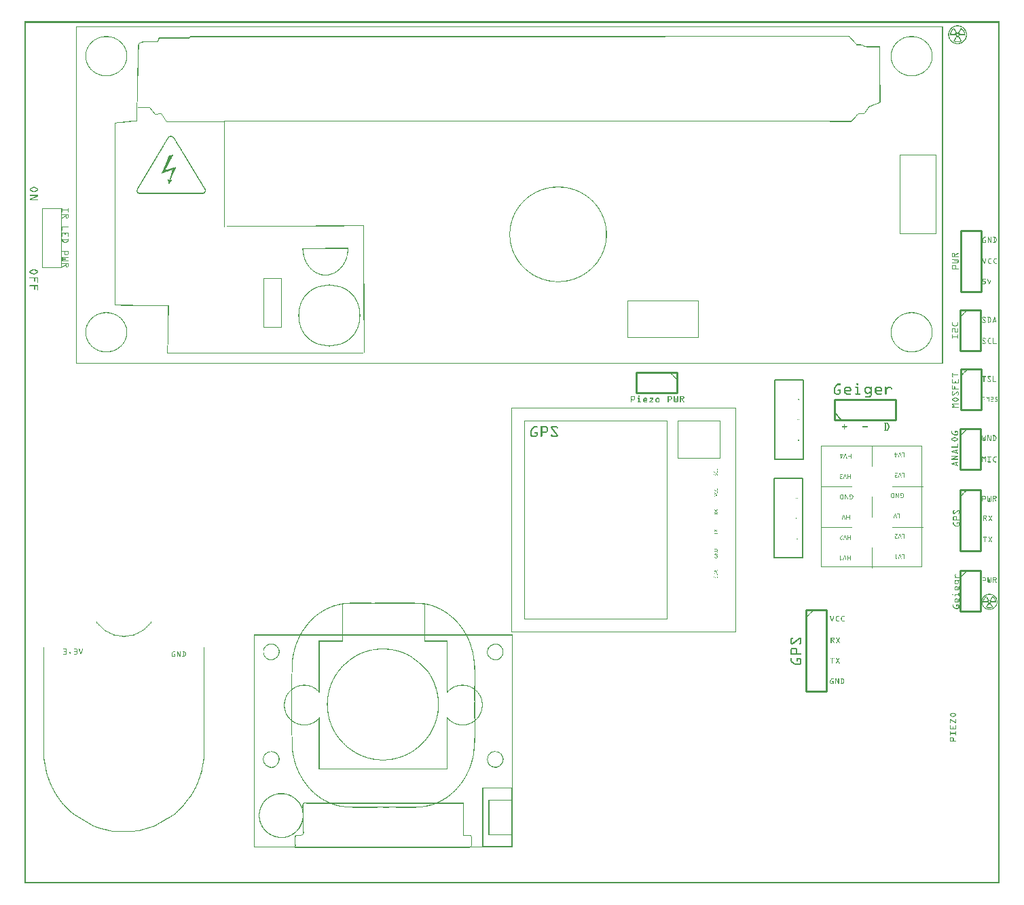
<source format=gto>
G04 MADE WITH FRITZING*
G04 WWW.FRITZING.ORG*
G04 DOUBLE SIDED*
G04 HOLES PLATED*
G04 CONTOUR ON CENTER OF CONTOUR VECTOR*
%ASAXBY*%
%FSLAX23Y23*%
%MOIN*%
%OFA0B0*%
%SFA1.0B1.0*%
%ADD10C,0.304445X0.296571*%
%ADD11R,0.089904X0.245959X0.082030X0.238085*%
%ADD12C,0.003937*%
%ADD13R,0.347439X0.185002X0.339565X0.177128*%
%ADD14R,0.181498X0.389623X0.173624X0.381749*%
%ADD15R,0.703153X0.977405X0.695279X0.969531*%
%ADD16R,0.211672X0.188433X0.203788X0.180549*%
%ADD17C,0.003942*%
%ADD18R,0.144999X0.395000X0.134999X0.385000*%
%ADD19C,0.005000*%
%ADD20C,0.002137*%
%ADD21C,0.010000*%
%ADD22R,0.001000X0.001000*%
%LNSILK1*%
G90*
G70*
G54D10*
X1495Y2791D03*
G54D12*
X1174Y2976D02*
X1260Y2976D01*
X1260Y2734D01*
X1174Y2734D01*
X1174Y2976D01*
D02*
X2961Y2866D02*
X3305Y2866D01*
X3305Y2685D01*
X2961Y2685D01*
X2961Y2866D01*
D02*
X4295Y3580D02*
X4473Y3580D01*
X4473Y3194D01*
X4295Y3194D01*
X4295Y3580D01*
D02*
X2453Y2275D02*
X3152Y2275D01*
X3152Y1302D01*
X2453Y1302D01*
X2453Y2275D01*
D02*
G54D17*
X3206Y2275D02*
X3413Y2275D01*
X3413Y2090D01*
X3206Y2090D01*
X3206Y2275D01*
D02*
G54D19*
X3679Y1990D02*
X3819Y1990D01*
X3819Y1600D01*
X3679Y1600D01*
X3679Y1990D01*
D02*
X3684Y2473D02*
X3824Y2473D01*
X3824Y2083D01*
X3684Y2083D01*
X3684Y2473D01*
D02*
G54D20*
X179Y3319D02*
X86Y3319D01*
D02*
X86Y3319D02*
X86Y3027D01*
D02*
X86Y3027D02*
X179Y3027D01*
D02*
X179Y3027D02*
X179Y3319D01*
G54D12*
D02*
X3909Y1952D02*
X4059Y1952D01*
D02*
X4409Y1952D02*
X4259Y1952D01*
D02*
X4409Y1752D02*
X4259Y1752D01*
D02*
X3909Y1752D02*
X4059Y1752D01*
D02*
X4159Y2152D02*
X4159Y2052D01*
D02*
X4159Y1902D02*
X4159Y1802D01*
D02*
X4159Y1652D02*
X4159Y1552D01*
G54D21*
D02*
X4595Y2527D02*
X4595Y2327D01*
D02*
X4595Y2327D02*
X4695Y2327D01*
D02*
X4695Y2327D02*
X4695Y2527D01*
D02*
X4695Y2527D02*
X4595Y2527D01*
D02*
X3976Y2278D02*
X4276Y2278D01*
D02*
X4276Y2278D02*
X4276Y2378D01*
D02*
X4276Y2378D02*
X3976Y2378D01*
D02*
X3976Y2378D02*
X3976Y2278D01*
G54D19*
D02*
X4011Y2278D02*
X3976Y2313D01*
G54D21*
D02*
X3203Y2512D02*
X3003Y2512D01*
D02*
X3003Y2512D02*
X3003Y2412D01*
D02*
X3003Y2412D02*
X3203Y2412D01*
D02*
X3203Y2412D02*
X3203Y2512D01*
D02*
X4594Y1537D02*
X4594Y1337D01*
D02*
X4594Y1337D02*
X4694Y1337D01*
D02*
X4694Y1337D02*
X4694Y1537D01*
D02*
X4694Y1537D02*
X4594Y1537D01*
D02*
X3838Y1343D02*
X3838Y943D01*
D02*
X3838Y943D02*
X3938Y943D01*
D02*
X3938Y943D02*
X3938Y1343D01*
D02*
X3938Y1343D02*
X3838Y1343D01*
D02*
X4594Y1936D02*
X4594Y1636D01*
D02*
X4594Y1636D02*
X4694Y1636D01*
D02*
X4694Y1636D02*
X4694Y1936D01*
D02*
X4694Y1936D02*
X4594Y1936D01*
D02*
X4594Y2235D02*
X4594Y2035D01*
D02*
X4594Y2035D02*
X4694Y2035D01*
D02*
X4694Y2035D02*
X4694Y2235D01*
D02*
X4694Y2235D02*
X4594Y2235D01*
D02*
X4594Y2819D02*
X4594Y2619D01*
D02*
X4594Y2619D02*
X4694Y2619D01*
D02*
X4694Y2619D02*
X4694Y2819D01*
D02*
X4694Y2819D02*
X4594Y2819D01*
D02*
X4595Y3207D02*
X4595Y2907D01*
D02*
X4595Y2907D02*
X4695Y2907D01*
D02*
X4695Y2907D02*
X4695Y3207D01*
D02*
X4695Y3207D02*
X4595Y3207D01*
G54D12*
X981Y3745D02*
X697Y3745D01*
X669Y3783D01*
X640Y3781D01*
X612Y3814D01*
X557Y3815D01*
D02*
G36*
X4288Y3574D02*
X4221Y3575D01*
G37*
D02*
G36*
X4286Y3202D02*
X4219Y3203D01*
G37*
D02*
G54D22*
X0Y4236D02*
X4786Y4236D01*
X0Y4235D02*
X4786Y4235D01*
X0Y4234D02*
X4786Y4234D01*
X0Y4233D02*
X4786Y4233D01*
X0Y4232D02*
X4786Y4232D01*
X0Y4231D02*
X4786Y4231D01*
X0Y4230D02*
X4786Y4230D01*
X0Y4229D02*
X4786Y4229D01*
X0Y4228D02*
X7Y4228D01*
X4779Y4228D02*
X4786Y4228D01*
X0Y4227D02*
X7Y4227D01*
X4779Y4227D02*
X4786Y4227D01*
X0Y4226D02*
X7Y4226D01*
X4779Y4226D02*
X4786Y4226D01*
X0Y4225D02*
X7Y4225D01*
X4779Y4225D02*
X4786Y4225D01*
X0Y4224D02*
X7Y4224D01*
X4779Y4224D02*
X4786Y4224D01*
X0Y4223D02*
X7Y4223D01*
X4779Y4223D02*
X4786Y4223D01*
X0Y4222D02*
X7Y4222D01*
X4779Y4222D02*
X4786Y4222D01*
X0Y4221D02*
X7Y4221D01*
X4779Y4221D02*
X4786Y4221D01*
X0Y4220D02*
X7Y4220D01*
X4779Y4220D02*
X4786Y4220D01*
X0Y4219D02*
X7Y4219D01*
X4779Y4219D02*
X4786Y4219D01*
X0Y4218D02*
X7Y4218D01*
X4779Y4218D02*
X4786Y4218D01*
X0Y4217D02*
X7Y4217D01*
X4779Y4217D02*
X4786Y4217D01*
X0Y4216D02*
X7Y4216D01*
X4573Y4216D02*
X4587Y4216D01*
X4779Y4216D02*
X4786Y4216D01*
X0Y4215D02*
X7Y4215D01*
X4568Y4215D02*
X4592Y4215D01*
X4779Y4215D02*
X4786Y4215D01*
X0Y4214D02*
X7Y4214D01*
X4565Y4214D02*
X4595Y4214D01*
X4779Y4214D02*
X4786Y4214D01*
X0Y4213D02*
X7Y4213D01*
X4562Y4213D02*
X4598Y4213D01*
X4779Y4213D02*
X4786Y4213D01*
X0Y4212D02*
X7Y4212D01*
X4560Y4212D02*
X4600Y4212D01*
X4779Y4212D02*
X4786Y4212D01*
X0Y4211D02*
X7Y4211D01*
X255Y4211D02*
X4507Y4211D01*
X4558Y4211D02*
X4572Y4211D01*
X4588Y4211D02*
X4602Y4211D01*
X4779Y4211D02*
X4786Y4211D01*
X0Y4210D02*
X7Y4210D01*
X254Y4210D02*
X4508Y4210D01*
X4556Y4210D02*
X4567Y4210D01*
X4592Y4210D02*
X4604Y4210D01*
X4779Y4210D02*
X4786Y4210D01*
X0Y4209D02*
X7Y4209D01*
X254Y4209D02*
X4508Y4209D01*
X4555Y4209D02*
X4565Y4209D01*
X4595Y4209D02*
X4605Y4209D01*
X4779Y4209D02*
X4786Y4209D01*
X0Y4208D02*
X7Y4208D01*
X254Y4208D02*
X4508Y4208D01*
X4554Y4208D02*
X4562Y4208D01*
X4598Y4208D02*
X4607Y4208D01*
X4779Y4208D02*
X4786Y4208D01*
X0Y4207D02*
X7Y4207D01*
X254Y4207D02*
X258Y4207D01*
X4504Y4207D02*
X4508Y4207D01*
X4552Y4207D02*
X4560Y4207D01*
X4600Y4207D02*
X4608Y4207D01*
X4779Y4207D02*
X4786Y4207D01*
X0Y4206D02*
X7Y4206D01*
X254Y4206D02*
X257Y4206D01*
X4505Y4206D02*
X4508Y4206D01*
X4551Y4206D02*
X4558Y4206D01*
X4602Y4206D02*
X4610Y4206D01*
X4779Y4206D02*
X4786Y4206D01*
X0Y4205D02*
X7Y4205D01*
X254Y4205D02*
X257Y4205D01*
X4505Y4205D02*
X4508Y4205D01*
X4550Y4205D02*
X4557Y4205D01*
X4604Y4205D02*
X4611Y4205D01*
X4779Y4205D02*
X4786Y4205D01*
X0Y4204D02*
X7Y4204D01*
X254Y4204D02*
X257Y4204D01*
X4505Y4204D02*
X4508Y4204D01*
X4549Y4204D02*
X4556Y4204D01*
X4605Y4204D02*
X4612Y4204D01*
X4779Y4204D02*
X4786Y4204D01*
X0Y4203D02*
X7Y4203D01*
X254Y4203D02*
X257Y4203D01*
X4505Y4203D02*
X4508Y4203D01*
X4548Y4203D02*
X4554Y4203D01*
X4597Y4203D02*
X4598Y4203D01*
X4606Y4203D02*
X4613Y4203D01*
X4779Y4203D02*
X4786Y4203D01*
X0Y4202D02*
X7Y4202D01*
X254Y4202D02*
X257Y4202D01*
X4505Y4202D02*
X4508Y4202D01*
X4547Y4202D02*
X4553Y4202D01*
X4561Y4202D02*
X4564Y4202D01*
X4597Y4202D02*
X4600Y4202D01*
X4608Y4202D02*
X4614Y4202D01*
X4779Y4202D02*
X4786Y4202D01*
X0Y4201D02*
X7Y4201D01*
X254Y4201D02*
X257Y4201D01*
X4505Y4201D02*
X4508Y4201D01*
X4546Y4201D02*
X4552Y4201D01*
X4559Y4201D02*
X4565Y4201D01*
X4596Y4201D02*
X4601Y4201D01*
X4609Y4201D02*
X4615Y4201D01*
X4779Y4201D02*
X4786Y4201D01*
X0Y4200D02*
X7Y4200D01*
X254Y4200D02*
X257Y4200D01*
X4505Y4200D02*
X4508Y4200D01*
X4545Y4200D02*
X4551Y4200D01*
X4558Y4200D02*
X4566Y4200D01*
X4595Y4200D02*
X4603Y4200D01*
X4610Y4200D02*
X4616Y4200D01*
X4779Y4200D02*
X4786Y4200D01*
X0Y4199D02*
X7Y4199D01*
X254Y4199D02*
X257Y4199D01*
X4505Y4199D02*
X4508Y4199D01*
X4544Y4199D02*
X4550Y4199D01*
X4557Y4199D02*
X4566Y4199D01*
X4595Y4199D02*
X4604Y4199D01*
X4611Y4199D02*
X4616Y4199D01*
X4779Y4199D02*
X4786Y4199D01*
X0Y4198D02*
X7Y4198D01*
X254Y4198D02*
X257Y4198D01*
X4505Y4198D02*
X4508Y4198D01*
X4544Y4198D02*
X4549Y4198D01*
X4556Y4198D02*
X4567Y4198D01*
X4594Y4198D02*
X4605Y4198D01*
X4612Y4198D02*
X4617Y4198D01*
X4779Y4198D02*
X4786Y4198D01*
X0Y4197D02*
X7Y4197D01*
X254Y4197D02*
X257Y4197D01*
X4505Y4197D02*
X4508Y4197D01*
X4543Y4197D02*
X4548Y4197D01*
X4555Y4197D02*
X4561Y4197D01*
X4563Y4197D02*
X4568Y4197D01*
X4593Y4197D02*
X4606Y4197D01*
X4613Y4197D02*
X4618Y4197D01*
X4779Y4197D02*
X4786Y4197D01*
X0Y4196D02*
X7Y4196D01*
X254Y4196D02*
X257Y4196D01*
X4505Y4196D02*
X4508Y4196D01*
X4542Y4196D02*
X4547Y4196D01*
X4554Y4196D02*
X4560Y4196D01*
X4563Y4196D02*
X4568Y4196D01*
X4593Y4196D02*
X4598Y4196D01*
X4601Y4196D02*
X4607Y4196D01*
X4613Y4196D02*
X4618Y4196D01*
X4779Y4196D02*
X4786Y4196D01*
X0Y4195D02*
X7Y4195D01*
X254Y4195D02*
X257Y4195D01*
X4505Y4195D02*
X4508Y4195D01*
X4541Y4195D02*
X4547Y4195D01*
X4553Y4195D02*
X4559Y4195D01*
X4564Y4195D02*
X4569Y4195D01*
X4592Y4195D02*
X4597Y4195D01*
X4602Y4195D02*
X4608Y4195D01*
X4614Y4195D02*
X4619Y4195D01*
X4779Y4195D02*
X4786Y4195D01*
X0Y4194D02*
X7Y4194D01*
X254Y4194D02*
X257Y4194D01*
X4505Y4194D02*
X4508Y4194D01*
X4541Y4194D02*
X4546Y4194D01*
X4552Y4194D02*
X4558Y4194D01*
X4564Y4194D02*
X4569Y4194D01*
X4592Y4194D02*
X4596Y4194D01*
X4603Y4194D02*
X4609Y4194D01*
X4615Y4194D02*
X4620Y4194D01*
X4779Y4194D02*
X4786Y4194D01*
X0Y4193D02*
X7Y4193D01*
X254Y4193D02*
X257Y4193D01*
X4505Y4193D02*
X4508Y4193D01*
X4540Y4193D02*
X4545Y4193D01*
X4551Y4193D02*
X4557Y4193D01*
X4565Y4193D02*
X4570Y4193D01*
X4591Y4193D02*
X4596Y4193D01*
X4604Y4193D02*
X4610Y4193D01*
X4615Y4193D02*
X4620Y4193D01*
X4779Y4193D02*
X4786Y4193D01*
X0Y4192D02*
X7Y4192D01*
X254Y4192D02*
X257Y4192D01*
X4505Y4192D02*
X4508Y4192D01*
X4540Y4192D02*
X4544Y4192D01*
X4551Y4192D02*
X4556Y4192D01*
X4566Y4192D02*
X4570Y4192D01*
X4590Y4192D02*
X4595Y4192D01*
X4605Y4192D02*
X4610Y4192D01*
X4616Y4192D02*
X4621Y4192D01*
X4779Y4192D02*
X4786Y4192D01*
X0Y4191D02*
X7Y4191D01*
X254Y4191D02*
X257Y4191D01*
X4505Y4191D02*
X4508Y4191D01*
X4539Y4191D02*
X4544Y4191D01*
X4550Y4191D02*
X4555Y4191D01*
X4566Y4191D02*
X4571Y4191D01*
X4590Y4191D02*
X4595Y4191D01*
X4606Y4191D02*
X4611Y4191D01*
X4616Y4191D02*
X4621Y4191D01*
X4779Y4191D02*
X4786Y4191D01*
X0Y4190D02*
X7Y4190D01*
X254Y4190D02*
X257Y4190D01*
X4505Y4190D02*
X4508Y4190D01*
X4539Y4190D02*
X4543Y4190D01*
X4549Y4190D02*
X4554Y4190D01*
X4567Y4190D02*
X4572Y4190D01*
X4589Y4190D02*
X4594Y4190D01*
X4607Y4190D02*
X4612Y4190D01*
X4617Y4190D02*
X4622Y4190D01*
X4779Y4190D02*
X4786Y4190D01*
X0Y4189D02*
X7Y4189D01*
X254Y4189D02*
X257Y4189D01*
X4505Y4189D02*
X4508Y4189D01*
X4538Y4189D02*
X4543Y4189D01*
X4549Y4189D02*
X4554Y4189D01*
X4567Y4189D02*
X4572Y4189D01*
X4589Y4189D02*
X4593Y4189D01*
X4607Y4189D02*
X4612Y4189D01*
X4618Y4189D02*
X4622Y4189D01*
X4779Y4189D02*
X4786Y4189D01*
X0Y4188D02*
X7Y4188D01*
X254Y4188D02*
X257Y4188D01*
X4505Y4188D02*
X4508Y4188D01*
X4538Y4188D02*
X4542Y4188D01*
X4548Y4188D02*
X4553Y4188D01*
X4568Y4188D02*
X4573Y4188D01*
X4588Y4188D02*
X4593Y4188D01*
X4608Y4188D02*
X4613Y4188D01*
X4618Y4188D02*
X4622Y4188D01*
X4779Y4188D02*
X4786Y4188D01*
X0Y4187D02*
X7Y4187D01*
X254Y4187D02*
X257Y4187D01*
X4505Y4187D02*
X4508Y4187D01*
X4538Y4187D02*
X4542Y4187D01*
X4548Y4187D02*
X4552Y4187D01*
X4569Y4187D02*
X4573Y4187D01*
X4588Y4187D02*
X4592Y4187D01*
X4609Y4187D02*
X4613Y4187D01*
X4619Y4187D02*
X4623Y4187D01*
X4779Y4187D02*
X4786Y4187D01*
X0Y4186D02*
X7Y4186D01*
X254Y4186D02*
X257Y4186D01*
X4505Y4186D02*
X4508Y4186D01*
X4537Y4186D02*
X4542Y4186D01*
X4547Y4186D02*
X4552Y4186D01*
X4569Y4186D02*
X4574Y4186D01*
X4587Y4186D02*
X4592Y4186D01*
X4609Y4186D02*
X4614Y4186D01*
X4619Y4186D02*
X4623Y4186D01*
X4779Y4186D02*
X4786Y4186D01*
X0Y4185D02*
X7Y4185D01*
X254Y4185D02*
X257Y4185D01*
X4505Y4185D02*
X4508Y4185D01*
X4537Y4185D02*
X4541Y4185D01*
X4547Y4185D02*
X4551Y4185D01*
X4570Y4185D02*
X4575Y4185D01*
X4586Y4185D02*
X4591Y4185D01*
X4610Y4185D02*
X4614Y4185D01*
X4619Y4185D02*
X4624Y4185D01*
X4779Y4185D02*
X4786Y4185D01*
X0Y4184D02*
X7Y4184D01*
X254Y4184D02*
X257Y4184D01*
X4505Y4184D02*
X4508Y4184D01*
X4537Y4184D02*
X4541Y4184D01*
X4546Y4184D02*
X4551Y4184D01*
X4570Y4184D02*
X4575Y4184D01*
X4586Y4184D02*
X4591Y4184D01*
X4610Y4184D02*
X4615Y4184D01*
X4620Y4184D02*
X4624Y4184D01*
X4779Y4184D02*
X4786Y4184D01*
X0Y4183D02*
X7Y4183D01*
X254Y4183D02*
X257Y4183D01*
X4505Y4183D02*
X4508Y4183D01*
X4536Y4183D02*
X4540Y4183D01*
X4546Y4183D02*
X4550Y4183D01*
X4571Y4183D02*
X4576Y4183D01*
X4585Y4183D02*
X4590Y4183D01*
X4611Y4183D02*
X4615Y4183D01*
X4620Y4183D02*
X4624Y4183D01*
X4779Y4183D02*
X4786Y4183D01*
X0Y4182D02*
X7Y4182D01*
X254Y4182D02*
X257Y4182D01*
X4505Y4182D02*
X4508Y4182D01*
X4536Y4182D02*
X4540Y4182D01*
X4545Y4182D02*
X4550Y4182D01*
X4571Y4182D02*
X4576Y4182D01*
X4585Y4182D02*
X4589Y4182D01*
X4611Y4182D02*
X4616Y4182D01*
X4620Y4182D02*
X4625Y4182D01*
X4779Y4182D02*
X4786Y4182D01*
X0Y4181D02*
X7Y4181D01*
X254Y4181D02*
X257Y4181D01*
X4505Y4181D02*
X4508Y4181D01*
X4536Y4181D02*
X4540Y4181D01*
X4545Y4181D02*
X4549Y4181D01*
X4572Y4181D02*
X4577Y4181D01*
X4584Y4181D02*
X4589Y4181D01*
X4612Y4181D02*
X4616Y4181D01*
X4621Y4181D02*
X4625Y4181D01*
X4779Y4181D02*
X4786Y4181D01*
X0Y4180D02*
X7Y4180D01*
X254Y4180D02*
X257Y4180D01*
X4505Y4180D02*
X4508Y4180D01*
X4536Y4180D02*
X4540Y4180D01*
X4545Y4180D02*
X4549Y4180D01*
X4571Y4180D02*
X4590Y4180D01*
X4612Y4180D02*
X4616Y4180D01*
X4621Y4180D02*
X4625Y4180D01*
X4779Y4180D02*
X4786Y4180D01*
X0Y4179D02*
X7Y4179D01*
X254Y4179D02*
X257Y4179D01*
X4505Y4179D02*
X4508Y4179D01*
X4536Y4179D02*
X4540Y4179D01*
X4545Y4179D02*
X4549Y4179D01*
X4570Y4179D02*
X4591Y4179D01*
X4612Y4179D02*
X4616Y4179D01*
X4621Y4179D02*
X4625Y4179D01*
X4779Y4179D02*
X4786Y4179D01*
X0Y4178D02*
X7Y4178D01*
X254Y4178D02*
X257Y4178D01*
X4505Y4178D02*
X4508Y4178D01*
X4535Y4178D02*
X4539Y4178D01*
X4544Y4178D02*
X4548Y4178D01*
X4569Y4178D02*
X4592Y4178D01*
X4612Y4178D02*
X4617Y4178D01*
X4621Y4178D02*
X4625Y4178D01*
X4779Y4178D02*
X4786Y4178D01*
X0Y4177D02*
X7Y4177D01*
X254Y4177D02*
X257Y4177D01*
X4505Y4177D02*
X4508Y4177D01*
X4535Y4177D02*
X4539Y4177D01*
X4544Y4177D02*
X4548Y4177D01*
X4569Y4177D02*
X4592Y4177D01*
X4613Y4177D02*
X4617Y4177D01*
X4621Y4177D02*
X4626Y4177D01*
X4779Y4177D02*
X4786Y4177D01*
X0Y4176D02*
X7Y4176D01*
X254Y4176D02*
X257Y4176D01*
X4505Y4176D02*
X4508Y4176D01*
X4535Y4176D02*
X4539Y4176D01*
X4544Y4176D02*
X4548Y4176D01*
X4568Y4176D02*
X4593Y4176D01*
X4613Y4176D02*
X4617Y4176D01*
X4622Y4176D02*
X4626Y4176D01*
X4779Y4176D02*
X4786Y4176D01*
X0Y4175D02*
X7Y4175D01*
X254Y4175D02*
X257Y4175D01*
X4505Y4175D02*
X4508Y4175D01*
X4535Y4175D02*
X4539Y4175D01*
X4544Y4175D02*
X4548Y4175D01*
X4568Y4175D02*
X4577Y4175D01*
X4583Y4175D02*
X4594Y4175D01*
X4613Y4175D02*
X4617Y4175D01*
X4622Y4175D02*
X4626Y4175D01*
X4779Y4175D02*
X4786Y4175D01*
X0Y4174D02*
X7Y4174D01*
X254Y4174D02*
X257Y4174D01*
X4505Y4174D02*
X4508Y4174D01*
X4535Y4174D02*
X4539Y4174D01*
X4544Y4174D02*
X4548Y4174D01*
X4567Y4174D02*
X4576Y4174D01*
X4585Y4174D02*
X4594Y4174D01*
X4613Y4174D02*
X4617Y4174D01*
X4622Y4174D02*
X4626Y4174D01*
X4779Y4174D02*
X4786Y4174D01*
X0Y4173D02*
X7Y4173D01*
X254Y4173D02*
X257Y4173D01*
X4505Y4173D02*
X4508Y4173D01*
X4535Y4173D02*
X4539Y4173D01*
X4544Y4173D02*
X4576Y4173D01*
X4585Y4173D02*
X4617Y4173D01*
X4622Y4173D02*
X4626Y4173D01*
X4779Y4173D02*
X4786Y4173D01*
X0Y4172D02*
X7Y4172D01*
X254Y4172D02*
X257Y4172D01*
X4505Y4172D02*
X4508Y4172D01*
X4535Y4172D02*
X4539Y4172D01*
X4544Y4172D02*
X4575Y4172D01*
X4586Y4172D02*
X4617Y4172D01*
X4622Y4172D02*
X4626Y4172D01*
X4779Y4172D02*
X4786Y4172D01*
X0Y4171D02*
X7Y4171D01*
X254Y4171D02*
X257Y4171D01*
X4505Y4171D02*
X4508Y4171D01*
X4535Y4171D02*
X4539Y4171D01*
X4543Y4171D02*
X4575Y4171D01*
X4586Y4171D02*
X4617Y4171D01*
X4622Y4171D02*
X4626Y4171D01*
X4779Y4171D02*
X4786Y4171D01*
X0Y4170D02*
X7Y4170D01*
X254Y4170D02*
X257Y4170D01*
X4505Y4170D02*
X4508Y4170D01*
X4535Y4170D02*
X4539Y4170D01*
X4543Y4170D02*
X4575Y4170D01*
X4586Y4170D02*
X4618Y4170D01*
X4622Y4170D02*
X4626Y4170D01*
X4779Y4170D02*
X4786Y4170D01*
X0Y4169D02*
X7Y4169D01*
X254Y4169D02*
X257Y4169D01*
X4505Y4169D02*
X4508Y4169D01*
X4535Y4169D02*
X4539Y4169D01*
X4543Y4169D02*
X4575Y4169D01*
X4586Y4169D02*
X4618Y4169D01*
X4622Y4169D02*
X4626Y4169D01*
X4779Y4169D02*
X4786Y4169D01*
X0Y4168D02*
X7Y4168D01*
X254Y4168D02*
X257Y4168D01*
X4505Y4168D02*
X4508Y4168D01*
X4535Y4168D02*
X4539Y4168D01*
X4571Y4168D02*
X4576Y4168D01*
X4585Y4168D02*
X4590Y4168D01*
X4622Y4168D02*
X4626Y4168D01*
X4779Y4168D02*
X4786Y4168D01*
X0Y4167D02*
X7Y4167D01*
X254Y4167D02*
X257Y4167D01*
X4505Y4167D02*
X4508Y4167D01*
X4535Y4167D02*
X4539Y4167D01*
X4572Y4167D02*
X4576Y4167D01*
X4585Y4167D02*
X4589Y4167D01*
X4622Y4167D02*
X4626Y4167D01*
X4779Y4167D02*
X4786Y4167D01*
X0Y4166D02*
X7Y4166D01*
X254Y4166D02*
X257Y4166D01*
X4505Y4166D02*
X4508Y4166D01*
X4535Y4166D02*
X4539Y4166D01*
X4572Y4166D02*
X4578Y4166D01*
X4583Y4166D02*
X4589Y4166D01*
X4622Y4166D02*
X4626Y4166D01*
X4779Y4166D02*
X4786Y4166D01*
X0Y4165D02*
X7Y4165D01*
X254Y4165D02*
X257Y4165D01*
X4505Y4165D02*
X4508Y4165D01*
X4535Y4165D02*
X4539Y4165D01*
X4572Y4165D02*
X4588Y4165D01*
X4622Y4165D02*
X4626Y4165D01*
X4779Y4165D02*
X4786Y4165D01*
X0Y4164D02*
X7Y4164D01*
X254Y4164D02*
X257Y4164D01*
X3346Y4164D02*
X4049Y4164D01*
X4505Y4164D02*
X4508Y4164D01*
X4535Y4164D02*
X4540Y4164D01*
X4573Y4164D02*
X4588Y4164D01*
X4622Y4164D02*
X4626Y4164D01*
X4779Y4164D02*
X4786Y4164D01*
X0Y4163D02*
X7Y4163D01*
X254Y4163D02*
X257Y4163D01*
X389Y4163D02*
X414Y4163D01*
X813Y4163D02*
X4050Y4163D01*
X4343Y4163D02*
X4367Y4163D01*
X4505Y4163D02*
X4508Y4163D01*
X4536Y4163D02*
X4540Y4163D01*
X4574Y4163D02*
X4587Y4163D01*
X4621Y4163D02*
X4625Y4163D01*
X4779Y4163D02*
X4786Y4163D01*
X0Y4162D02*
X7Y4162D01*
X254Y4162D02*
X257Y4162D01*
X383Y4162D02*
X420Y4162D01*
X813Y4162D02*
X4051Y4162D01*
X4336Y4162D02*
X4374Y4162D01*
X4505Y4162D02*
X4508Y4162D01*
X4536Y4162D02*
X4540Y4162D01*
X4573Y4162D02*
X4588Y4162D01*
X4621Y4162D02*
X4625Y4162D01*
X4779Y4162D02*
X4786Y4162D01*
X0Y4161D02*
X7Y4161D01*
X254Y4161D02*
X257Y4161D01*
X378Y4161D02*
X425Y4161D01*
X812Y4161D02*
X4052Y4161D01*
X4331Y4161D02*
X4379Y4161D01*
X4505Y4161D02*
X4508Y4161D01*
X4536Y4161D02*
X4540Y4161D01*
X4572Y4161D02*
X4588Y4161D01*
X4621Y4161D02*
X4625Y4161D01*
X4779Y4161D02*
X4786Y4161D01*
X0Y4160D02*
X7Y4160D01*
X254Y4160D02*
X257Y4160D01*
X374Y4160D02*
X429Y4160D01*
X811Y4160D02*
X3147Y4160D01*
X4048Y4160D02*
X4053Y4160D01*
X4327Y4160D02*
X4382Y4160D01*
X4505Y4160D02*
X4508Y4160D01*
X4536Y4160D02*
X4540Y4160D01*
X4572Y4160D02*
X4589Y4160D01*
X4621Y4160D02*
X4625Y4160D01*
X4779Y4160D02*
X4786Y4160D01*
X0Y4159D02*
X7Y4159D01*
X254Y4159D02*
X257Y4159D01*
X371Y4159D02*
X388Y4159D01*
X415Y4159D02*
X432Y4159D01*
X810Y4159D02*
X815Y4159D01*
X4049Y4159D02*
X4054Y4159D01*
X4324Y4159D02*
X4341Y4159D01*
X4368Y4159D02*
X4386Y4159D01*
X4505Y4159D02*
X4508Y4159D01*
X4536Y4159D02*
X4541Y4159D01*
X4571Y4159D02*
X4590Y4159D01*
X4620Y4159D02*
X4625Y4159D01*
X4779Y4159D02*
X4786Y4159D01*
X0Y4158D02*
X7Y4158D01*
X254Y4158D02*
X257Y4158D01*
X368Y4158D02*
X381Y4158D01*
X422Y4158D02*
X435Y4158D01*
X810Y4158D02*
X814Y4158D01*
X4050Y4158D02*
X4055Y4158D01*
X4321Y4158D02*
X4335Y4158D01*
X4375Y4158D02*
X4389Y4158D01*
X4505Y4158D02*
X4508Y4158D01*
X4537Y4158D02*
X4541Y4158D01*
X4571Y4158D02*
X4590Y4158D01*
X4620Y4158D02*
X4624Y4158D01*
X4779Y4158D02*
X4786Y4158D01*
X0Y4157D02*
X7Y4157D01*
X254Y4157D02*
X257Y4157D01*
X365Y4157D02*
X377Y4157D01*
X426Y4157D02*
X438Y4157D01*
X809Y4157D02*
X813Y4157D01*
X4051Y4157D02*
X4055Y4157D01*
X4318Y4157D02*
X4330Y4157D01*
X4380Y4157D02*
X4392Y4157D01*
X4505Y4157D02*
X4508Y4157D01*
X4537Y4157D02*
X4541Y4157D01*
X4570Y4157D02*
X4575Y4157D01*
X4577Y4157D02*
X4584Y4157D01*
X4586Y4157D02*
X4591Y4157D01*
X4620Y4157D02*
X4624Y4157D01*
X4779Y4157D02*
X4786Y4157D01*
X0Y4156D02*
X7Y4156D01*
X254Y4156D02*
X257Y4156D01*
X362Y4156D02*
X373Y4156D01*
X430Y4156D02*
X441Y4156D01*
X660Y4156D02*
X812Y4156D01*
X4052Y4156D02*
X4056Y4156D01*
X4315Y4156D02*
X4326Y4156D01*
X4383Y4156D02*
X4394Y4156D01*
X4505Y4156D02*
X4508Y4156D01*
X4537Y4156D02*
X4542Y4156D01*
X4570Y4156D02*
X4574Y4156D01*
X4586Y4156D02*
X4591Y4156D01*
X4620Y4156D02*
X4624Y4156D01*
X4779Y4156D02*
X4786Y4156D01*
X0Y4155D02*
X7Y4155D01*
X254Y4155D02*
X257Y4155D01*
X360Y4155D02*
X370Y4155D01*
X433Y4155D02*
X443Y4155D01*
X659Y4155D02*
X811Y4155D01*
X4053Y4155D02*
X4057Y4155D01*
X4313Y4155D02*
X4323Y4155D01*
X4387Y4155D02*
X4397Y4155D01*
X4505Y4155D02*
X4508Y4155D01*
X4538Y4155D02*
X4542Y4155D01*
X4569Y4155D02*
X4574Y4155D01*
X4587Y4155D02*
X4592Y4155D01*
X4619Y4155D02*
X4623Y4155D01*
X4779Y4155D02*
X4786Y4155D01*
X0Y4154D02*
X7Y4154D01*
X254Y4154D02*
X257Y4154D01*
X358Y4154D02*
X367Y4154D01*
X436Y4154D02*
X445Y4154D01*
X659Y4154D02*
X811Y4154D01*
X4054Y4154D02*
X4058Y4154D01*
X4311Y4154D02*
X4320Y4154D01*
X4390Y4154D02*
X4399Y4154D01*
X4505Y4154D02*
X4508Y4154D01*
X4538Y4154D02*
X4542Y4154D01*
X4569Y4154D02*
X4573Y4154D01*
X4588Y4154D02*
X4592Y4154D01*
X4619Y4154D02*
X4623Y4154D01*
X4779Y4154D02*
X4786Y4154D01*
X0Y4153D02*
X7Y4153D01*
X254Y4153D02*
X257Y4153D01*
X356Y4153D02*
X364Y4153D01*
X439Y4153D02*
X447Y4153D01*
X658Y4153D02*
X810Y4153D01*
X4055Y4153D02*
X4059Y4153D01*
X4309Y4153D02*
X4317Y4153D01*
X4392Y4153D02*
X4401Y4153D01*
X4505Y4153D02*
X4508Y4153D01*
X4538Y4153D02*
X4543Y4153D01*
X4568Y4153D02*
X4573Y4153D01*
X4588Y4153D02*
X4593Y4153D01*
X4618Y4153D02*
X4623Y4153D01*
X4779Y4153D02*
X4786Y4153D01*
X0Y4152D02*
X7Y4152D01*
X254Y4152D02*
X257Y4152D01*
X353Y4152D02*
X361Y4152D01*
X442Y4152D02*
X450Y4152D01*
X658Y4152D02*
X661Y4152D01*
X4056Y4152D02*
X4060Y4152D01*
X4307Y4152D02*
X4315Y4152D01*
X4395Y4152D02*
X4403Y4152D01*
X4505Y4152D02*
X4508Y4152D01*
X4539Y4152D02*
X4543Y4152D01*
X4567Y4152D02*
X4572Y4152D01*
X4589Y4152D02*
X4594Y4152D01*
X4618Y4152D02*
X4622Y4152D01*
X4779Y4152D02*
X4786Y4152D01*
X0Y4151D02*
X7Y4151D01*
X254Y4151D02*
X257Y4151D01*
X352Y4151D02*
X359Y4151D01*
X444Y4151D02*
X451Y4151D01*
X658Y4151D02*
X661Y4151D01*
X4057Y4151D02*
X4061Y4151D01*
X4305Y4151D02*
X4313Y4151D01*
X4397Y4151D02*
X4405Y4151D01*
X4505Y4151D02*
X4508Y4151D01*
X4539Y4151D02*
X4544Y4151D01*
X4567Y4151D02*
X4572Y4151D01*
X4589Y4151D02*
X4594Y4151D01*
X4617Y4151D02*
X4622Y4151D01*
X4779Y4151D02*
X4786Y4151D01*
X0Y4150D02*
X7Y4150D01*
X254Y4150D02*
X257Y4150D01*
X350Y4150D02*
X357Y4150D01*
X446Y4150D02*
X453Y4150D01*
X657Y4150D02*
X661Y4150D01*
X4057Y4150D02*
X4062Y4150D01*
X4303Y4150D02*
X4310Y4150D01*
X4399Y4150D02*
X4407Y4150D01*
X4505Y4150D02*
X4508Y4150D01*
X4540Y4150D02*
X4544Y4150D01*
X4566Y4150D02*
X4571Y4150D01*
X4590Y4150D02*
X4595Y4150D01*
X4616Y4150D02*
X4621Y4150D01*
X4779Y4150D02*
X4786Y4150D01*
X0Y4149D02*
X7Y4149D01*
X254Y4149D02*
X257Y4149D01*
X348Y4149D02*
X355Y4149D01*
X448Y4149D02*
X455Y4149D01*
X657Y4149D02*
X660Y4149D01*
X4058Y4149D02*
X4063Y4149D01*
X4302Y4149D02*
X4308Y4149D01*
X4402Y4149D02*
X4408Y4149D01*
X4505Y4149D02*
X4508Y4149D01*
X4540Y4149D02*
X4545Y4149D01*
X4566Y4149D02*
X4571Y4149D01*
X4590Y4149D02*
X4595Y4149D01*
X4616Y4149D02*
X4621Y4149D01*
X4779Y4149D02*
X4786Y4149D01*
X0Y4148D02*
X7Y4148D01*
X254Y4148D02*
X257Y4148D01*
X346Y4148D02*
X353Y4148D01*
X450Y4148D02*
X457Y4148D01*
X656Y4148D02*
X660Y4148D01*
X4059Y4148D02*
X4064Y4148D01*
X4300Y4148D02*
X4306Y4148D01*
X4404Y4148D02*
X4410Y4148D01*
X4505Y4148D02*
X4508Y4148D01*
X4541Y4148D02*
X4545Y4148D01*
X4565Y4148D02*
X4570Y4148D01*
X4591Y4148D02*
X4596Y4148D01*
X4615Y4148D02*
X4620Y4148D01*
X4779Y4148D02*
X4786Y4148D01*
X0Y4147D02*
X7Y4147D01*
X254Y4147D02*
X257Y4147D01*
X345Y4147D02*
X351Y4147D01*
X452Y4147D02*
X458Y4147D01*
X656Y4147D02*
X659Y4147D01*
X4060Y4147D02*
X4065Y4147D01*
X4298Y4147D02*
X4305Y4147D01*
X4405Y4147D02*
X4412Y4147D01*
X4505Y4147D02*
X4508Y4147D01*
X4541Y4147D02*
X4546Y4147D01*
X4565Y4147D02*
X4569Y4147D01*
X4592Y4147D02*
X4596Y4147D01*
X4615Y4147D02*
X4619Y4147D01*
X4779Y4147D02*
X4786Y4147D01*
X0Y4146D02*
X7Y4146D01*
X254Y4146D02*
X257Y4146D01*
X343Y4146D02*
X349Y4146D01*
X454Y4146D02*
X460Y4146D01*
X656Y4146D02*
X659Y4146D01*
X4061Y4146D02*
X4065Y4146D01*
X4297Y4146D02*
X4303Y4146D01*
X4407Y4146D02*
X4413Y4146D01*
X4505Y4146D02*
X4508Y4146D01*
X4542Y4146D02*
X4547Y4146D01*
X4564Y4146D02*
X4569Y4146D01*
X4592Y4146D02*
X4597Y4146D01*
X4614Y4146D02*
X4619Y4146D01*
X4779Y4146D02*
X4786Y4146D01*
X0Y4145D02*
X7Y4145D01*
X254Y4145D02*
X257Y4145D01*
X342Y4145D02*
X348Y4145D01*
X455Y4145D02*
X461Y4145D01*
X655Y4145D02*
X659Y4145D01*
X4062Y4145D02*
X4066Y4145D01*
X4295Y4145D02*
X4301Y4145D01*
X4409Y4145D02*
X4415Y4145D01*
X4505Y4145D02*
X4508Y4145D01*
X4543Y4145D02*
X4548Y4145D01*
X4563Y4145D02*
X4568Y4145D01*
X4593Y4145D02*
X4598Y4145D01*
X4613Y4145D02*
X4618Y4145D01*
X4779Y4145D02*
X4786Y4145D01*
X0Y4144D02*
X7Y4144D01*
X254Y4144D02*
X257Y4144D01*
X340Y4144D02*
X346Y4144D01*
X457Y4144D02*
X462Y4144D01*
X655Y4144D02*
X658Y4144D01*
X4063Y4144D02*
X4067Y4144D01*
X4294Y4144D02*
X4299Y4144D01*
X4410Y4144D02*
X4416Y4144D01*
X4505Y4144D02*
X4508Y4144D01*
X4543Y4144D02*
X4548Y4144D01*
X4563Y4144D02*
X4568Y4144D01*
X4593Y4144D02*
X4598Y4144D01*
X4612Y4144D02*
X4617Y4144D01*
X4779Y4144D02*
X4786Y4144D01*
X0Y4143D02*
X7Y4143D01*
X254Y4143D02*
X257Y4143D01*
X339Y4143D02*
X344Y4143D01*
X459Y4143D02*
X464Y4143D01*
X655Y4143D02*
X658Y4143D01*
X4064Y4143D02*
X4068Y4143D01*
X4292Y4143D02*
X4298Y4143D01*
X4412Y4143D02*
X4417Y4143D01*
X4505Y4143D02*
X4508Y4143D01*
X4544Y4143D02*
X4549Y4143D01*
X4562Y4143D02*
X4567Y4143D01*
X4594Y4143D02*
X4599Y4143D01*
X4611Y4143D02*
X4617Y4143D01*
X4779Y4143D02*
X4786Y4143D01*
X0Y4142D02*
X7Y4142D01*
X254Y4142D02*
X257Y4142D01*
X338Y4142D02*
X343Y4142D01*
X460Y4142D02*
X465Y4142D01*
X654Y4142D02*
X657Y4142D01*
X4065Y4142D02*
X4069Y4142D01*
X4291Y4142D02*
X4296Y4142D01*
X4413Y4142D02*
X4419Y4142D01*
X4505Y4142D02*
X4508Y4142D01*
X4545Y4142D02*
X4550Y4142D01*
X4562Y4142D02*
X4567Y4142D01*
X4594Y4142D02*
X4599Y4142D01*
X4610Y4142D02*
X4616Y4142D01*
X4779Y4142D02*
X4786Y4142D01*
X0Y4141D02*
X7Y4141D01*
X254Y4141D02*
X257Y4141D01*
X336Y4141D02*
X342Y4141D01*
X461Y4141D02*
X467Y4141D01*
X654Y4141D02*
X657Y4141D01*
X4066Y4141D02*
X4070Y4141D01*
X4290Y4141D02*
X4295Y4141D01*
X4415Y4141D02*
X4420Y4141D01*
X4505Y4141D02*
X4508Y4141D01*
X4545Y4141D02*
X4551Y4141D01*
X4561Y4141D02*
X4567Y4141D01*
X4594Y4141D02*
X4600Y4141D01*
X4609Y4141D02*
X4615Y4141D01*
X4779Y4141D02*
X4786Y4141D01*
X0Y4140D02*
X7Y4140D01*
X254Y4140D02*
X257Y4140D01*
X335Y4140D02*
X340Y4140D01*
X463Y4140D02*
X468Y4140D01*
X653Y4140D02*
X657Y4140D01*
X4067Y4140D02*
X4071Y4140D01*
X4289Y4140D02*
X4294Y4140D01*
X4416Y4140D02*
X4421Y4140D01*
X4505Y4140D02*
X4508Y4140D01*
X4546Y4140D02*
X4552Y4140D01*
X4561Y4140D02*
X4570Y4140D01*
X4592Y4140D02*
X4600Y4140D01*
X4608Y4140D02*
X4614Y4140D01*
X4779Y4140D02*
X4786Y4140D01*
X0Y4139D02*
X7Y4139D01*
X254Y4139D02*
X257Y4139D01*
X334Y4139D02*
X339Y4139D01*
X464Y4139D02*
X469Y4139D01*
X598Y4139D02*
X636Y4139D01*
X653Y4139D02*
X656Y4139D01*
X4067Y4139D02*
X4072Y4139D01*
X4287Y4139D02*
X4292Y4139D01*
X4418Y4139D02*
X4422Y4139D01*
X4505Y4139D02*
X4508Y4139D01*
X4547Y4139D02*
X4553Y4139D01*
X4561Y4139D02*
X4573Y4139D01*
X4588Y4139D02*
X4599Y4139D01*
X4607Y4139D02*
X4613Y4139D01*
X4779Y4139D02*
X4786Y4139D01*
X0Y4138D02*
X7Y4138D01*
X254Y4138D02*
X257Y4138D01*
X333Y4138D02*
X337Y4138D01*
X465Y4138D02*
X470Y4138D01*
X588Y4138D02*
X650Y4138D01*
X652Y4138D02*
X656Y4138D01*
X4068Y4138D02*
X4073Y4138D01*
X4286Y4138D02*
X4291Y4138D01*
X4419Y4138D02*
X4424Y4138D01*
X4505Y4138D02*
X4508Y4138D01*
X4548Y4138D02*
X4554Y4138D01*
X4563Y4138D02*
X4598Y4138D01*
X4605Y4138D02*
X4612Y4138D01*
X4779Y4138D02*
X4786Y4138D01*
X0Y4137D02*
X7Y4137D01*
X254Y4137D02*
X257Y4137D01*
X332Y4137D02*
X336Y4137D01*
X467Y4137D02*
X471Y4137D01*
X583Y4137D02*
X655Y4137D01*
X4069Y4137D02*
X4074Y4137D01*
X4285Y4137D02*
X4290Y4137D01*
X4420Y4137D02*
X4425Y4137D01*
X4505Y4137D02*
X4508Y4137D01*
X4549Y4137D02*
X4556Y4137D01*
X4565Y4137D02*
X4597Y4137D01*
X4604Y4137D02*
X4611Y4137D01*
X4779Y4137D02*
X4786Y4137D01*
X0Y4136D02*
X7Y4136D01*
X254Y4136D02*
X257Y4136D01*
X331Y4136D02*
X335Y4136D01*
X468Y4136D02*
X472Y4136D01*
X578Y4136D02*
X655Y4136D01*
X4070Y4136D02*
X4074Y4136D01*
X4284Y4136D02*
X4289Y4136D01*
X4421Y4136D02*
X4426Y4136D01*
X4505Y4136D02*
X4508Y4136D01*
X4550Y4136D02*
X4557Y4136D01*
X4567Y4136D02*
X4595Y4136D01*
X4602Y4136D02*
X4610Y4136D01*
X4779Y4136D02*
X4786Y4136D01*
X0Y4135D02*
X7Y4135D01*
X254Y4135D02*
X257Y4135D01*
X329Y4135D02*
X334Y4135D01*
X469Y4135D02*
X474Y4135D01*
X574Y4135D02*
X596Y4135D01*
X639Y4135D02*
X655Y4135D01*
X4071Y4135D02*
X4075Y4135D01*
X4283Y4135D02*
X4287Y4135D01*
X4422Y4135D02*
X4427Y4135D01*
X4505Y4135D02*
X4508Y4135D01*
X4551Y4135D02*
X4559Y4135D01*
X4570Y4135D02*
X4592Y4135D01*
X4601Y4135D02*
X4609Y4135D01*
X4779Y4135D02*
X4786Y4135D01*
X0Y4134D02*
X7Y4134D01*
X254Y4134D02*
X257Y4134D01*
X328Y4134D02*
X333Y4134D01*
X470Y4134D02*
X475Y4134D01*
X571Y4134D02*
X587Y4134D01*
X652Y4134D02*
X654Y4134D01*
X4072Y4134D02*
X4076Y4134D01*
X4282Y4134D02*
X4286Y4134D01*
X4424Y4134D02*
X4428Y4134D01*
X4505Y4134D02*
X4508Y4134D01*
X4553Y4134D02*
X4561Y4134D01*
X4574Y4134D02*
X4588Y4134D01*
X4599Y4134D02*
X4607Y4134D01*
X4779Y4134D02*
X4786Y4134D01*
X0Y4133D02*
X7Y4133D01*
X254Y4133D02*
X257Y4133D01*
X327Y4133D02*
X332Y4133D01*
X471Y4133D02*
X475Y4133D01*
X569Y4133D02*
X581Y4133D01*
X4073Y4133D02*
X4077Y4133D01*
X4281Y4133D02*
X4285Y4133D01*
X4425Y4133D02*
X4429Y4133D01*
X4505Y4133D02*
X4508Y4133D01*
X4554Y4133D02*
X4563Y4133D01*
X4597Y4133D02*
X4606Y4133D01*
X4779Y4133D02*
X4786Y4133D01*
X0Y4132D02*
X7Y4132D01*
X254Y4132D02*
X257Y4132D01*
X327Y4132D02*
X331Y4132D01*
X472Y4132D02*
X476Y4132D01*
X567Y4132D02*
X576Y4132D01*
X4074Y4132D02*
X4078Y4132D01*
X4280Y4132D02*
X4284Y4132D01*
X4426Y4132D02*
X4430Y4132D01*
X4505Y4132D02*
X4508Y4132D01*
X4555Y4132D02*
X4566Y4132D01*
X4595Y4132D02*
X4605Y4132D01*
X4779Y4132D02*
X4786Y4132D01*
X0Y4131D02*
X7Y4131D01*
X254Y4131D02*
X257Y4131D01*
X326Y4131D02*
X330Y4131D01*
X473Y4131D02*
X477Y4131D01*
X565Y4131D02*
X573Y4131D01*
X4075Y4131D02*
X4079Y4131D01*
X4279Y4131D02*
X4283Y4131D01*
X4427Y4131D02*
X4431Y4131D01*
X4505Y4131D02*
X4508Y4131D01*
X4557Y4131D02*
X4569Y4131D01*
X4591Y4131D02*
X4603Y4131D01*
X4779Y4131D02*
X4786Y4131D01*
X0Y4130D02*
X7Y4130D01*
X254Y4130D02*
X257Y4130D01*
X325Y4130D02*
X329Y4130D01*
X474Y4130D02*
X478Y4130D01*
X564Y4130D02*
X570Y4130D01*
X4076Y4130D02*
X4080Y4130D01*
X4278Y4130D02*
X4282Y4130D01*
X4428Y4130D02*
X4432Y4130D01*
X4505Y4130D02*
X4508Y4130D01*
X4559Y4130D02*
X4573Y4130D01*
X4587Y4130D02*
X4601Y4130D01*
X4779Y4130D02*
X4786Y4130D01*
X0Y4129D02*
X7Y4129D01*
X254Y4129D02*
X257Y4129D01*
X324Y4129D02*
X328Y4129D01*
X475Y4129D02*
X479Y4129D01*
X562Y4129D02*
X568Y4129D01*
X4076Y4129D02*
X4081Y4129D01*
X4277Y4129D02*
X4281Y4129D01*
X4429Y4129D02*
X4433Y4129D01*
X4505Y4129D02*
X4508Y4129D01*
X4561Y4129D02*
X4599Y4129D01*
X4779Y4129D02*
X4786Y4129D01*
X0Y4128D02*
X7Y4128D01*
X254Y4128D02*
X257Y4128D01*
X323Y4128D02*
X327Y4128D01*
X476Y4128D02*
X480Y4128D01*
X561Y4128D02*
X566Y4128D01*
X4077Y4128D02*
X4082Y4128D01*
X4276Y4128D02*
X4280Y4128D01*
X4430Y4128D02*
X4434Y4128D01*
X4505Y4128D02*
X4508Y4128D01*
X4563Y4128D02*
X4597Y4128D01*
X4779Y4128D02*
X4786Y4128D01*
X0Y4127D02*
X7Y4127D01*
X254Y4127D02*
X257Y4127D01*
X322Y4127D02*
X326Y4127D01*
X477Y4127D02*
X481Y4127D01*
X561Y4127D02*
X565Y4127D01*
X4078Y4127D02*
X4083Y4127D01*
X4275Y4127D02*
X4279Y4127D01*
X4431Y4127D02*
X4434Y4127D01*
X4505Y4127D02*
X4508Y4127D01*
X4566Y4127D02*
X4594Y4127D01*
X4779Y4127D02*
X4786Y4127D01*
X0Y4126D02*
X7Y4126D01*
X254Y4126D02*
X257Y4126D01*
X321Y4126D02*
X325Y4126D01*
X478Y4126D02*
X482Y4126D01*
X560Y4126D02*
X564Y4126D01*
X4079Y4126D02*
X4084Y4126D01*
X4275Y4126D02*
X4278Y4126D01*
X4432Y4126D02*
X4435Y4126D01*
X4505Y4126D02*
X4508Y4126D01*
X4569Y4126D02*
X4591Y4126D01*
X4779Y4126D02*
X4786Y4126D01*
X0Y4125D02*
X7Y4125D01*
X254Y4125D02*
X257Y4125D01*
X320Y4125D02*
X324Y4125D01*
X479Y4125D02*
X483Y4125D01*
X559Y4125D02*
X563Y4125D01*
X4080Y4125D02*
X4084Y4125D01*
X4274Y4125D02*
X4277Y4125D01*
X4432Y4125D02*
X4436Y4125D01*
X4505Y4125D02*
X4508Y4125D01*
X4573Y4125D02*
X4586Y4125D01*
X4779Y4125D02*
X4786Y4125D01*
X0Y4124D02*
X7Y4124D01*
X254Y4124D02*
X257Y4124D01*
X320Y4124D02*
X323Y4124D01*
X480Y4124D02*
X483Y4124D01*
X559Y4124D02*
X562Y4124D01*
X4081Y4124D02*
X4086Y4124D01*
X4273Y4124D02*
X4277Y4124D01*
X4433Y4124D02*
X4437Y4124D01*
X4505Y4124D02*
X4508Y4124D01*
X4779Y4124D02*
X4786Y4124D01*
X0Y4123D02*
X7Y4123D01*
X254Y4123D02*
X257Y4123D01*
X319Y4123D02*
X322Y4123D01*
X481Y4123D02*
X484Y4123D01*
X559Y4123D02*
X562Y4123D01*
X4082Y4123D02*
X4106Y4123D01*
X4272Y4123D02*
X4276Y4123D01*
X4434Y4123D02*
X4438Y4123D01*
X4505Y4123D02*
X4508Y4123D01*
X4779Y4123D02*
X4786Y4123D01*
X0Y4122D02*
X7Y4122D01*
X254Y4122D02*
X257Y4122D01*
X318Y4122D02*
X322Y4122D01*
X481Y4122D02*
X485Y4122D01*
X558Y4122D02*
X561Y4122D01*
X4083Y4122D02*
X4114Y4122D01*
X4271Y4122D02*
X4275Y4122D01*
X4435Y4122D02*
X4438Y4122D01*
X4505Y4122D02*
X4508Y4122D01*
X4779Y4122D02*
X4786Y4122D01*
X0Y4121D02*
X7Y4121D01*
X254Y4121D02*
X257Y4121D01*
X317Y4121D02*
X321Y4121D01*
X482Y4121D02*
X486Y4121D01*
X558Y4121D02*
X561Y4121D01*
X4084Y4121D02*
X4115Y4121D01*
X4271Y4121D02*
X4274Y4121D01*
X4436Y4121D02*
X4439Y4121D01*
X4505Y4121D02*
X4508Y4121D01*
X4779Y4121D02*
X4786Y4121D01*
X0Y4120D02*
X7Y4120D01*
X254Y4120D02*
X257Y4120D01*
X316Y4120D02*
X320Y4120D01*
X483Y4120D02*
X486Y4120D01*
X558Y4120D02*
X561Y4120D01*
X4085Y4120D02*
X4116Y4120D01*
X4270Y4120D02*
X4274Y4120D01*
X4436Y4120D02*
X4440Y4120D01*
X4505Y4120D02*
X4508Y4120D01*
X4779Y4120D02*
X4786Y4120D01*
X0Y4119D02*
X7Y4119D01*
X254Y4119D02*
X257Y4119D01*
X316Y4119D02*
X319Y4119D01*
X484Y4119D02*
X487Y4119D01*
X558Y4119D02*
X561Y4119D01*
X4108Y4119D02*
X4118Y4119D01*
X4269Y4119D02*
X4273Y4119D01*
X4437Y4119D02*
X4441Y4119D01*
X4505Y4119D02*
X4508Y4119D01*
X4779Y4119D02*
X4786Y4119D01*
X0Y4118D02*
X7Y4118D01*
X254Y4118D02*
X257Y4118D01*
X315Y4118D02*
X319Y4118D01*
X484Y4118D02*
X488Y4118D01*
X558Y4118D02*
X561Y4118D01*
X4114Y4118D02*
X4119Y4118D01*
X4269Y4118D02*
X4272Y4118D01*
X4438Y4118D02*
X4441Y4118D01*
X4505Y4118D02*
X4508Y4118D01*
X4779Y4118D02*
X4786Y4118D01*
X0Y4117D02*
X7Y4117D01*
X254Y4117D02*
X257Y4117D01*
X315Y4117D02*
X318Y4117D01*
X485Y4117D02*
X488Y4117D01*
X558Y4117D02*
X561Y4117D01*
X4115Y4117D02*
X4120Y4117D01*
X4268Y4117D02*
X4271Y4117D01*
X4438Y4117D02*
X4442Y4117D01*
X4505Y4117D02*
X4508Y4117D01*
X4779Y4117D02*
X4786Y4117D01*
X0Y4116D02*
X7Y4116D01*
X254Y4116D02*
X257Y4116D01*
X314Y4116D02*
X317Y4116D01*
X486Y4116D02*
X489Y4116D01*
X558Y4116D02*
X561Y4116D01*
X4116Y4116D02*
X4121Y4116D01*
X4267Y4116D02*
X4271Y4116D01*
X4439Y4116D02*
X4442Y4116D01*
X4505Y4116D02*
X4508Y4116D01*
X4779Y4116D02*
X4786Y4116D01*
X0Y4115D02*
X7Y4115D01*
X254Y4115D02*
X257Y4115D01*
X313Y4115D02*
X317Y4115D01*
X486Y4115D02*
X490Y4115D01*
X558Y4115D02*
X561Y4115D01*
X4117Y4115D02*
X4122Y4115D01*
X4267Y4115D02*
X4270Y4115D01*
X4440Y4115D02*
X4443Y4115D01*
X4505Y4115D02*
X4508Y4115D01*
X4779Y4115D02*
X4786Y4115D01*
X0Y4114D02*
X7Y4114D01*
X254Y4114D02*
X257Y4114D01*
X313Y4114D02*
X316Y4114D01*
X487Y4114D02*
X490Y4114D01*
X558Y4114D02*
X561Y4114D01*
X4118Y4114D02*
X4129Y4114D01*
X4266Y4114D02*
X4269Y4114D01*
X4440Y4114D02*
X4444Y4114D01*
X4505Y4114D02*
X4508Y4114D01*
X4779Y4114D02*
X4786Y4114D01*
X0Y4113D02*
X7Y4113D01*
X254Y4113D02*
X257Y4113D01*
X312Y4113D02*
X315Y4113D01*
X488Y4113D02*
X491Y4113D01*
X558Y4113D02*
X561Y4113D01*
X4119Y4113D02*
X4198Y4113D01*
X4265Y4113D02*
X4269Y4113D01*
X4441Y4113D02*
X4444Y4113D01*
X4505Y4113D02*
X4508Y4113D01*
X4779Y4113D02*
X4786Y4113D01*
X0Y4112D02*
X7Y4112D01*
X254Y4112D02*
X257Y4112D01*
X311Y4112D02*
X315Y4112D01*
X488Y4112D02*
X492Y4112D01*
X558Y4112D02*
X561Y4112D01*
X4120Y4112D02*
X4199Y4112D01*
X4265Y4112D02*
X4268Y4112D01*
X4442Y4112D02*
X4445Y4112D01*
X4505Y4112D02*
X4508Y4112D01*
X4779Y4112D02*
X4786Y4112D01*
X0Y4111D02*
X7Y4111D01*
X254Y4111D02*
X257Y4111D01*
X311Y4111D02*
X314Y4111D01*
X489Y4111D02*
X492Y4111D01*
X558Y4111D02*
X561Y4111D01*
X4122Y4111D02*
X4199Y4111D01*
X4264Y4111D02*
X4268Y4111D01*
X4442Y4111D02*
X4446Y4111D01*
X4505Y4111D02*
X4508Y4111D01*
X4779Y4111D02*
X4786Y4111D01*
X0Y4110D02*
X7Y4110D01*
X254Y4110D02*
X257Y4110D01*
X310Y4110D02*
X314Y4110D01*
X489Y4110D02*
X493Y4110D01*
X558Y4110D02*
X561Y4110D01*
X4134Y4110D02*
X4199Y4110D01*
X4264Y4110D02*
X4267Y4110D01*
X4443Y4110D02*
X4446Y4110D01*
X4505Y4110D02*
X4508Y4110D01*
X4779Y4110D02*
X4786Y4110D01*
X0Y4109D02*
X7Y4109D01*
X254Y4109D02*
X257Y4109D01*
X310Y4109D02*
X313Y4109D01*
X490Y4109D02*
X493Y4109D01*
X558Y4109D02*
X561Y4109D01*
X4195Y4109D02*
X4199Y4109D01*
X4263Y4109D02*
X4266Y4109D01*
X4443Y4109D02*
X4447Y4109D01*
X4505Y4109D02*
X4508Y4109D01*
X4779Y4109D02*
X4786Y4109D01*
X0Y4108D02*
X7Y4108D01*
X254Y4108D02*
X257Y4108D01*
X309Y4108D02*
X313Y4108D01*
X490Y4108D02*
X494Y4108D01*
X558Y4108D02*
X561Y4108D01*
X4196Y4108D02*
X4199Y4108D01*
X4263Y4108D02*
X4266Y4108D01*
X4444Y4108D02*
X4447Y4108D01*
X4505Y4108D02*
X4508Y4108D01*
X4779Y4108D02*
X4786Y4108D01*
X0Y4107D02*
X7Y4107D01*
X254Y4107D02*
X257Y4107D01*
X309Y4107D02*
X312Y4107D01*
X491Y4107D02*
X494Y4107D01*
X558Y4107D02*
X561Y4107D01*
X4196Y4107D02*
X4199Y4107D01*
X4262Y4107D02*
X4265Y4107D01*
X4444Y4107D02*
X4448Y4107D01*
X4505Y4107D02*
X4508Y4107D01*
X4779Y4107D02*
X4786Y4107D01*
X0Y4106D02*
X7Y4106D01*
X254Y4106D02*
X257Y4106D01*
X308Y4106D02*
X312Y4106D01*
X491Y4106D02*
X495Y4106D01*
X558Y4106D02*
X561Y4106D01*
X4196Y4106D02*
X4199Y4106D01*
X4262Y4106D02*
X4265Y4106D01*
X4445Y4106D02*
X4448Y4106D01*
X4505Y4106D02*
X4508Y4106D01*
X4779Y4106D02*
X4786Y4106D01*
X0Y4105D02*
X7Y4105D01*
X254Y4105D02*
X257Y4105D01*
X308Y4105D02*
X311Y4105D01*
X492Y4105D02*
X495Y4105D01*
X558Y4105D02*
X561Y4105D01*
X4196Y4105D02*
X4199Y4105D01*
X4261Y4105D02*
X4264Y4105D01*
X4445Y4105D02*
X4449Y4105D01*
X4505Y4105D02*
X4508Y4105D01*
X4779Y4105D02*
X4786Y4105D01*
X0Y4104D02*
X7Y4104D01*
X254Y4104D02*
X257Y4104D01*
X307Y4104D02*
X311Y4104D01*
X492Y4104D02*
X496Y4104D01*
X558Y4104D02*
X561Y4104D01*
X4196Y4104D02*
X4199Y4104D01*
X4261Y4104D02*
X4264Y4104D01*
X4446Y4104D02*
X4449Y4104D01*
X4505Y4104D02*
X4508Y4104D01*
X4779Y4104D02*
X4786Y4104D01*
X0Y4103D02*
X7Y4103D01*
X254Y4103D02*
X257Y4103D01*
X307Y4103D02*
X310Y4103D01*
X493Y4103D02*
X496Y4103D01*
X558Y4103D02*
X561Y4103D01*
X4196Y4103D02*
X4199Y4103D01*
X4260Y4103D02*
X4263Y4103D01*
X4446Y4103D02*
X4450Y4103D01*
X4505Y4103D02*
X4508Y4103D01*
X4779Y4103D02*
X4786Y4103D01*
X0Y4102D02*
X7Y4102D01*
X254Y4102D02*
X257Y4102D01*
X306Y4102D02*
X310Y4102D01*
X493Y4102D02*
X497Y4102D01*
X558Y4102D02*
X561Y4102D01*
X4196Y4102D02*
X4199Y4102D01*
X4260Y4102D02*
X4263Y4102D01*
X4447Y4102D02*
X4450Y4102D01*
X4505Y4102D02*
X4508Y4102D01*
X4779Y4102D02*
X4786Y4102D01*
X0Y4101D02*
X7Y4101D01*
X254Y4101D02*
X257Y4101D01*
X306Y4101D02*
X309Y4101D01*
X494Y4101D02*
X497Y4101D01*
X558Y4101D02*
X561Y4101D01*
X4196Y4101D02*
X4199Y4101D01*
X4259Y4101D02*
X4263Y4101D01*
X4447Y4101D02*
X4450Y4101D01*
X4505Y4101D02*
X4508Y4101D01*
X4779Y4101D02*
X4786Y4101D01*
X0Y4100D02*
X7Y4100D01*
X254Y4100D02*
X257Y4100D01*
X306Y4100D02*
X309Y4100D01*
X494Y4100D02*
X497Y4100D01*
X558Y4100D02*
X561Y4100D01*
X4196Y4100D02*
X4199Y4100D01*
X4259Y4100D02*
X4262Y4100D01*
X4448Y4100D02*
X4451Y4100D01*
X4505Y4100D02*
X4508Y4100D01*
X4779Y4100D02*
X4786Y4100D01*
X0Y4099D02*
X7Y4099D01*
X254Y4099D02*
X257Y4099D01*
X305Y4099D02*
X308Y4099D01*
X495Y4099D02*
X498Y4099D01*
X558Y4099D02*
X561Y4099D01*
X4196Y4099D02*
X4199Y4099D01*
X4259Y4099D02*
X4262Y4099D01*
X4448Y4099D02*
X4451Y4099D01*
X4505Y4099D02*
X4508Y4099D01*
X4779Y4099D02*
X4786Y4099D01*
X0Y4098D02*
X7Y4098D01*
X254Y4098D02*
X257Y4098D01*
X305Y4098D02*
X308Y4098D01*
X495Y4098D02*
X498Y4098D01*
X558Y4098D02*
X561Y4098D01*
X4196Y4098D02*
X4199Y4098D01*
X4258Y4098D02*
X4261Y4098D01*
X4448Y4098D02*
X4452Y4098D01*
X4505Y4098D02*
X4508Y4098D01*
X4779Y4098D02*
X4786Y4098D01*
X0Y4097D02*
X7Y4097D01*
X254Y4097D02*
X257Y4097D01*
X304Y4097D02*
X308Y4097D01*
X495Y4097D02*
X498Y4097D01*
X558Y4097D02*
X561Y4097D01*
X4196Y4097D02*
X4199Y4097D01*
X4258Y4097D02*
X4261Y4097D01*
X4449Y4097D02*
X4452Y4097D01*
X4505Y4097D02*
X4508Y4097D01*
X4779Y4097D02*
X4786Y4097D01*
X0Y4096D02*
X7Y4096D01*
X254Y4096D02*
X257Y4096D01*
X304Y4096D02*
X307Y4096D01*
X496Y4096D02*
X499Y4096D01*
X558Y4096D02*
X560Y4096D01*
X4196Y4096D02*
X4199Y4096D01*
X4258Y4096D02*
X4261Y4096D01*
X4449Y4096D02*
X4452Y4096D01*
X4505Y4096D02*
X4508Y4096D01*
X4779Y4096D02*
X4786Y4096D01*
X0Y4095D02*
X7Y4095D01*
X254Y4095D02*
X257Y4095D01*
X304Y4095D02*
X307Y4095D01*
X496Y4095D02*
X499Y4095D01*
X558Y4095D02*
X560Y4095D01*
X4196Y4095D02*
X4199Y4095D01*
X4257Y4095D02*
X4260Y4095D01*
X4449Y4095D02*
X4453Y4095D01*
X4505Y4095D02*
X4508Y4095D01*
X4779Y4095D02*
X4786Y4095D01*
X0Y4094D02*
X7Y4094D01*
X254Y4094D02*
X257Y4094D01*
X303Y4094D02*
X307Y4094D01*
X496Y4094D02*
X499Y4094D01*
X558Y4094D02*
X560Y4094D01*
X4196Y4094D02*
X4199Y4094D01*
X4257Y4094D02*
X4260Y4094D01*
X4450Y4094D02*
X4453Y4094D01*
X4505Y4094D02*
X4508Y4094D01*
X4779Y4094D02*
X4786Y4094D01*
X0Y4093D02*
X7Y4093D01*
X254Y4093D02*
X257Y4093D01*
X303Y4093D02*
X306Y4093D01*
X497Y4093D02*
X500Y4093D01*
X557Y4093D02*
X560Y4093D01*
X4196Y4093D02*
X4199Y4093D01*
X4257Y4093D02*
X4260Y4093D01*
X4450Y4093D02*
X4453Y4093D01*
X4505Y4093D02*
X4508Y4093D01*
X4779Y4093D02*
X4786Y4093D01*
X0Y4092D02*
X7Y4092D01*
X254Y4092D02*
X257Y4092D01*
X303Y4092D02*
X306Y4092D01*
X497Y4092D02*
X500Y4092D01*
X557Y4092D02*
X560Y4092D01*
X4196Y4092D02*
X4199Y4092D01*
X4256Y4092D02*
X4259Y4092D01*
X4451Y4092D02*
X4454Y4092D01*
X4505Y4092D02*
X4508Y4092D01*
X4779Y4092D02*
X4786Y4092D01*
X0Y4091D02*
X7Y4091D01*
X254Y4091D02*
X257Y4091D01*
X303Y4091D02*
X306Y4091D01*
X497Y4091D02*
X500Y4091D01*
X557Y4091D02*
X560Y4091D01*
X4196Y4091D02*
X4199Y4091D01*
X4256Y4091D02*
X4259Y4091D01*
X4451Y4091D02*
X4454Y4091D01*
X4505Y4091D02*
X4508Y4091D01*
X4779Y4091D02*
X4786Y4091D01*
X0Y4090D02*
X7Y4090D01*
X254Y4090D02*
X257Y4090D01*
X302Y4090D02*
X305Y4090D01*
X498Y4090D02*
X501Y4090D01*
X557Y4090D02*
X560Y4090D01*
X4196Y4090D02*
X4199Y4090D01*
X4256Y4090D02*
X4259Y4090D01*
X4451Y4090D02*
X4454Y4090D01*
X4505Y4090D02*
X4508Y4090D01*
X4779Y4090D02*
X4786Y4090D01*
X0Y4089D02*
X7Y4089D01*
X254Y4089D02*
X257Y4089D01*
X302Y4089D02*
X305Y4089D01*
X498Y4089D02*
X501Y4089D01*
X557Y4089D02*
X560Y4089D01*
X4196Y4089D02*
X4199Y4089D01*
X4255Y4089D02*
X4258Y4089D01*
X4451Y4089D02*
X4454Y4089D01*
X4505Y4089D02*
X4508Y4089D01*
X4779Y4089D02*
X4786Y4089D01*
X0Y4088D02*
X7Y4088D01*
X254Y4088D02*
X257Y4088D01*
X302Y4088D02*
X305Y4088D01*
X498Y4088D02*
X501Y4088D01*
X557Y4088D02*
X560Y4088D01*
X4196Y4088D02*
X4199Y4088D01*
X4255Y4088D02*
X4258Y4088D01*
X4452Y4088D02*
X4455Y4088D01*
X4505Y4088D02*
X4508Y4088D01*
X4779Y4088D02*
X4786Y4088D01*
X0Y4087D02*
X7Y4087D01*
X254Y4087D02*
X257Y4087D01*
X302Y4087D02*
X305Y4087D01*
X498Y4087D02*
X501Y4087D01*
X557Y4087D02*
X560Y4087D01*
X4196Y4087D02*
X4199Y4087D01*
X4255Y4087D02*
X4258Y4087D01*
X4452Y4087D02*
X4455Y4087D01*
X4505Y4087D02*
X4508Y4087D01*
X4779Y4087D02*
X4786Y4087D01*
X0Y4086D02*
X7Y4086D01*
X254Y4086D02*
X257Y4086D01*
X301Y4086D02*
X304Y4086D01*
X499Y4086D02*
X502Y4086D01*
X557Y4086D02*
X560Y4086D01*
X4196Y4086D02*
X4199Y4086D01*
X4255Y4086D02*
X4258Y4086D01*
X4452Y4086D02*
X4455Y4086D01*
X4505Y4086D02*
X4508Y4086D01*
X4779Y4086D02*
X4786Y4086D01*
X0Y4085D02*
X7Y4085D01*
X254Y4085D02*
X257Y4085D01*
X301Y4085D02*
X304Y4085D01*
X499Y4085D02*
X502Y4085D01*
X557Y4085D02*
X560Y4085D01*
X4196Y4085D02*
X4199Y4085D01*
X4254Y4085D02*
X4257Y4085D01*
X4452Y4085D02*
X4455Y4085D01*
X4505Y4085D02*
X4508Y4085D01*
X4779Y4085D02*
X4786Y4085D01*
X0Y4084D02*
X7Y4084D01*
X254Y4084D02*
X257Y4084D01*
X301Y4084D02*
X304Y4084D01*
X499Y4084D02*
X502Y4084D01*
X557Y4084D02*
X560Y4084D01*
X4196Y4084D02*
X4199Y4084D01*
X4254Y4084D02*
X4257Y4084D01*
X4453Y4084D02*
X4456Y4084D01*
X4505Y4084D02*
X4508Y4084D01*
X4779Y4084D02*
X4786Y4084D01*
X0Y4083D02*
X7Y4083D01*
X254Y4083D02*
X257Y4083D01*
X301Y4083D02*
X304Y4083D01*
X499Y4083D02*
X502Y4083D01*
X557Y4083D02*
X560Y4083D01*
X4196Y4083D02*
X4199Y4083D01*
X4254Y4083D02*
X4257Y4083D01*
X4453Y4083D02*
X4456Y4083D01*
X4505Y4083D02*
X4508Y4083D01*
X4779Y4083D02*
X4786Y4083D01*
X0Y4082D02*
X7Y4082D01*
X254Y4082D02*
X257Y4082D01*
X300Y4082D02*
X303Y4082D01*
X500Y4082D02*
X502Y4082D01*
X557Y4082D02*
X560Y4082D01*
X4196Y4082D02*
X4199Y4082D01*
X4254Y4082D02*
X4257Y4082D01*
X4453Y4082D02*
X4456Y4082D01*
X4505Y4082D02*
X4508Y4082D01*
X4779Y4082D02*
X4786Y4082D01*
X0Y4081D02*
X7Y4081D01*
X254Y4081D02*
X257Y4081D01*
X300Y4081D02*
X303Y4081D01*
X500Y4081D02*
X503Y4081D01*
X557Y4081D02*
X560Y4081D01*
X4196Y4081D02*
X4199Y4081D01*
X4254Y4081D02*
X4257Y4081D01*
X4453Y4081D02*
X4456Y4081D01*
X4505Y4081D02*
X4508Y4081D01*
X4779Y4081D02*
X4786Y4081D01*
X0Y4080D02*
X7Y4080D01*
X254Y4080D02*
X257Y4080D01*
X300Y4080D02*
X303Y4080D01*
X500Y4080D02*
X503Y4080D01*
X557Y4080D02*
X560Y4080D01*
X4196Y4080D02*
X4199Y4080D01*
X4254Y4080D02*
X4256Y4080D01*
X4453Y4080D02*
X4456Y4080D01*
X4505Y4080D02*
X4508Y4080D01*
X4779Y4080D02*
X4786Y4080D01*
X0Y4079D02*
X7Y4079D01*
X254Y4079D02*
X257Y4079D01*
X300Y4079D02*
X303Y4079D01*
X500Y4079D02*
X503Y4079D01*
X557Y4079D02*
X560Y4079D01*
X4196Y4079D02*
X4199Y4079D01*
X4253Y4079D02*
X4256Y4079D01*
X4453Y4079D02*
X4456Y4079D01*
X4505Y4079D02*
X4508Y4079D01*
X4779Y4079D02*
X4786Y4079D01*
X0Y4078D02*
X7Y4078D01*
X254Y4078D02*
X257Y4078D01*
X300Y4078D02*
X303Y4078D01*
X500Y4078D02*
X503Y4078D01*
X557Y4078D02*
X560Y4078D01*
X4196Y4078D02*
X4199Y4078D01*
X4253Y4078D02*
X4256Y4078D01*
X4454Y4078D02*
X4457Y4078D01*
X4505Y4078D02*
X4508Y4078D01*
X4779Y4078D02*
X4786Y4078D01*
X0Y4077D02*
X7Y4077D01*
X254Y4077D02*
X257Y4077D01*
X300Y4077D02*
X303Y4077D01*
X500Y4077D02*
X503Y4077D01*
X557Y4077D02*
X560Y4077D01*
X4196Y4077D02*
X4199Y4077D01*
X4253Y4077D02*
X4256Y4077D01*
X4454Y4077D02*
X4457Y4077D01*
X4505Y4077D02*
X4508Y4077D01*
X4779Y4077D02*
X4786Y4077D01*
X0Y4076D02*
X7Y4076D01*
X254Y4076D02*
X257Y4076D01*
X300Y4076D02*
X303Y4076D01*
X500Y4076D02*
X503Y4076D01*
X557Y4076D02*
X560Y4076D01*
X4196Y4076D02*
X4199Y4076D01*
X4253Y4076D02*
X4256Y4076D01*
X4454Y4076D02*
X4457Y4076D01*
X4505Y4076D02*
X4508Y4076D01*
X4779Y4076D02*
X4786Y4076D01*
X0Y4075D02*
X7Y4075D01*
X254Y4075D02*
X257Y4075D01*
X299Y4075D02*
X302Y4075D01*
X501Y4075D02*
X503Y4075D01*
X557Y4075D02*
X560Y4075D01*
X4196Y4075D02*
X4199Y4075D01*
X4253Y4075D02*
X4256Y4075D01*
X4454Y4075D02*
X4457Y4075D01*
X4505Y4075D02*
X4508Y4075D01*
X4779Y4075D02*
X4786Y4075D01*
X0Y4074D02*
X7Y4074D01*
X254Y4074D02*
X257Y4074D01*
X299Y4074D02*
X302Y4074D01*
X501Y4074D02*
X504Y4074D01*
X557Y4074D02*
X560Y4074D01*
X4196Y4074D02*
X4199Y4074D01*
X4253Y4074D02*
X4256Y4074D01*
X4454Y4074D02*
X4457Y4074D01*
X4505Y4074D02*
X4508Y4074D01*
X4779Y4074D02*
X4786Y4074D01*
X0Y4073D02*
X7Y4073D01*
X254Y4073D02*
X257Y4073D01*
X299Y4073D02*
X302Y4073D01*
X501Y4073D02*
X504Y4073D01*
X557Y4073D02*
X560Y4073D01*
X4196Y4073D02*
X4199Y4073D01*
X4253Y4073D02*
X4256Y4073D01*
X4454Y4073D02*
X4457Y4073D01*
X4505Y4073D02*
X4508Y4073D01*
X4779Y4073D02*
X4786Y4073D01*
X0Y4072D02*
X7Y4072D01*
X254Y4072D02*
X257Y4072D01*
X299Y4072D02*
X302Y4072D01*
X501Y4072D02*
X504Y4072D01*
X557Y4072D02*
X560Y4072D01*
X4196Y4072D02*
X4199Y4072D01*
X4253Y4072D02*
X4256Y4072D01*
X4454Y4072D02*
X4457Y4072D01*
X4505Y4072D02*
X4508Y4072D01*
X4779Y4072D02*
X4786Y4072D01*
X0Y4071D02*
X7Y4071D01*
X254Y4071D02*
X257Y4071D01*
X299Y4071D02*
X302Y4071D01*
X501Y4071D02*
X504Y4071D01*
X557Y4071D02*
X560Y4071D01*
X4196Y4071D02*
X4199Y4071D01*
X4253Y4071D02*
X4256Y4071D01*
X4454Y4071D02*
X4457Y4071D01*
X4505Y4071D02*
X4508Y4071D01*
X4779Y4071D02*
X4786Y4071D01*
X0Y4070D02*
X7Y4070D01*
X254Y4070D02*
X257Y4070D01*
X299Y4070D02*
X302Y4070D01*
X501Y4070D02*
X504Y4070D01*
X557Y4070D02*
X560Y4070D01*
X4196Y4070D02*
X4199Y4070D01*
X4253Y4070D02*
X4255Y4070D01*
X4454Y4070D02*
X4457Y4070D01*
X4505Y4070D02*
X4508Y4070D01*
X4779Y4070D02*
X4786Y4070D01*
X0Y4069D02*
X7Y4069D01*
X254Y4069D02*
X257Y4069D01*
X299Y4069D02*
X302Y4069D01*
X501Y4069D02*
X504Y4069D01*
X557Y4069D02*
X560Y4069D01*
X4196Y4069D02*
X4199Y4069D01*
X4252Y4069D02*
X4255Y4069D01*
X4454Y4069D02*
X4457Y4069D01*
X4505Y4069D02*
X4508Y4069D01*
X4779Y4069D02*
X4786Y4069D01*
X0Y4068D02*
X7Y4068D01*
X254Y4068D02*
X257Y4068D01*
X299Y4068D02*
X302Y4068D01*
X501Y4068D02*
X504Y4068D01*
X557Y4068D02*
X560Y4068D01*
X4196Y4068D02*
X4199Y4068D01*
X4252Y4068D02*
X4255Y4068D01*
X4454Y4068D02*
X4457Y4068D01*
X4505Y4068D02*
X4508Y4068D01*
X4779Y4068D02*
X4786Y4068D01*
X0Y4067D02*
X7Y4067D01*
X254Y4067D02*
X257Y4067D01*
X299Y4067D02*
X302Y4067D01*
X501Y4067D02*
X504Y4067D01*
X557Y4067D02*
X560Y4067D01*
X4196Y4067D02*
X4199Y4067D01*
X4252Y4067D02*
X4255Y4067D01*
X4454Y4067D02*
X4457Y4067D01*
X4505Y4067D02*
X4508Y4067D01*
X4779Y4067D02*
X4786Y4067D01*
X0Y4066D02*
X7Y4066D01*
X254Y4066D02*
X257Y4066D01*
X299Y4066D02*
X302Y4066D01*
X501Y4066D02*
X504Y4066D01*
X557Y4066D02*
X560Y4066D01*
X4196Y4066D02*
X4199Y4066D01*
X4252Y4066D02*
X4255Y4066D01*
X4454Y4066D02*
X4457Y4066D01*
X4505Y4066D02*
X4508Y4066D01*
X4779Y4066D02*
X4786Y4066D01*
X0Y4065D02*
X7Y4065D01*
X254Y4065D02*
X257Y4065D01*
X299Y4065D02*
X302Y4065D01*
X501Y4065D02*
X504Y4065D01*
X557Y4065D02*
X560Y4065D01*
X4196Y4065D02*
X4199Y4065D01*
X4252Y4065D02*
X4255Y4065D01*
X4454Y4065D02*
X4457Y4065D01*
X4505Y4065D02*
X4508Y4065D01*
X4779Y4065D02*
X4786Y4065D01*
X0Y4064D02*
X7Y4064D01*
X254Y4064D02*
X257Y4064D01*
X299Y4064D02*
X302Y4064D01*
X501Y4064D02*
X504Y4064D01*
X557Y4064D02*
X560Y4064D01*
X4196Y4064D02*
X4199Y4064D01*
X4252Y4064D02*
X4255Y4064D01*
X4454Y4064D02*
X4457Y4064D01*
X4505Y4064D02*
X4508Y4064D01*
X4779Y4064D02*
X4786Y4064D01*
X0Y4063D02*
X7Y4063D01*
X254Y4063D02*
X257Y4063D01*
X299Y4063D02*
X302Y4063D01*
X501Y4063D02*
X504Y4063D01*
X557Y4063D02*
X560Y4063D01*
X4196Y4063D02*
X4199Y4063D01*
X4252Y4063D02*
X4255Y4063D01*
X4454Y4063D02*
X4457Y4063D01*
X4505Y4063D02*
X4508Y4063D01*
X4779Y4063D02*
X4786Y4063D01*
X0Y4062D02*
X7Y4062D01*
X254Y4062D02*
X257Y4062D01*
X299Y4062D02*
X302Y4062D01*
X501Y4062D02*
X504Y4062D01*
X557Y4062D02*
X560Y4062D01*
X4196Y4062D02*
X4199Y4062D01*
X4252Y4062D02*
X4255Y4062D01*
X4454Y4062D02*
X4457Y4062D01*
X4505Y4062D02*
X4508Y4062D01*
X4779Y4062D02*
X4786Y4062D01*
X0Y4061D02*
X7Y4061D01*
X254Y4061D02*
X257Y4061D01*
X299Y4061D02*
X302Y4061D01*
X501Y4061D02*
X504Y4061D01*
X557Y4061D02*
X560Y4061D01*
X4196Y4061D02*
X4199Y4061D01*
X4252Y4061D02*
X4255Y4061D01*
X4454Y4061D02*
X4457Y4061D01*
X4505Y4061D02*
X4508Y4061D01*
X4779Y4061D02*
X4786Y4061D01*
X0Y4060D02*
X7Y4060D01*
X254Y4060D02*
X257Y4060D01*
X299Y4060D02*
X302Y4060D01*
X501Y4060D02*
X504Y4060D01*
X557Y4060D02*
X560Y4060D01*
X4196Y4060D02*
X4199Y4060D01*
X4253Y4060D02*
X4255Y4060D01*
X4454Y4060D02*
X4457Y4060D01*
X4505Y4060D02*
X4508Y4060D01*
X4779Y4060D02*
X4786Y4060D01*
X0Y4059D02*
X7Y4059D01*
X254Y4059D02*
X257Y4059D01*
X299Y4059D02*
X302Y4059D01*
X501Y4059D02*
X504Y4059D01*
X557Y4059D02*
X560Y4059D01*
X4196Y4059D02*
X4199Y4059D01*
X4253Y4059D02*
X4256Y4059D01*
X4454Y4059D02*
X4457Y4059D01*
X4505Y4059D02*
X4508Y4059D01*
X4779Y4059D02*
X4786Y4059D01*
X0Y4058D02*
X7Y4058D01*
X254Y4058D02*
X257Y4058D01*
X299Y4058D02*
X302Y4058D01*
X501Y4058D02*
X504Y4058D01*
X557Y4058D02*
X560Y4058D01*
X4196Y4058D02*
X4199Y4058D01*
X4253Y4058D02*
X4256Y4058D01*
X4454Y4058D02*
X4457Y4058D01*
X4505Y4058D02*
X4508Y4058D01*
X4779Y4058D02*
X4786Y4058D01*
X0Y4057D02*
X7Y4057D01*
X254Y4057D02*
X257Y4057D01*
X299Y4057D02*
X302Y4057D01*
X501Y4057D02*
X504Y4057D01*
X557Y4057D02*
X560Y4057D01*
X4196Y4057D02*
X4199Y4057D01*
X4253Y4057D02*
X4256Y4057D01*
X4454Y4057D02*
X4457Y4057D01*
X4505Y4057D02*
X4508Y4057D01*
X4779Y4057D02*
X4786Y4057D01*
X0Y4056D02*
X7Y4056D01*
X254Y4056D02*
X257Y4056D01*
X299Y4056D02*
X302Y4056D01*
X501Y4056D02*
X504Y4056D01*
X557Y4056D02*
X560Y4056D01*
X4196Y4056D02*
X4199Y4056D01*
X4253Y4056D02*
X4256Y4056D01*
X4454Y4056D02*
X4457Y4056D01*
X4505Y4056D02*
X4508Y4056D01*
X4779Y4056D02*
X4786Y4056D01*
X0Y4055D02*
X7Y4055D01*
X254Y4055D02*
X257Y4055D01*
X300Y4055D02*
X302Y4055D01*
X500Y4055D02*
X503Y4055D01*
X557Y4055D02*
X560Y4055D01*
X4196Y4055D02*
X4199Y4055D01*
X4253Y4055D02*
X4256Y4055D01*
X4454Y4055D02*
X4457Y4055D01*
X4505Y4055D02*
X4508Y4055D01*
X4779Y4055D02*
X4786Y4055D01*
X0Y4054D02*
X7Y4054D01*
X254Y4054D02*
X257Y4054D01*
X300Y4054D02*
X303Y4054D01*
X500Y4054D02*
X503Y4054D01*
X557Y4054D02*
X560Y4054D01*
X4196Y4054D02*
X4199Y4054D01*
X4253Y4054D02*
X4256Y4054D01*
X4454Y4054D02*
X4457Y4054D01*
X4505Y4054D02*
X4508Y4054D01*
X4779Y4054D02*
X4786Y4054D01*
X0Y4053D02*
X7Y4053D01*
X254Y4053D02*
X257Y4053D01*
X300Y4053D02*
X303Y4053D01*
X500Y4053D02*
X503Y4053D01*
X557Y4053D02*
X559Y4053D01*
X4196Y4053D02*
X4199Y4053D01*
X4253Y4053D02*
X4256Y4053D01*
X4454Y4053D02*
X4457Y4053D01*
X4505Y4053D02*
X4508Y4053D01*
X4779Y4053D02*
X4786Y4053D01*
X0Y4052D02*
X7Y4052D01*
X254Y4052D02*
X257Y4052D01*
X300Y4052D02*
X303Y4052D01*
X500Y4052D02*
X503Y4052D01*
X557Y4052D02*
X559Y4052D01*
X4196Y4052D02*
X4199Y4052D01*
X4253Y4052D02*
X4256Y4052D01*
X4454Y4052D02*
X4456Y4052D01*
X4505Y4052D02*
X4508Y4052D01*
X4779Y4052D02*
X4786Y4052D01*
X0Y4051D02*
X7Y4051D01*
X254Y4051D02*
X257Y4051D01*
X300Y4051D02*
X303Y4051D01*
X500Y4051D02*
X503Y4051D01*
X556Y4051D02*
X559Y4051D01*
X4196Y4051D02*
X4199Y4051D01*
X4253Y4051D02*
X4256Y4051D01*
X4453Y4051D02*
X4456Y4051D01*
X4505Y4051D02*
X4508Y4051D01*
X4779Y4051D02*
X4786Y4051D01*
X0Y4050D02*
X7Y4050D01*
X254Y4050D02*
X257Y4050D01*
X300Y4050D02*
X303Y4050D01*
X500Y4050D02*
X503Y4050D01*
X556Y4050D02*
X559Y4050D01*
X4196Y4050D02*
X4199Y4050D01*
X4254Y4050D02*
X4257Y4050D01*
X4453Y4050D02*
X4456Y4050D01*
X4505Y4050D02*
X4508Y4050D01*
X4779Y4050D02*
X4786Y4050D01*
X0Y4049D02*
X7Y4049D01*
X254Y4049D02*
X257Y4049D01*
X300Y4049D02*
X303Y4049D01*
X500Y4049D02*
X503Y4049D01*
X556Y4049D02*
X559Y4049D01*
X4196Y4049D02*
X4199Y4049D01*
X4254Y4049D02*
X4257Y4049D01*
X4453Y4049D02*
X4456Y4049D01*
X4505Y4049D02*
X4508Y4049D01*
X4779Y4049D02*
X4786Y4049D01*
X0Y4048D02*
X7Y4048D01*
X254Y4048D02*
X257Y4048D01*
X301Y4048D02*
X304Y4048D01*
X499Y4048D02*
X502Y4048D01*
X556Y4048D02*
X559Y4048D01*
X4196Y4048D02*
X4199Y4048D01*
X4254Y4048D02*
X4257Y4048D01*
X4453Y4048D02*
X4456Y4048D01*
X4505Y4048D02*
X4508Y4048D01*
X4779Y4048D02*
X4786Y4048D01*
X0Y4047D02*
X7Y4047D01*
X254Y4047D02*
X257Y4047D01*
X301Y4047D02*
X304Y4047D01*
X499Y4047D02*
X502Y4047D01*
X556Y4047D02*
X559Y4047D01*
X4196Y4047D02*
X4199Y4047D01*
X4254Y4047D02*
X4257Y4047D01*
X4453Y4047D02*
X4456Y4047D01*
X4505Y4047D02*
X4508Y4047D01*
X4779Y4047D02*
X4786Y4047D01*
X0Y4046D02*
X7Y4046D01*
X254Y4046D02*
X257Y4046D01*
X301Y4046D02*
X304Y4046D01*
X499Y4046D02*
X502Y4046D01*
X556Y4046D02*
X559Y4046D01*
X4196Y4046D02*
X4199Y4046D01*
X4254Y4046D02*
X4257Y4046D01*
X4452Y4046D02*
X4455Y4046D01*
X4505Y4046D02*
X4508Y4046D01*
X4779Y4046D02*
X4786Y4046D01*
X0Y4045D02*
X7Y4045D01*
X254Y4045D02*
X257Y4045D01*
X301Y4045D02*
X304Y4045D01*
X499Y4045D02*
X502Y4045D01*
X556Y4045D02*
X559Y4045D01*
X4196Y4045D02*
X4199Y4045D01*
X4255Y4045D02*
X4258Y4045D01*
X4452Y4045D02*
X4455Y4045D01*
X4505Y4045D02*
X4508Y4045D01*
X4779Y4045D02*
X4786Y4045D01*
X0Y4044D02*
X7Y4044D01*
X254Y4044D02*
X257Y4044D01*
X301Y4044D02*
X304Y4044D01*
X499Y4044D02*
X502Y4044D01*
X556Y4044D02*
X559Y4044D01*
X4196Y4044D02*
X4199Y4044D01*
X4255Y4044D02*
X4258Y4044D01*
X4452Y4044D02*
X4455Y4044D01*
X4505Y4044D02*
X4508Y4044D01*
X4779Y4044D02*
X4786Y4044D01*
X0Y4043D02*
X7Y4043D01*
X254Y4043D02*
X257Y4043D01*
X302Y4043D02*
X305Y4043D01*
X498Y4043D02*
X501Y4043D01*
X556Y4043D02*
X559Y4043D01*
X4196Y4043D02*
X4199Y4043D01*
X4255Y4043D02*
X4258Y4043D01*
X4452Y4043D02*
X4455Y4043D01*
X4505Y4043D02*
X4508Y4043D01*
X4779Y4043D02*
X4786Y4043D01*
X0Y4042D02*
X7Y4042D01*
X254Y4042D02*
X257Y4042D01*
X302Y4042D02*
X305Y4042D01*
X498Y4042D02*
X501Y4042D01*
X556Y4042D02*
X559Y4042D01*
X4196Y4042D02*
X4199Y4042D01*
X4255Y4042D02*
X4258Y4042D01*
X4451Y4042D02*
X4454Y4042D01*
X4505Y4042D02*
X4508Y4042D01*
X4779Y4042D02*
X4786Y4042D01*
X0Y4041D02*
X7Y4041D01*
X254Y4041D02*
X257Y4041D01*
X302Y4041D02*
X305Y4041D01*
X498Y4041D02*
X501Y4041D01*
X556Y4041D02*
X559Y4041D01*
X4196Y4041D02*
X4199Y4041D01*
X4256Y4041D02*
X4259Y4041D01*
X4451Y4041D02*
X4454Y4041D01*
X4505Y4041D02*
X4508Y4041D01*
X4779Y4041D02*
X4786Y4041D01*
X0Y4040D02*
X7Y4040D01*
X254Y4040D02*
X257Y4040D01*
X302Y4040D02*
X305Y4040D01*
X497Y4040D02*
X500Y4040D01*
X556Y4040D02*
X559Y4040D01*
X4196Y4040D02*
X4199Y4040D01*
X4256Y4040D02*
X4259Y4040D01*
X4451Y4040D02*
X4454Y4040D01*
X4505Y4040D02*
X4508Y4040D01*
X4779Y4040D02*
X4786Y4040D01*
X0Y4039D02*
X7Y4039D01*
X254Y4039D02*
X257Y4039D01*
X303Y4039D02*
X306Y4039D01*
X497Y4039D02*
X500Y4039D01*
X556Y4039D02*
X559Y4039D01*
X4196Y4039D02*
X4199Y4039D01*
X4256Y4039D02*
X4259Y4039D01*
X4451Y4039D02*
X4454Y4039D01*
X4505Y4039D02*
X4508Y4039D01*
X4779Y4039D02*
X4786Y4039D01*
X0Y4038D02*
X7Y4038D01*
X254Y4038D02*
X257Y4038D01*
X303Y4038D02*
X306Y4038D01*
X497Y4038D02*
X500Y4038D01*
X556Y4038D02*
X559Y4038D01*
X4196Y4038D02*
X4199Y4038D01*
X4256Y4038D02*
X4259Y4038D01*
X4450Y4038D02*
X4453Y4038D01*
X4505Y4038D02*
X4508Y4038D01*
X4779Y4038D02*
X4786Y4038D01*
X0Y4037D02*
X7Y4037D01*
X254Y4037D02*
X257Y4037D01*
X303Y4037D02*
X306Y4037D01*
X497Y4037D02*
X500Y4037D01*
X556Y4037D02*
X559Y4037D01*
X4196Y4037D02*
X4199Y4037D01*
X4257Y4037D02*
X4260Y4037D01*
X4450Y4037D02*
X4453Y4037D01*
X4505Y4037D02*
X4508Y4037D01*
X4779Y4037D02*
X4786Y4037D01*
X0Y4036D02*
X7Y4036D01*
X254Y4036D02*
X257Y4036D01*
X304Y4036D02*
X307Y4036D01*
X496Y4036D02*
X499Y4036D01*
X556Y4036D02*
X559Y4036D01*
X4196Y4036D02*
X4199Y4036D01*
X4257Y4036D02*
X4260Y4036D01*
X4450Y4036D02*
X4453Y4036D01*
X4505Y4036D02*
X4508Y4036D01*
X4779Y4036D02*
X4786Y4036D01*
X0Y4035D02*
X7Y4035D01*
X254Y4035D02*
X257Y4035D01*
X304Y4035D02*
X307Y4035D01*
X496Y4035D02*
X499Y4035D01*
X556Y4035D02*
X559Y4035D01*
X4196Y4035D02*
X4199Y4035D01*
X4257Y4035D02*
X4261Y4035D01*
X4449Y4035D02*
X4452Y4035D01*
X4505Y4035D02*
X4508Y4035D01*
X4779Y4035D02*
X4786Y4035D01*
X0Y4034D02*
X7Y4034D01*
X254Y4034D02*
X257Y4034D01*
X304Y4034D02*
X308Y4034D01*
X495Y4034D02*
X499Y4034D01*
X556Y4034D02*
X559Y4034D01*
X4196Y4034D02*
X4199Y4034D01*
X4258Y4034D02*
X4261Y4034D01*
X4449Y4034D02*
X4452Y4034D01*
X4505Y4034D02*
X4508Y4034D01*
X4779Y4034D02*
X4786Y4034D01*
X0Y4033D02*
X7Y4033D01*
X254Y4033D02*
X257Y4033D01*
X305Y4033D02*
X308Y4033D01*
X495Y4033D02*
X498Y4033D01*
X556Y4033D02*
X559Y4033D01*
X4196Y4033D02*
X4199Y4033D01*
X4258Y4033D02*
X4261Y4033D01*
X4448Y4033D02*
X4452Y4033D01*
X4505Y4033D02*
X4508Y4033D01*
X4779Y4033D02*
X4786Y4033D01*
X0Y4032D02*
X7Y4032D01*
X254Y4032D02*
X257Y4032D01*
X305Y4032D02*
X308Y4032D01*
X495Y4032D02*
X498Y4032D01*
X556Y4032D02*
X559Y4032D01*
X4196Y4032D02*
X4199Y4032D01*
X4259Y4032D02*
X4262Y4032D01*
X4448Y4032D02*
X4451Y4032D01*
X4505Y4032D02*
X4508Y4032D01*
X4779Y4032D02*
X4786Y4032D01*
X0Y4031D02*
X7Y4031D01*
X254Y4031D02*
X257Y4031D01*
X305Y4031D02*
X309Y4031D01*
X494Y4031D02*
X497Y4031D01*
X556Y4031D02*
X559Y4031D01*
X4196Y4031D02*
X4199Y4031D01*
X4259Y4031D02*
X4262Y4031D01*
X4448Y4031D02*
X4451Y4031D01*
X4505Y4031D02*
X4508Y4031D01*
X4779Y4031D02*
X4786Y4031D01*
X0Y4030D02*
X7Y4030D01*
X254Y4030D02*
X257Y4030D01*
X306Y4030D02*
X309Y4030D01*
X494Y4030D02*
X497Y4030D01*
X556Y4030D02*
X559Y4030D01*
X4196Y4030D02*
X4199Y4030D01*
X4259Y4030D02*
X4262Y4030D01*
X4447Y4030D02*
X4450Y4030D01*
X4505Y4030D02*
X4508Y4030D01*
X4779Y4030D02*
X4786Y4030D01*
X0Y4029D02*
X7Y4029D01*
X254Y4029D02*
X257Y4029D01*
X306Y4029D02*
X309Y4029D01*
X494Y4029D02*
X497Y4029D01*
X556Y4029D02*
X559Y4029D01*
X4196Y4029D02*
X4199Y4029D01*
X4260Y4029D02*
X4263Y4029D01*
X4447Y4029D02*
X4450Y4029D01*
X4505Y4029D02*
X4508Y4029D01*
X4779Y4029D02*
X4786Y4029D01*
X0Y4028D02*
X7Y4028D01*
X254Y4028D02*
X257Y4028D01*
X307Y4028D02*
X310Y4028D01*
X493Y4028D02*
X496Y4028D01*
X556Y4028D02*
X559Y4028D01*
X4196Y4028D02*
X4199Y4028D01*
X4260Y4028D02*
X4263Y4028D01*
X4447Y4028D02*
X4450Y4028D01*
X4505Y4028D02*
X4508Y4028D01*
X4779Y4028D02*
X4786Y4028D01*
X0Y4027D02*
X7Y4027D01*
X254Y4027D02*
X257Y4027D01*
X307Y4027D02*
X310Y4027D01*
X493Y4027D02*
X496Y4027D01*
X556Y4027D02*
X559Y4027D01*
X4196Y4027D02*
X4199Y4027D01*
X4261Y4027D02*
X4264Y4027D01*
X4446Y4027D02*
X4449Y4027D01*
X4505Y4027D02*
X4508Y4027D01*
X4779Y4027D02*
X4786Y4027D01*
X0Y4026D02*
X7Y4026D01*
X254Y4026D02*
X257Y4026D01*
X308Y4026D02*
X311Y4026D01*
X492Y4026D02*
X495Y4026D01*
X556Y4026D02*
X559Y4026D01*
X4196Y4026D02*
X4199Y4026D01*
X4261Y4026D02*
X4264Y4026D01*
X4446Y4026D02*
X4449Y4026D01*
X4505Y4026D02*
X4508Y4026D01*
X4779Y4026D02*
X4786Y4026D01*
X0Y4025D02*
X7Y4025D01*
X254Y4025D02*
X257Y4025D01*
X308Y4025D02*
X311Y4025D01*
X492Y4025D02*
X495Y4025D01*
X556Y4025D02*
X559Y4025D01*
X4196Y4025D02*
X4199Y4025D01*
X4262Y4025D02*
X4265Y4025D01*
X4445Y4025D02*
X4448Y4025D01*
X4505Y4025D02*
X4508Y4025D01*
X4779Y4025D02*
X4786Y4025D01*
X0Y4024D02*
X7Y4024D01*
X254Y4024D02*
X257Y4024D01*
X309Y4024D02*
X312Y4024D01*
X491Y4024D02*
X494Y4024D01*
X556Y4024D02*
X559Y4024D01*
X4196Y4024D02*
X4199Y4024D01*
X4262Y4024D02*
X4265Y4024D01*
X4445Y4024D02*
X4448Y4024D01*
X4505Y4024D02*
X4508Y4024D01*
X4779Y4024D02*
X4786Y4024D01*
X0Y4023D02*
X7Y4023D01*
X254Y4023D02*
X257Y4023D01*
X309Y4023D02*
X312Y4023D01*
X491Y4023D02*
X494Y4023D01*
X556Y4023D02*
X559Y4023D01*
X4197Y4023D02*
X4199Y4023D01*
X4263Y4023D02*
X4266Y4023D01*
X4444Y4023D02*
X4447Y4023D01*
X4505Y4023D02*
X4508Y4023D01*
X4779Y4023D02*
X4786Y4023D01*
X0Y4022D02*
X7Y4022D01*
X254Y4022D02*
X257Y4022D01*
X310Y4022D02*
X313Y4022D01*
X490Y4022D02*
X493Y4022D01*
X556Y4022D02*
X559Y4022D01*
X4197Y4022D02*
X4199Y4022D01*
X4263Y4022D02*
X4266Y4022D01*
X4444Y4022D02*
X4447Y4022D01*
X4505Y4022D02*
X4508Y4022D01*
X4779Y4022D02*
X4786Y4022D01*
X0Y4021D02*
X7Y4021D01*
X254Y4021D02*
X257Y4021D01*
X310Y4021D02*
X313Y4021D01*
X490Y4021D02*
X493Y4021D01*
X556Y4021D02*
X559Y4021D01*
X4197Y4021D02*
X4199Y4021D01*
X4264Y4021D02*
X4267Y4021D01*
X4443Y4021D02*
X4446Y4021D01*
X4505Y4021D02*
X4508Y4021D01*
X4779Y4021D02*
X4786Y4021D01*
X0Y4020D02*
X7Y4020D01*
X254Y4020D02*
X257Y4020D01*
X311Y4020D02*
X314Y4020D01*
X489Y4020D02*
X492Y4020D01*
X556Y4020D02*
X559Y4020D01*
X4197Y4020D02*
X4199Y4020D01*
X4264Y4020D02*
X4267Y4020D01*
X4442Y4020D02*
X4446Y4020D01*
X4505Y4020D02*
X4508Y4020D01*
X4779Y4020D02*
X4786Y4020D01*
X0Y4019D02*
X7Y4019D01*
X254Y4019D02*
X257Y4019D01*
X311Y4019D02*
X315Y4019D01*
X488Y4019D02*
X492Y4019D01*
X556Y4019D02*
X559Y4019D01*
X4197Y4019D02*
X4199Y4019D01*
X4265Y4019D02*
X4268Y4019D01*
X4442Y4019D02*
X4445Y4019D01*
X4505Y4019D02*
X4508Y4019D01*
X4779Y4019D02*
X4786Y4019D01*
X0Y4018D02*
X7Y4018D01*
X254Y4018D02*
X257Y4018D01*
X312Y4018D02*
X315Y4018D01*
X488Y4018D02*
X491Y4018D01*
X556Y4018D02*
X559Y4018D01*
X4197Y4018D02*
X4200Y4018D01*
X4265Y4018D02*
X4269Y4018D01*
X4441Y4018D02*
X4445Y4018D01*
X4505Y4018D02*
X4508Y4018D01*
X4779Y4018D02*
X4786Y4018D01*
X0Y4017D02*
X7Y4017D01*
X254Y4017D02*
X257Y4017D01*
X312Y4017D02*
X316Y4017D01*
X487Y4017D02*
X491Y4017D01*
X556Y4017D02*
X559Y4017D01*
X4197Y4017D02*
X4200Y4017D01*
X4266Y4017D02*
X4269Y4017D01*
X4441Y4017D02*
X4444Y4017D01*
X4505Y4017D02*
X4508Y4017D01*
X4779Y4017D02*
X4786Y4017D01*
X0Y4016D02*
X7Y4016D01*
X254Y4016D02*
X257Y4016D01*
X313Y4016D02*
X316Y4016D01*
X487Y4016D02*
X490Y4016D01*
X556Y4016D02*
X559Y4016D01*
X4197Y4016D02*
X4200Y4016D01*
X4266Y4016D02*
X4270Y4016D01*
X4440Y4016D02*
X4443Y4016D01*
X4505Y4016D02*
X4508Y4016D01*
X4779Y4016D02*
X4786Y4016D01*
X0Y4015D02*
X7Y4015D01*
X254Y4015D02*
X257Y4015D01*
X314Y4015D02*
X317Y4015D01*
X486Y4015D02*
X489Y4015D01*
X556Y4015D02*
X559Y4015D01*
X4197Y4015D02*
X4200Y4015D01*
X4267Y4015D02*
X4271Y4015D01*
X4439Y4015D02*
X4443Y4015D01*
X4505Y4015D02*
X4508Y4015D01*
X4779Y4015D02*
X4786Y4015D01*
X0Y4014D02*
X7Y4014D01*
X254Y4014D02*
X257Y4014D01*
X314Y4014D02*
X318Y4014D01*
X485Y4014D02*
X489Y4014D01*
X556Y4014D02*
X559Y4014D01*
X4197Y4014D02*
X4200Y4014D01*
X4268Y4014D02*
X4271Y4014D01*
X4439Y4014D02*
X4442Y4014D01*
X4505Y4014D02*
X4508Y4014D01*
X4779Y4014D02*
X4786Y4014D01*
X0Y4013D02*
X7Y4013D01*
X254Y4013D02*
X257Y4013D01*
X315Y4013D02*
X318Y4013D01*
X485Y4013D02*
X488Y4013D01*
X556Y4013D02*
X559Y4013D01*
X4197Y4013D02*
X4200Y4013D01*
X4268Y4013D02*
X4272Y4013D01*
X4438Y4013D02*
X4441Y4013D01*
X4505Y4013D02*
X4508Y4013D01*
X4779Y4013D02*
X4786Y4013D01*
X0Y4012D02*
X7Y4012D01*
X254Y4012D02*
X257Y4012D01*
X316Y4012D02*
X319Y4012D01*
X484Y4012D02*
X487Y4012D01*
X556Y4012D02*
X559Y4012D01*
X4197Y4012D02*
X4200Y4012D01*
X4269Y4012D02*
X4272Y4012D01*
X4437Y4012D02*
X4441Y4012D01*
X4505Y4012D02*
X4508Y4012D01*
X4779Y4012D02*
X4786Y4012D01*
X0Y4011D02*
X7Y4011D01*
X254Y4011D02*
X257Y4011D01*
X316Y4011D02*
X320Y4011D01*
X483Y4011D02*
X487Y4011D01*
X556Y4011D02*
X558Y4011D01*
X4197Y4011D02*
X4200Y4011D01*
X4270Y4011D02*
X4273Y4011D01*
X4437Y4011D02*
X4440Y4011D01*
X4505Y4011D02*
X4508Y4011D01*
X4779Y4011D02*
X4786Y4011D01*
X0Y4010D02*
X7Y4010D01*
X254Y4010D02*
X257Y4010D01*
X317Y4010D02*
X321Y4010D01*
X482Y4010D02*
X486Y4010D01*
X556Y4010D02*
X558Y4010D01*
X4197Y4010D02*
X4200Y4010D01*
X4270Y4010D02*
X4274Y4010D01*
X4436Y4010D02*
X4439Y4010D01*
X4505Y4010D02*
X4508Y4010D01*
X4779Y4010D02*
X4786Y4010D01*
X0Y4009D02*
X7Y4009D01*
X254Y4009D02*
X257Y4009D01*
X318Y4009D02*
X321Y4009D01*
X482Y4009D02*
X485Y4009D01*
X555Y4009D02*
X558Y4009D01*
X4197Y4009D02*
X4200Y4009D01*
X4271Y4009D02*
X4275Y4009D01*
X4435Y4009D02*
X4439Y4009D01*
X4505Y4009D02*
X4508Y4009D01*
X4779Y4009D02*
X4786Y4009D01*
X0Y4008D02*
X7Y4008D01*
X254Y4008D02*
X257Y4008D01*
X319Y4008D02*
X322Y4008D01*
X481Y4008D02*
X484Y4008D01*
X555Y4008D02*
X558Y4008D01*
X4197Y4008D02*
X4200Y4008D01*
X4272Y4008D02*
X4276Y4008D01*
X4434Y4008D02*
X4438Y4008D01*
X4505Y4008D02*
X4508Y4008D01*
X4779Y4008D02*
X4786Y4008D01*
X0Y4007D02*
X7Y4007D01*
X254Y4007D02*
X257Y4007D01*
X319Y4007D02*
X323Y4007D01*
X480Y4007D02*
X484Y4007D01*
X555Y4007D02*
X558Y4007D01*
X4197Y4007D02*
X4200Y4007D01*
X4273Y4007D02*
X4276Y4007D01*
X4433Y4007D02*
X4437Y4007D01*
X4505Y4007D02*
X4508Y4007D01*
X4779Y4007D02*
X4786Y4007D01*
X0Y4006D02*
X7Y4006D01*
X254Y4006D02*
X257Y4006D01*
X320Y4006D02*
X324Y4006D01*
X479Y4006D02*
X483Y4006D01*
X555Y4006D02*
X558Y4006D01*
X4197Y4006D02*
X4200Y4006D01*
X4274Y4006D02*
X4277Y4006D01*
X4433Y4006D02*
X4436Y4006D01*
X4505Y4006D02*
X4508Y4006D01*
X4779Y4006D02*
X4786Y4006D01*
X0Y4005D02*
X7Y4005D01*
X254Y4005D02*
X257Y4005D01*
X321Y4005D02*
X325Y4005D01*
X478Y4005D02*
X482Y4005D01*
X555Y4005D02*
X558Y4005D01*
X4197Y4005D02*
X4200Y4005D01*
X4274Y4005D02*
X4278Y4005D01*
X4432Y4005D02*
X4436Y4005D01*
X4505Y4005D02*
X4508Y4005D01*
X4779Y4005D02*
X4786Y4005D01*
X0Y4004D02*
X7Y4004D01*
X254Y4004D02*
X257Y4004D01*
X322Y4004D02*
X325Y4004D01*
X477Y4004D02*
X481Y4004D01*
X555Y4004D02*
X558Y4004D01*
X4197Y4004D02*
X4200Y4004D01*
X4275Y4004D02*
X4279Y4004D01*
X4431Y4004D02*
X4435Y4004D01*
X4505Y4004D02*
X4508Y4004D01*
X4779Y4004D02*
X4786Y4004D01*
X0Y4003D02*
X7Y4003D01*
X254Y4003D02*
X257Y4003D01*
X322Y4003D02*
X326Y4003D01*
X477Y4003D02*
X481Y4003D01*
X555Y4003D02*
X558Y4003D01*
X4197Y4003D02*
X4200Y4003D01*
X4276Y4003D02*
X4280Y4003D01*
X4430Y4003D02*
X4434Y4003D01*
X4505Y4003D02*
X4508Y4003D01*
X4779Y4003D02*
X4786Y4003D01*
X0Y4002D02*
X7Y4002D01*
X254Y4002D02*
X257Y4002D01*
X323Y4002D02*
X327Y4002D01*
X476Y4002D02*
X480Y4002D01*
X555Y4002D02*
X558Y4002D01*
X4197Y4002D02*
X4200Y4002D01*
X4277Y4002D02*
X4281Y4002D01*
X4429Y4002D02*
X4433Y4002D01*
X4505Y4002D02*
X4508Y4002D01*
X4779Y4002D02*
X4786Y4002D01*
X0Y4001D02*
X7Y4001D01*
X254Y4001D02*
X257Y4001D01*
X324Y4001D02*
X328Y4001D01*
X475Y4001D02*
X479Y4001D01*
X555Y4001D02*
X558Y4001D01*
X4197Y4001D02*
X4200Y4001D01*
X4278Y4001D02*
X4282Y4001D01*
X4428Y4001D02*
X4432Y4001D01*
X4505Y4001D02*
X4508Y4001D01*
X4779Y4001D02*
X4786Y4001D01*
X0Y4000D02*
X7Y4000D01*
X254Y4000D02*
X257Y4000D01*
X325Y4000D02*
X329Y4000D01*
X474Y4000D02*
X478Y4000D01*
X555Y4000D02*
X558Y4000D01*
X4197Y4000D02*
X4200Y4000D01*
X4279Y4000D02*
X4283Y4000D01*
X4427Y4000D02*
X4431Y4000D01*
X4505Y4000D02*
X4508Y4000D01*
X4779Y4000D02*
X4786Y4000D01*
X0Y3999D02*
X7Y3999D01*
X254Y3999D02*
X257Y3999D01*
X326Y3999D02*
X330Y3999D01*
X473Y3999D02*
X477Y3999D01*
X555Y3999D02*
X558Y3999D01*
X4197Y3999D02*
X4200Y3999D01*
X4280Y3999D02*
X4284Y3999D01*
X4426Y3999D02*
X4430Y3999D01*
X4505Y3999D02*
X4508Y3999D01*
X4779Y3999D02*
X4786Y3999D01*
X0Y3998D02*
X7Y3998D01*
X254Y3998D02*
X257Y3998D01*
X327Y3998D02*
X331Y3998D01*
X472Y3998D02*
X476Y3998D01*
X555Y3998D02*
X558Y3998D01*
X4197Y3998D02*
X4200Y3998D01*
X4281Y3998D02*
X4285Y3998D01*
X4425Y3998D02*
X4429Y3998D01*
X4505Y3998D02*
X4508Y3998D01*
X4779Y3998D02*
X4786Y3998D01*
X0Y3997D02*
X7Y3997D01*
X254Y3997D02*
X257Y3997D01*
X328Y3997D02*
X332Y3997D01*
X471Y3997D02*
X475Y3997D01*
X555Y3997D02*
X558Y3997D01*
X4197Y3997D02*
X4200Y3997D01*
X4282Y3997D02*
X4286Y3997D01*
X4424Y3997D02*
X4428Y3997D01*
X4505Y3997D02*
X4508Y3997D01*
X4779Y3997D02*
X4786Y3997D01*
X0Y3996D02*
X7Y3996D01*
X254Y3996D02*
X257Y3996D01*
X329Y3996D02*
X334Y3996D01*
X469Y3996D02*
X474Y3996D01*
X555Y3996D02*
X558Y3996D01*
X4197Y3996D02*
X4200Y3996D01*
X4282Y3996D02*
X4287Y3996D01*
X4423Y3996D02*
X4427Y3996D01*
X4505Y3996D02*
X4508Y3996D01*
X4779Y3996D02*
X4786Y3996D01*
X0Y3995D02*
X7Y3995D01*
X254Y3995D02*
X257Y3995D01*
X330Y3995D02*
X335Y3995D01*
X468Y3995D02*
X473Y3995D01*
X555Y3995D02*
X558Y3995D01*
X4197Y3995D02*
X4200Y3995D01*
X4284Y3995D02*
X4288Y3995D01*
X4422Y3995D02*
X4426Y3995D01*
X4505Y3995D02*
X4508Y3995D01*
X4779Y3995D02*
X4786Y3995D01*
X0Y3994D02*
X7Y3994D01*
X254Y3994D02*
X257Y3994D01*
X331Y3994D02*
X336Y3994D01*
X467Y3994D02*
X472Y3994D01*
X555Y3994D02*
X558Y3994D01*
X4197Y3994D02*
X4200Y3994D01*
X4285Y3994D02*
X4289Y3994D01*
X4420Y3994D02*
X4425Y3994D01*
X4505Y3994D02*
X4508Y3994D01*
X4779Y3994D02*
X4786Y3994D01*
X0Y3993D02*
X7Y3993D01*
X254Y3993D02*
X257Y3993D01*
X332Y3993D02*
X337Y3993D01*
X466Y3993D02*
X470Y3993D01*
X555Y3993D02*
X558Y3993D01*
X4197Y3993D02*
X4200Y3993D01*
X4286Y3993D02*
X4290Y3993D01*
X4419Y3993D02*
X4424Y3993D01*
X4505Y3993D02*
X4508Y3993D01*
X4779Y3993D02*
X4786Y3993D01*
X0Y3992D02*
X7Y3992D01*
X254Y3992D02*
X257Y3992D01*
X334Y3992D02*
X338Y3992D01*
X465Y3992D02*
X469Y3992D01*
X555Y3992D02*
X558Y3992D01*
X4197Y3992D02*
X4200Y3992D01*
X4287Y3992D02*
X4292Y3992D01*
X4418Y3992D02*
X4423Y3992D01*
X4505Y3992D02*
X4508Y3992D01*
X4779Y3992D02*
X4786Y3992D01*
X0Y3991D02*
X7Y3991D01*
X254Y3991D02*
X257Y3991D01*
X335Y3991D02*
X340Y3991D01*
X463Y3991D02*
X468Y3991D01*
X555Y3991D02*
X558Y3991D01*
X4197Y3991D02*
X4200Y3991D01*
X4288Y3991D02*
X4293Y3991D01*
X4417Y3991D02*
X4422Y3991D01*
X4505Y3991D02*
X4508Y3991D01*
X4779Y3991D02*
X4786Y3991D01*
X0Y3990D02*
X7Y3990D01*
X254Y3990D02*
X257Y3990D01*
X336Y3990D02*
X341Y3990D01*
X462Y3990D02*
X467Y3990D01*
X555Y3990D02*
X558Y3990D01*
X4197Y3990D02*
X4200Y3990D01*
X4289Y3990D02*
X4295Y3990D01*
X4415Y3990D02*
X4420Y3990D01*
X4505Y3990D02*
X4508Y3990D01*
X4779Y3990D02*
X4786Y3990D01*
X0Y3989D02*
X7Y3989D01*
X254Y3989D02*
X257Y3989D01*
X337Y3989D02*
X343Y3989D01*
X460Y3989D02*
X466Y3989D01*
X555Y3989D02*
X558Y3989D01*
X4197Y3989D02*
X4200Y3989D01*
X4291Y3989D02*
X4296Y3989D01*
X4414Y3989D02*
X4419Y3989D01*
X4505Y3989D02*
X4508Y3989D01*
X4779Y3989D02*
X4786Y3989D01*
X0Y3988D02*
X7Y3988D01*
X254Y3988D02*
X257Y3988D01*
X339Y3988D02*
X344Y3988D01*
X459Y3988D02*
X464Y3988D01*
X555Y3988D02*
X558Y3988D01*
X4197Y3988D02*
X4200Y3988D01*
X4292Y3988D02*
X4297Y3988D01*
X4412Y3988D02*
X4418Y3988D01*
X4505Y3988D02*
X4508Y3988D01*
X4779Y3988D02*
X4786Y3988D01*
X0Y3987D02*
X7Y3987D01*
X254Y3987D02*
X257Y3987D01*
X340Y3987D02*
X345Y3987D01*
X458Y3987D02*
X463Y3987D01*
X555Y3987D02*
X558Y3987D01*
X4197Y3987D02*
X4200Y3987D01*
X4293Y3987D02*
X4299Y3987D01*
X4411Y3987D02*
X4416Y3987D01*
X4505Y3987D02*
X4508Y3987D01*
X4779Y3987D02*
X4786Y3987D01*
X0Y3986D02*
X7Y3986D01*
X254Y3986D02*
X257Y3986D01*
X341Y3986D02*
X347Y3986D01*
X456Y3986D02*
X462Y3986D01*
X555Y3986D02*
X558Y3986D01*
X4197Y3986D02*
X4200Y3986D01*
X4295Y3986D02*
X4300Y3986D01*
X4409Y3986D02*
X4415Y3986D01*
X4505Y3986D02*
X4508Y3986D01*
X4779Y3986D02*
X4786Y3986D01*
X0Y3985D02*
X7Y3985D01*
X254Y3985D02*
X257Y3985D01*
X343Y3985D02*
X349Y3985D01*
X454Y3985D02*
X460Y3985D01*
X555Y3985D02*
X558Y3985D01*
X4197Y3985D02*
X4200Y3985D01*
X4296Y3985D02*
X4302Y3985D01*
X4408Y3985D02*
X4414Y3985D01*
X4505Y3985D02*
X4508Y3985D01*
X4779Y3985D02*
X4786Y3985D01*
X0Y3984D02*
X7Y3984D01*
X254Y3984D02*
X257Y3984D01*
X344Y3984D02*
X350Y3984D01*
X452Y3984D02*
X459Y3984D01*
X555Y3984D02*
X558Y3984D01*
X4197Y3984D02*
X4200Y3984D01*
X4298Y3984D02*
X4304Y3984D01*
X4406Y3984D02*
X4412Y3984D01*
X4505Y3984D02*
X4508Y3984D01*
X4779Y3984D02*
X4786Y3984D01*
X0Y3983D02*
X7Y3983D01*
X254Y3983D02*
X257Y3983D01*
X346Y3983D02*
X352Y3983D01*
X451Y3983D02*
X457Y3983D01*
X555Y3983D02*
X558Y3983D01*
X4197Y3983D02*
X4200Y3983D01*
X4299Y3983D02*
X4306Y3983D01*
X4404Y3983D02*
X4411Y3983D01*
X4505Y3983D02*
X4508Y3983D01*
X4779Y3983D02*
X4786Y3983D01*
X0Y3982D02*
X7Y3982D01*
X254Y3982D02*
X257Y3982D01*
X348Y3982D02*
X354Y3982D01*
X449Y3982D02*
X455Y3982D01*
X555Y3982D02*
X558Y3982D01*
X4197Y3982D02*
X4200Y3982D01*
X4301Y3982D02*
X4307Y3982D01*
X4402Y3982D02*
X4409Y3982D01*
X4505Y3982D02*
X4508Y3982D01*
X4779Y3982D02*
X4786Y3982D01*
X0Y3981D02*
X7Y3981D01*
X254Y3981D02*
X257Y3981D01*
X349Y3981D02*
X356Y3981D01*
X447Y3981D02*
X454Y3981D01*
X555Y3981D02*
X558Y3981D01*
X4197Y3981D02*
X4200Y3981D01*
X4303Y3981D02*
X4310Y3981D01*
X4400Y3981D02*
X4407Y3981D01*
X4505Y3981D02*
X4508Y3981D01*
X4779Y3981D02*
X4786Y3981D01*
X0Y3980D02*
X7Y3980D01*
X254Y3980D02*
X257Y3980D01*
X351Y3980D02*
X358Y3980D01*
X445Y3980D02*
X452Y3980D01*
X555Y3980D02*
X558Y3980D01*
X4197Y3980D02*
X4200Y3980D01*
X4304Y3980D02*
X4312Y3980D01*
X4398Y3980D02*
X4405Y3980D01*
X4505Y3980D02*
X4508Y3980D01*
X4779Y3980D02*
X4786Y3980D01*
X0Y3979D02*
X7Y3979D01*
X254Y3979D02*
X257Y3979D01*
X353Y3979D02*
X361Y3979D01*
X442Y3979D02*
X450Y3979D01*
X555Y3979D02*
X558Y3979D01*
X4197Y3979D02*
X4200Y3979D01*
X4306Y3979D02*
X4314Y3979D01*
X4396Y3979D02*
X4404Y3979D01*
X4505Y3979D02*
X4508Y3979D01*
X4779Y3979D02*
X4786Y3979D01*
X0Y3978D02*
X7Y3978D01*
X254Y3978D02*
X257Y3978D01*
X355Y3978D02*
X363Y3978D01*
X440Y3978D02*
X448Y3978D01*
X555Y3978D02*
X558Y3978D01*
X4197Y3978D02*
X4200Y3978D01*
X4308Y3978D02*
X4316Y3978D01*
X4393Y3978D02*
X4402Y3978D01*
X4505Y3978D02*
X4508Y3978D01*
X4779Y3978D02*
X4786Y3978D01*
X0Y3977D02*
X7Y3977D01*
X254Y3977D02*
X257Y3977D01*
X357Y3977D02*
X366Y3977D01*
X437Y3977D02*
X446Y3977D01*
X555Y3977D02*
X558Y3977D01*
X4197Y3977D02*
X4200Y3977D01*
X4310Y3977D02*
X4319Y3977D01*
X4391Y3977D02*
X4399Y3977D01*
X4505Y3977D02*
X4508Y3977D01*
X4779Y3977D02*
X4786Y3977D01*
X0Y3976D02*
X7Y3976D01*
X254Y3976D02*
X257Y3976D01*
X359Y3976D02*
X369Y3976D01*
X434Y3976D02*
X444Y3976D01*
X555Y3976D02*
X558Y3976D01*
X4197Y3976D02*
X4200Y3976D01*
X4313Y3976D02*
X4322Y3976D01*
X4388Y3976D02*
X4397Y3976D01*
X4505Y3976D02*
X4508Y3976D01*
X4779Y3976D02*
X4786Y3976D01*
X0Y3975D02*
X7Y3975D01*
X254Y3975D02*
X257Y3975D01*
X361Y3975D02*
X372Y3975D01*
X431Y3975D02*
X442Y3975D01*
X555Y3975D02*
X558Y3975D01*
X4197Y3975D02*
X4200Y3975D01*
X4315Y3975D02*
X4325Y3975D01*
X4385Y3975D02*
X4395Y3975D01*
X4505Y3975D02*
X4508Y3975D01*
X4779Y3975D02*
X4786Y3975D01*
X0Y3974D02*
X7Y3974D01*
X254Y3974D02*
X257Y3974D01*
X364Y3974D02*
X375Y3974D01*
X428Y3974D02*
X439Y3974D01*
X555Y3974D02*
X558Y3974D01*
X4197Y3974D02*
X4200Y3974D01*
X4317Y3974D02*
X4329Y3974D01*
X4381Y3974D02*
X4392Y3974D01*
X4505Y3974D02*
X4508Y3974D01*
X4779Y3974D02*
X4786Y3974D01*
X0Y3973D02*
X7Y3973D01*
X254Y3973D02*
X257Y3973D01*
X367Y3973D02*
X380Y3973D01*
X423Y3973D02*
X436Y3973D01*
X555Y3973D02*
X558Y3973D01*
X4197Y3973D02*
X4200Y3973D01*
X4320Y3973D02*
X4333Y3973D01*
X4377Y3973D02*
X4390Y3973D01*
X4505Y3973D02*
X4508Y3973D01*
X4779Y3973D02*
X4786Y3973D01*
X0Y3972D02*
X7Y3972D01*
X254Y3972D02*
X257Y3972D01*
X370Y3972D02*
X385Y3972D01*
X418Y3972D02*
X433Y3972D01*
X555Y3972D02*
X558Y3972D01*
X4197Y3972D02*
X4200Y3972D01*
X4323Y3972D02*
X4339Y3972D01*
X4371Y3972D02*
X4387Y3972D01*
X4505Y3972D02*
X4508Y3972D01*
X4779Y3972D02*
X4786Y3972D01*
X0Y3971D02*
X7Y3971D01*
X254Y3971D02*
X257Y3971D01*
X373Y3971D02*
X395Y3971D01*
X408Y3971D02*
X430Y3971D01*
X555Y3971D02*
X558Y3971D01*
X4197Y3971D02*
X4200Y3971D01*
X4326Y3971D02*
X4349Y3971D01*
X4361Y3971D02*
X4384Y3971D01*
X4505Y3971D02*
X4508Y3971D01*
X4779Y3971D02*
X4786Y3971D01*
X0Y3970D02*
X7Y3970D01*
X254Y3970D02*
X257Y3970D01*
X376Y3970D02*
X427Y3970D01*
X555Y3970D02*
X558Y3970D01*
X4197Y3970D02*
X4200Y3970D01*
X4330Y3970D02*
X4380Y3970D01*
X4505Y3970D02*
X4508Y3970D01*
X4779Y3970D02*
X4786Y3970D01*
X0Y3969D02*
X7Y3969D01*
X254Y3969D02*
X257Y3969D01*
X381Y3969D02*
X422Y3969D01*
X555Y3969D02*
X558Y3969D01*
X4197Y3969D02*
X4200Y3969D01*
X4334Y3969D02*
X4376Y3969D01*
X4505Y3969D02*
X4508Y3969D01*
X4779Y3969D02*
X4786Y3969D01*
X0Y3968D02*
X7Y3968D01*
X254Y3968D02*
X257Y3968D01*
X387Y3968D02*
X416Y3968D01*
X555Y3968D02*
X557Y3968D01*
X4197Y3968D02*
X4200Y3968D01*
X4340Y3968D02*
X4370Y3968D01*
X4505Y3968D02*
X4508Y3968D01*
X4779Y3968D02*
X4786Y3968D01*
X0Y3967D02*
X7Y3967D01*
X254Y3967D02*
X257Y3967D01*
X398Y3967D02*
X405Y3967D01*
X555Y3967D02*
X557Y3967D01*
X4197Y3967D02*
X4200Y3967D01*
X4351Y3967D02*
X4359Y3967D01*
X4505Y3967D02*
X4508Y3967D01*
X4779Y3967D02*
X4786Y3967D01*
X0Y3966D02*
X7Y3966D01*
X254Y3966D02*
X257Y3966D01*
X554Y3966D02*
X557Y3966D01*
X4197Y3966D02*
X4200Y3966D01*
X4505Y3966D02*
X4508Y3966D01*
X4779Y3966D02*
X4786Y3966D01*
X0Y3965D02*
X7Y3965D01*
X254Y3965D02*
X257Y3965D01*
X554Y3965D02*
X557Y3965D01*
X4197Y3965D02*
X4200Y3965D01*
X4505Y3965D02*
X4508Y3965D01*
X4779Y3965D02*
X4786Y3965D01*
X0Y3964D02*
X7Y3964D01*
X254Y3964D02*
X257Y3964D01*
X554Y3964D02*
X557Y3964D01*
X4197Y3964D02*
X4200Y3964D01*
X4505Y3964D02*
X4508Y3964D01*
X4779Y3964D02*
X4786Y3964D01*
X0Y3963D02*
X7Y3963D01*
X254Y3963D02*
X257Y3963D01*
X554Y3963D02*
X557Y3963D01*
X4197Y3963D02*
X4200Y3963D01*
X4505Y3963D02*
X4508Y3963D01*
X4779Y3963D02*
X4786Y3963D01*
X0Y3962D02*
X7Y3962D01*
X254Y3962D02*
X257Y3962D01*
X554Y3962D02*
X557Y3962D01*
X4197Y3962D02*
X4200Y3962D01*
X4505Y3962D02*
X4508Y3962D01*
X4779Y3962D02*
X4786Y3962D01*
X0Y3961D02*
X7Y3961D01*
X254Y3961D02*
X257Y3961D01*
X554Y3961D02*
X557Y3961D01*
X4197Y3961D02*
X4200Y3961D01*
X4505Y3961D02*
X4508Y3961D01*
X4779Y3961D02*
X4786Y3961D01*
X0Y3960D02*
X7Y3960D01*
X254Y3960D02*
X257Y3960D01*
X554Y3960D02*
X557Y3960D01*
X4197Y3960D02*
X4200Y3960D01*
X4505Y3960D02*
X4508Y3960D01*
X4779Y3960D02*
X4786Y3960D01*
X0Y3959D02*
X7Y3959D01*
X254Y3959D02*
X257Y3959D01*
X554Y3959D02*
X557Y3959D01*
X4197Y3959D02*
X4200Y3959D01*
X4505Y3959D02*
X4508Y3959D01*
X4779Y3959D02*
X4786Y3959D01*
X0Y3958D02*
X7Y3958D01*
X254Y3958D02*
X257Y3958D01*
X554Y3958D02*
X557Y3958D01*
X4197Y3958D02*
X4200Y3958D01*
X4505Y3958D02*
X4508Y3958D01*
X4779Y3958D02*
X4786Y3958D01*
X0Y3957D02*
X7Y3957D01*
X254Y3957D02*
X257Y3957D01*
X554Y3957D02*
X557Y3957D01*
X4197Y3957D02*
X4200Y3957D01*
X4505Y3957D02*
X4508Y3957D01*
X4779Y3957D02*
X4786Y3957D01*
X0Y3956D02*
X7Y3956D01*
X254Y3956D02*
X257Y3956D01*
X554Y3956D02*
X557Y3956D01*
X4197Y3956D02*
X4200Y3956D01*
X4505Y3956D02*
X4508Y3956D01*
X4779Y3956D02*
X4786Y3956D01*
X0Y3955D02*
X7Y3955D01*
X254Y3955D02*
X257Y3955D01*
X554Y3955D02*
X557Y3955D01*
X4197Y3955D02*
X4200Y3955D01*
X4505Y3955D02*
X4508Y3955D01*
X4779Y3955D02*
X4786Y3955D01*
X0Y3954D02*
X7Y3954D01*
X254Y3954D02*
X257Y3954D01*
X554Y3954D02*
X557Y3954D01*
X4197Y3954D02*
X4200Y3954D01*
X4505Y3954D02*
X4508Y3954D01*
X4779Y3954D02*
X4786Y3954D01*
X0Y3953D02*
X7Y3953D01*
X254Y3953D02*
X257Y3953D01*
X554Y3953D02*
X557Y3953D01*
X4197Y3953D02*
X4200Y3953D01*
X4505Y3953D02*
X4508Y3953D01*
X4779Y3953D02*
X4786Y3953D01*
X0Y3952D02*
X7Y3952D01*
X254Y3952D02*
X257Y3952D01*
X554Y3952D02*
X557Y3952D01*
X4197Y3952D02*
X4200Y3952D01*
X4505Y3952D02*
X4508Y3952D01*
X4779Y3952D02*
X4786Y3952D01*
X0Y3951D02*
X7Y3951D01*
X254Y3951D02*
X257Y3951D01*
X554Y3951D02*
X557Y3951D01*
X4197Y3951D02*
X4200Y3951D01*
X4505Y3951D02*
X4508Y3951D01*
X4779Y3951D02*
X4786Y3951D01*
X0Y3950D02*
X7Y3950D01*
X254Y3950D02*
X257Y3950D01*
X554Y3950D02*
X557Y3950D01*
X4197Y3950D02*
X4200Y3950D01*
X4505Y3950D02*
X4508Y3950D01*
X4779Y3950D02*
X4786Y3950D01*
X0Y3949D02*
X7Y3949D01*
X254Y3949D02*
X257Y3949D01*
X554Y3949D02*
X557Y3949D01*
X4197Y3949D02*
X4200Y3949D01*
X4505Y3949D02*
X4508Y3949D01*
X4779Y3949D02*
X4786Y3949D01*
X0Y3948D02*
X7Y3948D01*
X254Y3948D02*
X257Y3948D01*
X554Y3948D02*
X557Y3948D01*
X4197Y3948D02*
X4200Y3948D01*
X4505Y3948D02*
X4508Y3948D01*
X4779Y3948D02*
X4786Y3948D01*
X0Y3947D02*
X7Y3947D01*
X254Y3947D02*
X257Y3947D01*
X554Y3947D02*
X557Y3947D01*
X4197Y3947D02*
X4200Y3947D01*
X4505Y3947D02*
X4508Y3947D01*
X4779Y3947D02*
X4786Y3947D01*
X0Y3946D02*
X7Y3946D01*
X254Y3946D02*
X257Y3946D01*
X554Y3946D02*
X557Y3946D01*
X4197Y3946D02*
X4200Y3946D01*
X4505Y3946D02*
X4508Y3946D01*
X4779Y3946D02*
X4786Y3946D01*
X0Y3945D02*
X7Y3945D01*
X254Y3945D02*
X257Y3945D01*
X554Y3945D02*
X557Y3945D01*
X4197Y3945D02*
X4200Y3945D01*
X4505Y3945D02*
X4508Y3945D01*
X4779Y3945D02*
X4786Y3945D01*
X0Y3944D02*
X7Y3944D01*
X254Y3944D02*
X257Y3944D01*
X554Y3944D02*
X557Y3944D01*
X4197Y3944D02*
X4200Y3944D01*
X4505Y3944D02*
X4508Y3944D01*
X4779Y3944D02*
X4786Y3944D01*
X0Y3943D02*
X7Y3943D01*
X254Y3943D02*
X257Y3943D01*
X554Y3943D02*
X557Y3943D01*
X4197Y3943D02*
X4200Y3943D01*
X4505Y3943D02*
X4508Y3943D01*
X4779Y3943D02*
X4786Y3943D01*
X0Y3942D02*
X7Y3942D01*
X254Y3942D02*
X257Y3942D01*
X554Y3942D02*
X557Y3942D01*
X4197Y3942D02*
X4200Y3942D01*
X4505Y3942D02*
X4508Y3942D01*
X4779Y3942D02*
X4786Y3942D01*
X0Y3941D02*
X7Y3941D01*
X254Y3941D02*
X257Y3941D01*
X554Y3941D02*
X557Y3941D01*
X4197Y3941D02*
X4200Y3941D01*
X4505Y3941D02*
X4508Y3941D01*
X4779Y3941D02*
X4786Y3941D01*
X0Y3940D02*
X7Y3940D01*
X254Y3940D02*
X257Y3940D01*
X554Y3940D02*
X557Y3940D01*
X4197Y3940D02*
X4200Y3940D01*
X4505Y3940D02*
X4508Y3940D01*
X4779Y3940D02*
X4786Y3940D01*
X0Y3939D02*
X7Y3939D01*
X254Y3939D02*
X257Y3939D01*
X554Y3939D02*
X557Y3939D01*
X4197Y3939D02*
X4200Y3939D01*
X4505Y3939D02*
X4508Y3939D01*
X4779Y3939D02*
X4786Y3939D01*
X0Y3938D02*
X7Y3938D01*
X254Y3938D02*
X257Y3938D01*
X554Y3938D02*
X557Y3938D01*
X4197Y3938D02*
X4200Y3938D01*
X4505Y3938D02*
X4508Y3938D01*
X4779Y3938D02*
X4786Y3938D01*
X0Y3937D02*
X7Y3937D01*
X254Y3937D02*
X257Y3937D01*
X554Y3937D02*
X557Y3937D01*
X4197Y3937D02*
X4200Y3937D01*
X4505Y3937D02*
X4508Y3937D01*
X4779Y3937D02*
X4786Y3937D01*
X0Y3936D02*
X7Y3936D01*
X254Y3936D02*
X257Y3936D01*
X554Y3936D02*
X557Y3936D01*
X4197Y3936D02*
X4200Y3936D01*
X4505Y3936D02*
X4508Y3936D01*
X4779Y3936D02*
X4786Y3936D01*
X0Y3935D02*
X7Y3935D01*
X254Y3935D02*
X257Y3935D01*
X554Y3935D02*
X557Y3935D01*
X4197Y3935D02*
X4200Y3935D01*
X4505Y3935D02*
X4508Y3935D01*
X4779Y3935D02*
X4786Y3935D01*
X0Y3934D02*
X7Y3934D01*
X254Y3934D02*
X257Y3934D01*
X554Y3934D02*
X557Y3934D01*
X4197Y3934D02*
X4200Y3934D01*
X4505Y3934D02*
X4508Y3934D01*
X4779Y3934D02*
X4786Y3934D01*
X0Y3933D02*
X7Y3933D01*
X254Y3933D02*
X257Y3933D01*
X554Y3933D02*
X557Y3933D01*
X4197Y3933D02*
X4200Y3933D01*
X4505Y3933D02*
X4508Y3933D01*
X4779Y3933D02*
X4786Y3933D01*
X0Y3932D02*
X7Y3932D01*
X254Y3932D02*
X257Y3932D01*
X554Y3932D02*
X557Y3932D01*
X4197Y3932D02*
X4200Y3932D01*
X4505Y3932D02*
X4508Y3932D01*
X4779Y3932D02*
X4786Y3932D01*
X0Y3931D02*
X7Y3931D01*
X254Y3931D02*
X257Y3931D01*
X554Y3931D02*
X557Y3931D01*
X4197Y3931D02*
X4200Y3931D01*
X4505Y3931D02*
X4508Y3931D01*
X4779Y3931D02*
X4786Y3931D01*
X0Y3930D02*
X7Y3930D01*
X254Y3930D02*
X257Y3930D01*
X554Y3930D02*
X557Y3930D01*
X4197Y3930D02*
X4200Y3930D01*
X4505Y3930D02*
X4508Y3930D01*
X4779Y3930D02*
X4786Y3930D01*
X0Y3929D02*
X7Y3929D01*
X254Y3929D02*
X257Y3929D01*
X554Y3929D02*
X557Y3929D01*
X4198Y3929D02*
X4200Y3929D01*
X4505Y3929D02*
X4508Y3929D01*
X4779Y3929D02*
X4786Y3929D01*
X0Y3928D02*
X7Y3928D01*
X254Y3928D02*
X257Y3928D01*
X554Y3928D02*
X557Y3928D01*
X4198Y3928D02*
X4200Y3928D01*
X4505Y3928D02*
X4508Y3928D01*
X4779Y3928D02*
X4786Y3928D01*
X0Y3927D02*
X7Y3927D01*
X254Y3927D02*
X257Y3927D01*
X554Y3927D02*
X557Y3927D01*
X4198Y3927D02*
X4200Y3927D01*
X4505Y3927D02*
X4508Y3927D01*
X4779Y3927D02*
X4786Y3927D01*
X0Y3926D02*
X7Y3926D01*
X254Y3926D02*
X257Y3926D01*
X554Y3926D02*
X556Y3926D01*
X4198Y3926D02*
X4200Y3926D01*
X4505Y3926D02*
X4508Y3926D01*
X4779Y3926D02*
X4786Y3926D01*
X0Y3925D02*
X7Y3925D01*
X254Y3925D02*
X257Y3925D01*
X554Y3925D02*
X556Y3925D01*
X4198Y3925D02*
X4200Y3925D01*
X4505Y3925D02*
X4508Y3925D01*
X4779Y3925D02*
X4786Y3925D01*
X0Y3924D02*
X7Y3924D01*
X254Y3924D02*
X257Y3924D01*
X553Y3924D02*
X556Y3924D01*
X4198Y3924D02*
X4200Y3924D01*
X4505Y3924D02*
X4508Y3924D01*
X4779Y3924D02*
X4786Y3924D01*
X0Y3923D02*
X7Y3923D01*
X254Y3923D02*
X257Y3923D01*
X553Y3923D02*
X556Y3923D01*
X4198Y3923D02*
X4201Y3923D01*
X4505Y3923D02*
X4508Y3923D01*
X4779Y3923D02*
X4786Y3923D01*
X0Y3922D02*
X7Y3922D01*
X254Y3922D02*
X257Y3922D01*
X553Y3922D02*
X556Y3922D01*
X4198Y3922D02*
X4201Y3922D01*
X4505Y3922D02*
X4508Y3922D01*
X4779Y3922D02*
X4786Y3922D01*
X0Y3921D02*
X7Y3921D01*
X254Y3921D02*
X257Y3921D01*
X553Y3921D02*
X556Y3921D01*
X4198Y3921D02*
X4201Y3921D01*
X4505Y3921D02*
X4508Y3921D01*
X4779Y3921D02*
X4786Y3921D01*
X0Y3920D02*
X7Y3920D01*
X254Y3920D02*
X257Y3920D01*
X553Y3920D02*
X556Y3920D01*
X4198Y3920D02*
X4201Y3920D01*
X4505Y3920D02*
X4508Y3920D01*
X4779Y3920D02*
X4786Y3920D01*
X0Y3919D02*
X7Y3919D01*
X254Y3919D02*
X257Y3919D01*
X553Y3919D02*
X556Y3919D01*
X4198Y3919D02*
X4201Y3919D01*
X4505Y3919D02*
X4508Y3919D01*
X4779Y3919D02*
X4786Y3919D01*
X0Y3918D02*
X7Y3918D01*
X254Y3918D02*
X257Y3918D01*
X553Y3918D02*
X556Y3918D01*
X4198Y3918D02*
X4201Y3918D01*
X4505Y3918D02*
X4508Y3918D01*
X4779Y3918D02*
X4786Y3918D01*
X0Y3917D02*
X7Y3917D01*
X254Y3917D02*
X257Y3917D01*
X553Y3917D02*
X556Y3917D01*
X4198Y3917D02*
X4201Y3917D01*
X4505Y3917D02*
X4508Y3917D01*
X4779Y3917D02*
X4786Y3917D01*
X0Y3916D02*
X7Y3916D01*
X254Y3916D02*
X257Y3916D01*
X553Y3916D02*
X556Y3916D01*
X4198Y3916D02*
X4201Y3916D01*
X4505Y3916D02*
X4508Y3916D01*
X4779Y3916D02*
X4786Y3916D01*
X0Y3915D02*
X7Y3915D01*
X254Y3915D02*
X257Y3915D01*
X553Y3915D02*
X556Y3915D01*
X4198Y3915D02*
X4201Y3915D01*
X4505Y3915D02*
X4508Y3915D01*
X4779Y3915D02*
X4786Y3915D01*
X0Y3914D02*
X7Y3914D01*
X254Y3914D02*
X257Y3914D01*
X553Y3914D02*
X556Y3914D01*
X4198Y3914D02*
X4201Y3914D01*
X4505Y3914D02*
X4508Y3914D01*
X4779Y3914D02*
X4786Y3914D01*
X0Y3913D02*
X7Y3913D01*
X254Y3913D02*
X257Y3913D01*
X553Y3913D02*
X556Y3913D01*
X4198Y3913D02*
X4201Y3913D01*
X4505Y3913D02*
X4508Y3913D01*
X4779Y3913D02*
X4786Y3913D01*
X0Y3912D02*
X7Y3912D01*
X254Y3912D02*
X257Y3912D01*
X553Y3912D02*
X556Y3912D01*
X4198Y3912D02*
X4201Y3912D01*
X4505Y3912D02*
X4508Y3912D01*
X4779Y3912D02*
X4786Y3912D01*
X0Y3911D02*
X7Y3911D01*
X254Y3911D02*
X257Y3911D01*
X553Y3911D02*
X556Y3911D01*
X4198Y3911D02*
X4201Y3911D01*
X4505Y3911D02*
X4508Y3911D01*
X4779Y3911D02*
X4786Y3911D01*
X0Y3910D02*
X7Y3910D01*
X254Y3910D02*
X257Y3910D01*
X553Y3910D02*
X556Y3910D01*
X4198Y3910D02*
X4201Y3910D01*
X4505Y3910D02*
X4508Y3910D01*
X4779Y3910D02*
X4786Y3910D01*
X0Y3909D02*
X7Y3909D01*
X254Y3909D02*
X257Y3909D01*
X553Y3909D02*
X556Y3909D01*
X4198Y3909D02*
X4201Y3909D01*
X4505Y3909D02*
X4508Y3909D01*
X4779Y3909D02*
X4786Y3909D01*
X0Y3908D02*
X7Y3908D01*
X254Y3908D02*
X257Y3908D01*
X553Y3908D02*
X556Y3908D01*
X4198Y3908D02*
X4201Y3908D01*
X4505Y3908D02*
X4508Y3908D01*
X4779Y3908D02*
X4786Y3908D01*
X0Y3907D02*
X7Y3907D01*
X254Y3907D02*
X257Y3907D01*
X553Y3907D02*
X556Y3907D01*
X4198Y3907D02*
X4201Y3907D01*
X4505Y3907D02*
X4508Y3907D01*
X4779Y3907D02*
X4786Y3907D01*
X0Y3906D02*
X7Y3906D01*
X254Y3906D02*
X257Y3906D01*
X553Y3906D02*
X556Y3906D01*
X4198Y3906D02*
X4201Y3906D01*
X4505Y3906D02*
X4508Y3906D01*
X4779Y3906D02*
X4786Y3906D01*
X0Y3905D02*
X7Y3905D01*
X254Y3905D02*
X257Y3905D01*
X553Y3905D02*
X556Y3905D01*
X4198Y3905D02*
X4201Y3905D01*
X4505Y3905D02*
X4508Y3905D01*
X4779Y3905D02*
X4786Y3905D01*
X0Y3904D02*
X7Y3904D01*
X254Y3904D02*
X257Y3904D01*
X553Y3904D02*
X556Y3904D01*
X4198Y3904D02*
X4201Y3904D01*
X4505Y3904D02*
X4508Y3904D01*
X4779Y3904D02*
X4786Y3904D01*
X0Y3903D02*
X7Y3903D01*
X254Y3903D02*
X257Y3903D01*
X553Y3903D02*
X556Y3903D01*
X4198Y3903D02*
X4201Y3903D01*
X4505Y3903D02*
X4508Y3903D01*
X4779Y3903D02*
X4786Y3903D01*
X0Y3902D02*
X7Y3902D01*
X254Y3902D02*
X257Y3902D01*
X553Y3902D02*
X556Y3902D01*
X4198Y3902D02*
X4201Y3902D01*
X4505Y3902D02*
X4508Y3902D01*
X4779Y3902D02*
X4786Y3902D01*
X0Y3901D02*
X7Y3901D01*
X254Y3901D02*
X257Y3901D01*
X553Y3901D02*
X556Y3901D01*
X4198Y3901D02*
X4201Y3901D01*
X4505Y3901D02*
X4508Y3901D01*
X4779Y3901D02*
X4786Y3901D01*
X0Y3900D02*
X7Y3900D01*
X254Y3900D02*
X257Y3900D01*
X553Y3900D02*
X556Y3900D01*
X4198Y3900D02*
X4201Y3900D01*
X4505Y3900D02*
X4508Y3900D01*
X4779Y3900D02*
X4786Y3900D01*
X0Y3899D02*
X7Y3899D01*
X254Y3899D02*
X257Y3899D01*
X553Y3899D02*
X556Y3899D01*
X4198Y3899D02*
X4201Y3899D01*
X4505Y3899D02*
X4508Y3899D01*
X4779Y3899D02*
X4786Y3899D01*
X0Y3898D02*
X7Y3898D01*
X254Y3898D02*
X257Y3898D01*
X553Y3898D02*
X556Y3898D01*
X4198Y3898D02*
X4201Y3898D01*
X4505Y3898D02*
X4508Y3898D01*
X4779Y3898D02*
X4786Y3898D01*
X0Y3897D02*
X7Y3897D01*
X254Y3897D02*
X257Y3897D01*
X553Y3897D02*
X556Y3897D01*
X4198Y3897D02*
X4201Y3897D01*
X4505Y3897D02*
X4508Y3897D01*
X4779Y3897D02*
X4786Y3897D01*
X0Y3896D02*
X7Y3896D01*
X254Y3896D02*
X257Y3896D01*
X553Y3896D02*
X556Y3896D01*
X4198Y3896D02*
X4201Y3896D01*
X4505Y3896D02*
X4508Y3896D01*
X4779Y3896D02*
X4786Y3896D01*
X0Y3895D02*
X7Y3895D01*
X254Y3895D02*
X257Y3895D01*
X553Y3895D02*
X556Y3895D01*
X4198Y3895D02*
X4201Y3895D01*
X4505Y3895D02*
X4508Y3895D01*
X4779Y3895D02*
X4786Y3895D01*
X0Y3894D02*
X7Y3894D01*
X254Y3894D02*
X257Y3894D01*
X553Y3894D02*
X556Y3894D01*
X4198Y3894D02*
X4201Y3894D01*
X4505Y3894D02*
X4508Y3894D01*
X4779Y3894D02*
X4786Y3894D01*
X0Y3893D02*
X7Y3893D01*
X254Y3893D02*
X257Y3893D01*
X553Y3893D02*
X556Y3893D01*
X4198Y3893D02*
X4201Y3893D01*
X4505Y3893D02*
X4508Y3893D01*
X4779Y3893D02*
X4786Y3893D01*
X0Y3892D02*
X7Y3892D01*
X254Y3892D02*
X257Y3892D01*
X553Y3892D02*
X556Y3892D01*
X4198Y3892D02*
X4201Y3892D01*
X4505Y3892D02*
X4508Y3892D01*
X4779Y3892D02*
X4786Y3892D01*
X0Y3891D02*
X7Y3891D01*
X254Y3891D02*
X257Y3891D01*
X553Y3891D02*
X556Y3891D01*
X4198Y3891D02*
X4201Y3891D01*
X4505Y3891D02*
X4508Y3891D01*
X4779Y3891D02*
X4786Y3891D01*
X0Y3890D02*
X7Y3890D01*
X254Y3890D02*
X257Y3890D01*
X553Y3890D02*
X556Y3890D01*
X4198Y3890D02*
X4201Y3890D01*
X4505Y3890D02*
X4508Y3890D01*
X4779Y3890D02*
X4786Y3890D01*
X0Y3889D02*
X7Y3889D01*
X254Y3889D02*
X257Y3889D01*
X553Y3889D02*
X556Y3889D01*
X4198Y3889D02*
X4201Y3889D01*
X4505Y3889D02*
X4508Y3889D01*
X4779Y3889D02*
X4786Y3889D01*
X0Y3888D02*
X7Y3888D01*
X254Y3888D02*
X257Y3888D01*
X553Y3888D02*
X556Y3888D01*
X4198Y3888D02*
X4201Y3888D01*
X4505Y3888D02*
X4508Y3888D01*
X4779Y3888D02*
X4786Y3888D01*
X0Y3887D02*
X7Y3887D01*
X254Y3887D02*
X257Y3887D01*
X553Y3887D02*
X556Y3887D01*
X4198Y3887D02*
X4201Y3887D01*
X4505Y3887D02*
X4508Y3887D01*
X4779Y3887D02*
X4786Y3887D01*
X0Y3886D02*
X7Y3886D01*
X254Y3886D02*
X257Y3886D01*
X553Y3886D02*
X556Y3886D01*
X4198Y3886D02*
X4201Y3886D01*
X4505Y3886D02*
X4508Y3886D01*
X4779Y3886D02*
X4786Y3886D01*
X0Y3885D02*
X7Y3885D01*
X254Y3885D02*
X257Y3885D01*
X553Y3885D02*
X556Y3885D01*
X4198Y3885D02*
X4201Y3885D01*
X4505Y3885D02*
X4508Y3885D01*
X4779Y3885D02*
X4786Y3885D01*
X0Y3884D02*
X7Y3884D01*
X254Y3884D02*
X257Y3884D01*
X553Y3884D02*
X555Y3884D01*
X4198Y3884D02*
X4201Y3884D01*
X4505Y3884D02*
X4508Y3884D01*
X4779Y3884D02*
X4786Y3884D01*
X0Y3883D02*
X7Y3883D01*
X254Y3883D02*
X257Y3883D01*
X553Y3883D02*
X555Y3883D01*
X4198Y3883D02*
X4201Y3883D01*
X4505Y3883D02*
X4508Y3883D01*
X4779Y3883D02*
X4786Y3883D01*
X0Y3882D02*
X7Y3882D01*
X254Y3882D02*
X257Y3882D01*
X553Y3882D02*
X555Y3882D01*
X4198Y3882D02*
X4201Y3882D01*
X4505Y3882D02*
X4508Y3882D01*
X4779Y3882D02*
X4786Y3882D01*
X0Y3881D02*
X7Y3881D01*
X254Y3881D02*
X257Y3881D01*
X552Y3881D02*
X555Y3881D01*
X4198Y3881D02*
X4201Y3881D01*
X4505Y3881D02*
X4508Y3881D01*
X4779Y3881D02*
X4786Y3881D01*
X0Y3880D02*
X7Y3880D01*
X254Y3880D02*
X257Y3880D01*
X552Y3880D02*
X555Y3880D01*
X4198Y3880D02*
X4201Y3880D01*
X4505Y3880D02*
X4508Y3880D01*
X4779Y3880D02*
X4786Y3880D01*
X0Y3879D02*
X7Y3879D01*
X254Y3879D02*
X257Y3879D01*
X552Y3879D02*
X555Y3879D01*
X4198Y3879D02*
X4201Y3879D01*
X4505Y3879D02*
X4508Y3879D01*
X4779Y3879D02*
X4786Y3879D01*
X0Y3878D02*
X7Y3878D01*
X254Y3878D02*
X257Y3878D01*
X552Y3878D02*
X555Y3878D01*
X4198Y3878D02*
X4201Y3878D01*
X4505Y3878D02*
X4508Y3878D01*
X4779Y3878D02*
X4786Y3878D01*
X0Y3877D02*
X7Y3877D01*
X254Y3877D02*
X257Y3877D01*
X552Y3877D02*
X555Y3877D01*
X4198Y3877D02*
X4201Y3877D01*
X4505Y3877D02*
X4508Y3877D01*
X4779Y3877D02*
X4786Y3877D01*
X0Y3876D02*
X7Y3876D01*
X254Y3876D02*
X257Y3876D01*
X552Y3876D02*
X555Y3876D01*
X4198Y3876D02*
X4201Y3876D01*
X4505Y3876D02*
X4508Y3876D01*
X4779Y3876D02*
X4786Y3876D01*
X0Y3875D02*
X7Y3875D01*
X254Y3875D02*
X257Y3875D01*
X552Y3875D02*
X555Y3875D01*
X4198Y3875D02*
X4201Y3875D01*
X4505Y3875D02*
X4508Y3875D01*
X4779Y3875D02*
X4786Y3875D01*
X0Y3874D02*
X7Y3874D01*
X254Y3874D02*
X257Y3874D01*
X552Y3874D02*
X555Y3874D01*
X4198Y3874D02*
X4201Y3874D01*
X4505Y3874D02*
X4508Y3874D01*
X4779Y3874D02*
X4786Y3874D01*
X0Y3873D02*
X7Y3873D01*
X254Y3873D02*
X257Y3873D01*
X552Y3873D02*
X555Y3873D01*
X4198Y3873D02*
X4201Y3873D01*
X4505Y3873D02*
X4508Y3873D01*
X4779Y3873D02*
X4786Y3873D01*
X0Y3872D02*
X7Y3872D01*
X254Y3872D02*
X257Y3872D01*
X552Y3872D02*
X555Y3872D01*
X4198Y3872D02*
X4201Y3872D01*
X4505Y3872D02*
X4508Y3872D01*
X4779Y3872D02*
X4786Y3872D01*
X0Y3871D02*
X7Y3871D01*
X254Y3871D02*
X257Y3871D01*
X552Y3871D02*
X555Y3871D01*
X4198Y3871D02*
X4201Y3871D01*
X4505Y3871D02*
X4508Y3871D01*
X4779Y3871D02*
X4786Y3871D01*
X0Y3870D02*
X7Y3870D01*
X254Y3870D02*
X257Y3870D01*
X552Y3870D02*
X555Y3870D01*
X4198Y3870D02*
X4201Y3870D01*
X4505Y3870D02*
X4508Y3870D01*
X4779Y3870D02*
X4786Y3870D01*
X0Y3869D02*
X7Y3869D01*
X254Y3869D02*
X257Y3869D01*
X552Y3869D02*
X555Y3869D01*
X4198Y3869D02*
X4201Y3869D01*
X4505Y3869D02*
X4508Y3869D01*
X4779Y3869D02*
X4786Y3869D01*
X0Y3868D02*
X7Y3868D01*
X254Y3868D02*
X257Y3868D01*
X552Y3868D02*
X555Y3868D01*
X4198Y3868D02*
X4201Y3868D01*
X4505Y3868D02*
X4508Y3868D01*
X4779Y3868D02*
X4786Y3868D01*
X0Y3867D02*
X7Y3867D01*
X254Y3867D02*
X257Y3867D01*
X552Y3867D02*
X555Y3867D01*
X4198Y3867D02*
X4201Y3867D01*
X4505Y3867D02*
X4508Y3867D01*
X4779Y3867D02*
X4786Y3867D01*
X0Y3866D02*
X7Y3866D01*
X254Y3866D02*
X257Y3866D01*
X552Y3866D02*
X555Y3866D01*
X4198Y3866D02*
X4201Y3866D01*
X4505Y3866D02*
X4508Y3866D01*
X4779Y3866D02*
X4786Y3866D01*
X0Y3865D02*
X7Y3865D01*
X254Y3865D02*
X257Y3865D01*
X552Y3865D02*
X555Y3865D01*
X4198Y3865D02*
X4201Y3865D01*
X4505Y3865D02*
X4508Y3865D01*
X4779Y3865D02*
X4786Y3865D01*
X0Y3864D02*
X7Y3864D01*
X254Y3864D02*
X257Y3864D01*
X552Y3864D02*
X555Y3864D01*
X4198Y3864D02*
X4201Y3864D01*
X4505Y3864D02*
X4508Y3864D01*
X4779Y3864D02*
X4786Y3864D01*
X0Y3863D02*
X7Y3863D01*
X254Y3863D02*
X257Y3863D01*
X552Y3863D02*
X555Y3863D01*
X4198Y3863D02*
X4201Y3863D01*
X4505Y3863D02*
X4508Y3863D01*
X4779Y3863D02*
X4786Y3863D01*
X0Y3862D02*
X7Y3862D01*
X254Y3862D02*
X257Y3862D01*
X552Y3862D02*
X555Y3862D01*
X4198Y3862D02*
X4201Y3862D01*
X4505Y3862D02*
X4508Y3862D01*
X4779Y3862D02*
X4786Y3862D01*
X0Y3861D02*
X7Y3861D01*
X254Y3861D02*
X257Y3861D01*
X552Y3861D02*
X555Y3861D01*
X4198Y3861D02*
X4201Y3861D01*
X4505Y3861D02*
X4508Y3861D01*
X4779Y3861D02*
X4786Y3861D01*
X0Y3860D02*
X7Y3860D01*
X254Y3860D02*
X257Y3860D01*
X552Y3860D02*
X555Y3860D01*
X4198Y3860D02*
X4201Y3860D01*
X4505Y3860D02*
X4508Y3860D01*
X4779Y3860D02*
X4786Y3860D01*
X0Y3859D02*
X7Y3859D01*
X254Y3859D02*
X257Y3859D01*
X552Y3859D02*
X555Y3859D01*
X4198Y3859D02*
X4201Y3859D01*
X4505Y3859D02*
X4508Y3859D01*
X4779Y3859D02*
X4786Y3859D01*
X0Y3858D02*
X7Y3858D01*
X254Y3858D02*
X257Y3858D01*
X552Y3858D02*
X555Y3858D01*
X4198Y3858D02*
X4201Y3858D01*
X4505Y3858D02*
X4508Y3858D01*
X4779Y3858D02*
X4786Y3858D01*
X0Y3857D02*
X7Y3857D01*
X254Y3857D02*
X257Y3857D01*
X552Y3857D02*
X555Y3857D01*
X4198Y3857D02*
X4201Y3857D01*
X4505Y3857D02*
X4508Y3857D01*
X4779Y3857D02*
X4786Y3857D01*
X0Y3856D02*
X7Y3856D01*
X254Y3856D02*
X257Y3856D01*
X552Y3856D02*
X555Y3856D01*
X4198Y3856D02*
X4201Y3856D01*
X4505Y3856D02*
X4508Y3856D01*
X4779Y3856D02*
X4786Y3856D01*
X0Y3855D02*
X7Y3855D01*
X254Y3855D02*
X257Y3855D01*
X552Y3855D02*
X555Y3855D01*
X4198Y3855D02*
X4201Y3855D01*
X4505Y3855D02*
X4508Y3855D01*
X4779Y3855D02*
X4786Y3855D01*
X0Y3854D02*
X7Y3854D01*
X254Y3854D02*
X257Y3854D01*
X552Y3854D02*
X555Y3854D01*
X4198Y3854D02*
X4201Y3854D01*
X4505Y3854D02*
X4508Y3854D01*
X4779Y3854D02*
X4786Y3854D01*
X0Y3853D02*
X7Y3853D01*
X254Y3853D02*
X257Y3853D01*
X552Y3853D02*
X555Y3853D01*
X4198Y3853D02*
X4201Y3853D01*
X4505Y3853D02*
X4508Y3853D01*
X4779Y3853D02*
X4786Y3853D01*
X0Y3852D02*
X7Y3852D01*
X254Y3852D02*
X257Y3852D01*
X552Y3852D02*
X555Y3852D01*
X4198Y3852D02*
X4201Y3852D01*
X4505Y3852D02*
X4508Y3852D01*
X4779Y3852D02*
X4786Y3852D01*
X0Y3851D02*
X7Y3851D01*
X254Y3851D02*
X257Y3851D01*
X552Y3851D02*
X555Y3851D01*
X4198Y3851D02*
X4201Y3851D01*
X4505Y3851D02*
X4508Y3851D01*
X4779Y3851D02*
X4786Y3851D01*
X0Y3850D02*
X7Y3850D01*
X254Y3850D02*
X257Y3850D01*
X552Y3850D02*
X555Y3850D01*
X4198Y3850D02*
X4201Y3850D01*
X4505Y3850D02*
X4508Y3850D01*
X4779Y3850D02*
X4786Y3850D01*
X0Y3849D02*
X7Y3849D01*
X254Y3849D02*
X257Y3849D01*
X552Y3849D02*
X555Y3849D01*
X4198Y3849D02*
X4201Y3849D01*
X4505Y3849D02*
X4508Y3849D01*
X4779Y3849D02*
X4786Y3849D01*
X0Y3848D02*
X7Y3848D01*
X254Y3848D02*
X257Y3848D01*
X552Y3848D02*
X555Y3848D01*
X4198Y3848D02*
X4201Y3848D01*
X4505Y3848D02*
X4508Y3848D01*
X4779Y3848D02*
X4786Y3848D01*
X0Y3847D02*
X7Y3847D01*
X254Y3847D02*
X257Y3847D01*
X552Y3847D02*
X555Y3847D01*
X4198Y3847D02*
X4201Y3847D01*
X4505Y3847D02*
X4508Y3847D01*
X4779Y3847D02*
X4786Y3847D01*
X0Y3846D02*
X7Y3846D01*
X254Y3846D02*
X257Y3846D01*
X552Y3846D02*
X555Y3846D01*
X4198Y3846D02*
X4201Y3846D01*
X4505Y3846D02*
X4508Y3846D01*
X4779Y3846D02*
X4786Y3846D01*
X0Y3845D02*
X7Y3845D01*
X254Y3845D02*
X257Y3845D01*
X552Y3845D02*
X555Y3845D01*
X4198Y3845D02*
X4201Y3845D01*
X4505Y3845D02*
X4508Y3845D01*
X4779Y3845D02*
X4786Y3845D01*
X0Y3844D02*
X7Y3844D01*
X254Y3844D02*
X257Y3844D01*
X552Y3844D02*
X555Y3844D01*
X4198Y3844D02*
X4201Y3844D01*
X4505Y3844D02*
X4508Y3844D01*
X4779Y3844D02*
X4786Y3844D01*
X0Y3843D02*
X7Y3843D01*
X254Y3843D02*
X257Y3843D01*
X552Y3843D02*
X555Y3843D01*
X4198Y3843D02*
X4201Y3843D01*
X4505Y3843D02*
X4508Y3843D01*
X4779Y3843D02*
X4786Y3843D01*
X0Y3842D02*
X7Y3842D01*
X254Y3842D02*
X257Y3842D01*
X552Y3842D02*
X555Y3842D01*
X4198Y3842D02*
X4201Y3842D01*
X4505Y3842D02*
X4508Y3842D01*
X4779Y3842D02*
X4786Y3842D01*
X0Y3841D02*
X7Y3841D01*
X254Y3841D02*
X257Y3841D01*
X552Y3841D02*
X554Y3841D01*
X4198Y3841D02*
X4201Y3841D01*
X4505Y3841D02*
X4508Y3841D01*
X4779Y3841D02*
X4786Y3841D01*
X0Y3840D02*
X7Y3840D01*
X254Y3840D02*
X257Y3840D01*
X552Y3840D02*
X554Y3840D01*
X4198Y3840D02*
X4201Y3840D01*
X4505Y3840D02*
X4508Y3840D01*
X4779Y3840D02*
X4786Y3840D01*
X0Y3839D02*
X7Y3839D01*
X254Y3839D02*
X257Y3839D01*
X551Y3839D02*
X554Y3839D01*
X4197Y3839D02*
X4201Y3839D01*
X4505Y3839D02*
X4508Y3839D01*
X4779Y3839D02*
X4786Y3839D01*
X0Y3838D02*
X7Y3838D01*
X254Y3838D02*
X257Y3838D01*
X551Y3838D02*
X554Y3838D01*
X4194Y3838D02*
X4201Y3838D01*
X4505Y3838D02*
X4508Y3838D01*
X4779Y3838D02*
X4786Y3838D01*
X0Y3837D02*
X7Y3837D01*
X254Y3837D02*
X257Y3837D01*
X551Y3837D02*
X554Y3837D01*
X4192Y3837D02*
X4201Y3837D01*
X4505Y3837D02*
X4508Y3837D01*
X4779Y3837D02*
X4786Y3837D01*
X0Y3836D02*
X7Y3836D01*
X254Y3836D02*
X257Y3836D01*
X551Y3836D02*
X554Y3836D01*
X4189Y3836D02*
X4199Y3836D01*
X4505Y3836D02*
X4508Y3836D01*
X4779Y3836D02*
X4786Y3836D01*
X0Y3835D02*
X7Y3835D01*
X254Y3835D02*
X257Y3835D01*
X551Y3835D02*
X554Y3835D01*
X4187Y3835D02*
X4196Y3835D01*
X4505Y3835D02*
X4508Y3835D01*
X4779Y3835D02*
X4786Y3835D01*
X0Y3834D02*
X7Y3834D01*
X254Y3834D02*
X257Y3834D01*
X551Y3834D02*
X554Y3834D01*
X4184Y3834D02*
X4194Y3834D01*
X4505Y3834D02*
X4508Y3834D01*
X4779Y3834D02*
X4786Y3834D01*
X0Y3833D02*
X7Y3833D01*
X254Y3833D02*
X257Y3833D01*
X551Y3833D02*
X554Y3833D01*
X4182Y3833D02*
X4191Y3833D01*
X4505Y3833D02*
X4508Y3833D01*
X4779Y3833D02*
X4786Y3833D01*
X0Y3832D02*
X7Y3832D01*
X254Y3832D02*
X257Y3832D01*
X551Y3832D02*
X554Y3832D01*
X4179Y3832D02*
X4189Y3832D01*
X4505Y3832D02*
X4508Y3832D01*
X4779Y3832D02*
X4786Y3832D01*
X0Y3831D02*
X7Y3831D01*
X254Y3831D02*
X257Y3831D01*
X551Y3831D02*
X554Y3831D01*
X4176Y3831D02*
X4186Y3831D01*
X4505Y3831D02*
X4508Y3831D01*
X4779Y3831D02*
X4786Y3831D01*
X0Y3830D02*
X7Y3830D01*
X254Y3830D02*
X257Y3830D01*
X551Y3830D02*
X554Y3830D01*
X4174Y3830D02*
X4184Y3830D01*
X4505Y3830D02*
X4508Y3830D01*
X4779Y3830D02*
X4786Y3830D01*
X0Y3829D02*
X7Y3829D01*
X254Y3829D02*
X257Y3829D01*
X551Y3829D02*
X554Y3829D01*
X4171Y3829D02*
X4181Y3829D01*
X4505Y3829D02*
X4508Y3829D01*
X4779Y3829D02*
X4786Y3829D01*
X0Y3828D02*
X7Y3828D01*
X254Y3828D02*
X257Y3828D01*
X551Y3828D02*
X554Y3828D01*
X4169Y3828D02*
X4179Y3828D01*
X4505Y3828D02*
X4508Y3828D01*
X4779Y3828D02*
X4786Y3828D01*
X0Y3827D02*
X7Y3827D01*
X254Y3827D02*
X257Y3827D01*
X551Y3827D02*
X554Y3827D01*
X4166Y3827D02*
X4176Y3827D01*
X4505Y3827D02*
X4508Y3827D01*
X4779Y3827D02*
X4786Y3827D01*
X0Y3826D02*
X7Y3826D01*
X254Y3826D02*
X257Y3826D01*
X551Y3826D02*
X554Y3826D01*
X4164Y3826D02*
X4174Y3826D01*
X4505Y3826D02*
X4508Y3826D01*
X4779Y3826D02*
X4786Y3826D01*
X0Y3825D02*
X7Y3825D01*
X254Y3825D02*
X257Y3825D01*
X551Y3825D02*
X554Y3825D01*
X4161Y3825D02*
X4171Y3825D01*
X4505Y3825D02*
X4508Y3825D01*
X4779Y3825D02*
X4786Y3825D01*
X0Y3824D02*
X7Y3824D01*
X254Y3824D02*
X257Y3824D01*
X551Y3824D02*
X554Y3824D01*
X4159Y3824D02*
X4168Y3824D01*
X4505Y3824D02*
X4508Y3824D01*
X4779Y3824D02*
X4786Y3824D01*
X0Y3823D02*
X7Y3823D01*
X254Y3823D02*
X257Y3823D01*
X551Y3823D02*
X554Y3823D01*
X4156Y3823D02*
X4166Y3823D01*
X4505Y3823D02*
X4508Y3823D01*
X4779Y3823D02*
X4786Y3823D01*
X0Y3822D02*
X7Y3822D01*
X254Y3822D02*
X257Y3822D01*
X551Y3822D02*
X554Y3822D01*
X4154Y3822D02*
X4163Y3822D01*
X4505Y3822D02*
X4508Y3822D01*
X4779Y3822D02*
X4786Y3822D01*
X0Y3821D02*
X7Y3821D01*
X254Y3821D02*
X257Y3821D01*
X551Y3821D02*
X554Y3821D01*
X4151Y3821D02*
X4161Y3821D01*
X4505Y3821D02*
X4508Y3821D01*
X4779Y3821D02*
X4786Y3821D01*
X0Y3820D02*
X7Y3820D01*
X254Y3820D02*
X257Y3820D01*
X551Y3820D02*
X554Y3820D01*
X4148Y3820D02*
X4158Y3820D01*
X4505Y3820D02*
X4508Y3820D01*
X4779Y3820D02*
X4786Y3820D01*
X0Y3819D02*
X7Y3819D01*
X254Y3819D02*
X257Y3819D01*
X551Y3819D02*
X554Y3819D01*
X4146Y3819D02*
X4156Y3819D01*
X4505Y3819D02*
X4508Y3819D01*
X4779Y3819D02*
X4786Y3819D01*
X0Y3818D02*
X7Y3818D01*
X254Y3818D02*
X257Y3818D01*
X551Y3818D02*
X554Y3818D01*
X4145Y3818D02*
X4153Y3818D01*
X4505Y3818D02*
X4508Y3818D01*
X4779Y3818D02*
X4786Y3818D01*
X0Y3817D02*
X7Y3817D01*
X254Y3817D02*
X257Y3817D01*
X551Y3817D02*
X554Y3817D01*
X4144Y3817D02*
X4151Y3817D01*
X4505Y3817D02*
X4508Y3817D01*
X4779Y3817D02*
X4786Y3817D01*
X0Y3816D02*
X7Y3816D01*
X254Y3816D02*
X257Y3816D01*
X551Y3816D02*
X554Y3816D01*
X4143Y3816D02*
X4148Y3816D01*
X4505Y3816D02*
X4508Y3816D01*
X4779Y3816D02*
X4786Y3816D01*
X0Y3815D02*
X7Y3815D01*
X254Y3815D02*
X257Y3815D01*
X551Y3815D02*
X554Y3815D01*
X4143Y3815D02*
X4147Y3815D01*
X4505Y3815D02*
X4508Y3815D01*
X4779Y3815D02*
X4786Y3815D01*
X0Y3814D02*
X7Y3814D01*
X254Y3814D02*
X257Y3814D01*
X551Y3814D02*
X554Y3814D01*
X4142Y3814D02*
X4146Y3814D01*
X4505Y3814D02*
X4508Y3814D01*
X4779Y3814D02*
X4786Y3814D01*
X0Y3813D02*
X7Y3813D01*
X254Y3813D02*
X257Y3813D01*
X551Y3813D02*
X554Y3813D01*
X4141Y3813D02*
X4145Y3813D01*
X4505Y3813D02*
X4508Y3813D01*
X4779Y3813D02*
X4786Y3813D01*
X0Y3812D02*
X7Y3812D01*
X254Y3812D02*
X257Y3812D01*
X551Y3812D02*
X554Y3812D01*
X4141Y3812D02*
X4144Y3812D01*
X4505Y3812D02*
X4508Y3812D01*
X4779Y3812D02*
X4786Y3812D01*
X0Y3811D02*
X7Y3811D01*
X254Y3811D02*
X257Y3811D01*
X551Y3811D02*
X554Y3811D01*
X4140Y3811D02*
X4144Y3811D01*
X4505Y3811D02*
X4508Y3811D01*
X4779Y3811D02*
X4786Y3811D01*
X0Y3810D02*
X7Y3810D01*
X254Y3810D02*
X257Y3810D01*
X551Y3810D02*
X554Y3810D01*
X4139Y3810D02*
X4143Y3810D01*
X4505Y3810D02*
X4508Y3810D01*
X4779Y3810D02*
X4786Y3810D01*
X0Y3809D02*
X7Y3809D01*
X254Y3809D02*
X257Y3809D01*
X551Y3809D02*
X554Y3809D01*
X4139Y3809D02*
X4142Y3809D01*
X4505Y3809D02*
X4508Y3809D01*
X4779Y3809D02*
X4786Y3809D01*
X0Y3808D02*
X7Y3808D01*
X254Y3808D02*
X257Y3808D01*
X551Y3808D02*
X554Y3808D01*
X4138Y3808D02*
X4142Y3808D01*
X4505Y3808D02*
X4508Y3808D01*
X4779Y3808D02*
X4786Y3808D01*
X0Y3807D02*
X7Y3807D01*
X254Y3807D02*
X257Y3807D01*
X551Y3807D02*
X554Y3807D01*
X4137Y3807D02*
X4141Y3807D01*
X4505Y3807D02*
X4508Y3807D01*
X4779Y3807D02*
X4786Y3807D01*
X0Y3806D02*
X7Y3806D01*
X254Y3806D02*
X257Y3806D01*
X551Y3806D02*
X554Y3806D01*
X4137Y3806D02*
X4140Y3806D01*
X4505Y3806D02*
X4508Y3806D01*
X4779Y3806D02*
X4786Y3806D01*
X0Y3805D02*
X7Y3805D01*
X254Y3805D02*
X257Y3805D01*
X551Y3805D02*
X554Y3805D01*
X4136Y3805D02*
X4140Y3805D01*
X4505Y3805D02*
X4508Y3805D01*
X4779Y3805D02*
X4786Y3805D01*
X0Y3804D02*
X7Y3804D01*
X254Y3804D02*
X257Y3804D01*
X551Y3804D02*
X554Y3804D01*
X4135Y3804D02*
X4139Y3804D01*
X4505Y3804D02*
X4508Y3804D01*
X4779Y3804D02*
X4786Y3804D01*
X0Y3803D02*
X7Y3803D01*
X254Y3803D02*
X257Y3803D01*
X551Y3803D02*
X554Y3803D01*
X4134Y3803D02*
X4138Y3803D01*
X4505Y3803D02*
X4508Y3803D01*
X4779Y3803D02*
X4786Y3803D01*
X0Y3802D02*
X7Y3802D01*
X254Y3802D02*
X257Y3802D01*
X551Y3802D02*
X554Y3802D01*
X4134Y3802D02*
X4138Y3802D01*
X4505Y3802D02*
X4508Y3802D01*
X4779Y3802D02*
X4786Y3802D01*
X0Y3801D02*
X7Y3801D01*
X254Y3801D02*
X257Y3801D01*
X551Y3801D02*
X554Y3801D01*
X4133Y3801D02*
X4137Y3801D01*
X4505Y3801D02*
X4508Y3801D01*
X4779Y3801D02*
X4786Y3801D01*
X0Y3800D02*
X7Y3800D01*
X254Y3800D02*
X257Y3800D01*
X551Y3800D02*
X554Y3800D01*
X4132Y3800D02*
X4136Y3800D01*
X4505Y3800D02*
X4508Y3800D01*
X4779Y3800D02*
X4786Y3800D01*
X0Y3799D02*
X7Y3799D01*
X254Y3799D02*
X257Y3799D01*
X551Y3799D02*
X553Y3799D01*
X4132Y3799D02*
X4136Y3799D01*
X4505Y3799D02*
X4508Y3799D01*
X4779Y3799D02*
X4786Y3799D01*
X0Y3798D02*
X7Y3798D01*
X254Y3798D02*
X257Y3798D01*
X551Y3798D02*
X553Y3798D01*
X4131Y3798D02*
X4135Y3798D01*
X4505Y3798D02*
X4508Y3798D01*
X4779Y3798D02*
X4786Y3798D01*
X0Y3797D02*
X7Y3797D01*
X254Y3797D02*
X257Y3797D01*
X551Y3797D02*
X553Y3797D01*
X4130Y3797D02*
X4134Y3797D01*
X4505Y3797D02*
X4508Y3797D01*
X4779Y3797D02*
X4786Y3797D01*
X0Y3796D02*
X7Y3796D01*
X254Y3796D02*
X257Y3796D01*
X550Y3796D02*
X553Y3796D01*
X4130Y3796D02*
X4133Y3796D01*
X4505Y3796D02*
X4508Y3796D01*
X4779Y3796D02*
X4786Y3796D01*
X0Y3795D02*
X7Y3795D01*
X254Y3795D02*
X257Y3795D01*
X550Y3795D02*
X553Y3795D01*
X4129Y3795D02*
X4133Y3795D01*
X4505Y3795D02*
X4508Y3795D01*
X4779Y3795D02*
X4786Y3795D01*
X0Y3794D02*
X7Y3794D01*
X254Y3794D02*
X257Y3794D01*
X550Y3794D02*
X553Y3794D01*
X4128Y3794D02*
X4132Y3794D01*
X4505Y3794D02*
X4508Y3794D01*
X4779Y3794D02*
X4786Y3794D01*
X0Y3793D02*
X7Y3793D01*
X254Y3793D02*
X257Y3793D01*
X550Y3793D02*
X553Y3793D01*
X4128Y3793D02*
X4131Y3793D01*
X4505Y3793D02*
X4508Y3793D01*
X4779Y3793D02*
X4786Y3793D01*
X0Y3792D02*
X7Y3792D01*
X254Y3792D02*
X257Y3792D01*
X550Y3792D02*
X553Y3792D01*
X4127Y3792D02*
X4131Y3792D01*
X4505Y3792D02*
X4508Y3792D01*
X4779Y3792D02*
X4786Y3792D01*
X0Y3791D02*
X7Y3791D01*
X254Y3791D02*
X257Y3791D01*
X550Y3791D02*
X553Y3791D01*
X4126Y3791D02*
X4130Y3791D01*
X4505Y3791D02*
X4508Y3791D01*
X4779Y3791D02*
X4786Y3791D01*
X0Y3790D02*
X7Y3790D01*
X254Y3790D02*
X257Y3790D01*
X550Y3790D02*
X553Y3790D01*
X4126Y3790D02*
X4129Y3790D01*
X4505Y3790D02*
X4508Y3790D01*
X4779Y3790D02*
X4786Y3790D01*
X0Y3789D02*
X7Y3789D01*
X254Y3789D02*
X257Y3789D01*
X550Y3789D02*
X553Y3789D01*
X4125Y3789D02*
X4129Y3789D01*
X4505Y3789D02*
X4508Y3789D01*
X4779Y3789D02*
X4786Y3789D01*
X0Y3788D02*
X7Y3788D01*
X254Y3788D02*
X257Y3788D01*
X550Y3788D02*
X553Y3788D01*
X4124Y3788D02*
X4128Y3788D01*
X4505Y3788D02*
X4508Y3788D01*
X4779Y3788D02*
X4786Y3788D01*
X0Y3787D02*
X7Y3787D01*
X254Y3787D02*
X257Y3787D01*
X550Y3787D02*
X553Y3787D01*
X4123Y3787D02*
X4127Y3787D01*
X4505Y3787D02*
X4508Y3787D01*
X4779Y3787D02*
X4786Y3787D01*
X0Y3786D02*
X7Y3786D01*
X254Y3786D02*
X257Y3786D01*
X550Y3786D02*
X553Y3786D01*
X4123Y3786D02*
X4127Y3786D01*
X4505Y3786D02*
X4508Y3786D01*
X4779Y3786D02*
X4786Y3786D01*
X0Y3785D02*
X7Y3785D01*
X254Y3785D02*
X257Y3785D01*
X550Y3785D02*
X553Y3785D01*
X4116Y3785D02*
X4126Y3785D01*
X4505Y3785D02*
X4508Y3785D01*
X4779Y3785D02*
X4786Y3785D01*
X0Y3784D02*
X7Y3784D01*
X254Y3784D02*
X257Y3784D01*
X550Y3784D02*
X553Y3784D01*
X4093Y3784D02*
X4125Y3784D01*
X4505Y3784D02*
X4508Y3784D01*
X4779Y3784D02*
X4786Y3784D01*
X0Y3783D02*
X7Y3783D01*
X254Y3783D02*
X257Y3783D01*
X550Y3783D02*
X553Y3783D01*
X4092Y3783D02*
X4124Y3783D01*
X4505Y3783D02*
X4508Y3783D01*
X4779Y3783D02*
X4786Y3783D01*
X0Y3782D02*
X7Y3782D01*
X254Y3782D02*
X257Y3782D01*
X550Y3782D02*
X553Y3782D01*
X4091Y3782D02*
X4124Y3782D01*
X4505Y3782D02*
X4508Y3782D01*
X4779Y3782D02*
X4786Y3782D01*
X0Y3781D02*
X7Y3781D01*
X254Y3781D02*
X257Y3781D01*
X550Y3781D02*
X553Y3781D01*
X4090Y3781D02*
X4114Y3781D01*
X4505Y3781D02*
X4508Y3781D01*
X4779Y3781D02*
X4786Y3781D01*
X0Y3780D02*
X7Y3780D01*
X254Y3780D02*
X257Y3780D01*
X550Y3780D02*
X553Y3780D01*
X4089Y3780D02*
X4094Y3780D01*
X4505Y3780D02*
X4508Y3780D01*
X4779Y3780D02*
X4786Y3780D01*
X0Y3779D02*
X7Y3779D01*
X254Y3779D02*
X257Y3779D01*
X550Y3779D02*
X553Y3779D01*
X4088Y3779D02*
X4093Y3779D01*
X4505Y3779D02*
X4508Y3779D01*
X4779Y3779D02*
X4786Y3779D01*
X0Y3778D02*
X7Y3778D01*
X254Y3778D02*
X257Y3778D01*
X550Y3778D02*
X553Y3778D01*
X4087Y3778D02*
X4092Y3778D01*
X4505Y3778D02*
X4508Y3778D01*
X4779Y3778D02*
X4786Y3778D01*
X0Y3777D02*
X7Y3777D01*
X254Y3777D02*
X257Y3777D01*
X550Y3777D02*
X553Y3777D01*
X4086Y3777D02*
X4091Y3777D01*
X4505Y3777D02*
X4508Y3777D01*
X4779Y3777D02*
X4786Y3777D01*
X0Y3776D02*
X7Y3776D01*
X254Y3776D02*
X257Y3776D01*
X550Y3776D02*
X553Y3776D01*
X4085Y3776D02*
X4090Y3776D01*
X4505Y3776D02*
X4508Y3776D01*
X4779Y3776D02*
X4786Y3776D01*
X0Y3775D02*
X7Y3775D01*
X254Y3775D02*
X257Y3775D01*
X550Y3775D02*
X553Y3775D01*
X4084Y3775D02*
X4089Y3775D01*
X4505Y3775D02*
X4508Y3775D01*
X4779Y3775D02*
X4786Y3775D01*
X0Y3774D02*
X7Y3774D01*
X254Y3774D02*
X257Y3774D01*
X550Y3774D02*
X553Y3774D01*
X4084Y3774D02*
X4088Y3774D01*
X4505Y3774D02*
X4508Y3774D01*
X4779Y3774D02*
X4786Y3774D01*
X0Y3773D02*
X7Y3773D01*
X254Y3773D02*
X257Y3773D01*
X550Y3773D02*
X553Y3773D01*
X4083Y3773D02*
X4087Y3773D01*
X4505Y3773D02*
X4508Y3773D01*
X4779Y3773D02*
X4786Y3773D01*
X0Y3772D02*
X7Y3772D01*
X254Y3772D02*
X257Y3772D01*
X550Y3772D02*
X553Y3772D01*
X4082Y3772D02*
X4086Y3772D01*
X4505Y3772D02*
X4508Y3772D01*
X4779Y3772D02*
X4786Y3772D01*
X0Y3771D02*
X7Y3771D01*
X254Y3771D02*
X257Y3771D01*
X550Y3771D02*
X553Y3771D01*
X4081Y3771D02*
X4085Y3771D01*
X4505Y3771D02*
X4508Y3771D01*
X4779Y3771D02*
X4786Y3771D01*
X0Y3770D02*
X7Y3770D01*
X254Y3770D02*
X257Y3770D01*
X550Y3770D02*
X553Y3770D01*
X4080Y3770D02*
X4084Y3770D01*
X4505Y3770D02*
X4508Y3770D01*
X4779Y3770D02*
X4786Y3770D01*
X0Y3769D02*
X7Y3769D01*
X254Y3769D02*
X257Y3769D01*
X550Y3769D02*
X553Y3769D01*
X4079Y3769D02*
X4083Y3769D01*
X4505Y3769D02*
X4508Y3769D01*
X4779Y3769D02*
X4786Y3769D01*
X0Y3768D02*
X7Y3768D01*
X254Y3768D02*
X257Y3768D01*
X550Y3768D02*
X553Y3768D01*
X4078Y3768D02*
X4082Y3768D01*
X4505Y3768D02*
X4508Y3768D01*
X4779Y3768D02*
X4786Y3768D01*
X0Y3767D02*
X7Y3767D01*
X254Y3767D02*
X257Y3767D01*
X550Y3767D02*
X553Y3767D01*
X4077Y3767D02*
X4081Y3767D01*
X4505Y3767D02*
X4508Y3767D01*
X4779Y3767D02*
X4786Y3767D01*
X0Y3766D02*
X7Y3766D01*
X254Y3766D02*
X257Y3766D01*
X550Y3766D02*
X553Y3766D01*
X4076Y3766D02*
X4080Y3766D01*
X4505Y3766D02*
X4508Y3766D01*
X4779Y3766D02*
X4786Y3766D01*
X0Y3765D02*
X7Y3765D01*
X254Y3765D02*
X257Y3765D01*
X550Y3765D02*
X553Y3765D01*
X4075Y3765D02*
X4079Y3765D01*
X4505Y3765D02*
X4508Y3765D01*
X4779Y3765D02*
X4786Y3765D01*
X0Y3764D02*
X7Y3764D01*
X254Y3764D02*
X257Y3764D01*
X550Y3764D02*
X553Y3764D01*
X4074Y3764D02*
X4079Y3764D01*
X4505Y3764D02*
X4508Y3764D01*
X4779Y3764D02*
X4786Y3764D01*
X0Y3763D02*
X7Y3763D01*
X254Y3763D02*
X257Y3763D01*
X550Y3763D02*
X553Y3763D01*
X4073Y3763D02*
X4078Y3763D01*
X4505Y3763D02*
X4508Y3763D01*
X4779Y3763D02*
X4786Y3763D01*
X0Y3762D02*
X7Y3762D01*
X254Y3762D02*
X257Y3762D01*
X550Y3762D02*
X553Y3762D01*
X4072Y3762D02*
X4077Y3762D01*
X4505Y3762D02*
X4508Y3762D01*
X4779Y3762D02*
X4786Y3762D01*
X0Y3761D02*
X7Y3761D01*
X254Y3761D02*
X257Y3761D01*
X550Y3761D02*
X553Y3761D01*
X4071Y3761D02*
X4076Y3761D01*
X4505Y3761D02*
X4508Y3761D01*
X4779Y3761D02*
X4786Y3761D01*
X0Y3760D02*
X7Y3760D01*
X254Y3760D02*
X257Y3760D01*
X550Y3760D02*
X553Y3760D01*
X4070Y3760D02*
X4075Y3760D01*
X4505Y3760D02*
X4508Y3760D01*
X4779Y3760D02*
X4786Y3760D01*
X0Y3759D02*
X7Y3759D01*
X254Y3759D02*
X257Y3759D01*
X550Y3759D02*
X553Y3759D01*
X4069Y3759D02*
X4074Y3759D01*
X4505Y3759D02*
X4508Y3759D01*
X4779Y3759D02*
X4786Y3759D01*
X0Y3758D02*
X7Y3758D01*
X254Y3758D02*
X257Y3758D01*
X550Y3758D02*
X553Y3758D01*
X4068Y3758D02*
X4073Y3758D01*
X4505Y3758D02*
X4508Y3758D01*
X4779Y3758D02*
X4786Y3758D01*
X0Y3757D02*
X7Y3757D01*
X254Y3757D02*
X257Y3757D01*
X550Y3757D02*
X553Y3757D01*
X4068Y3757D02*
X4072Y3757D01*
X4505Y3757D02*
X4508Y3757D01*
X4779Y3757D02*
X4786Y3757D01*
X0Y3756D02*
X7Y3756D01*
X254Y3756D02*
X257Y3756D01*
X550Y3756D02*
X552Y3756D01*
X4067Y3756D02*
X4071Y3756D01*
X4505Y3756D02*
X4508Y3756D01*
X4779Y3756D02*
X4786Y3756D01*
X0Y3755D02*
X7Y3755D01*
X254Y3755D02*
X257Y3755D01*
X550Y3755D02*
X552Y3755D01*
X4066Y3755D02*
X4070Y3755D01*
X4505Y3755D02*
X4508Y3755D01*
X4779Y3755D02*
X4786Y3755D01*
X0Y3754D02*
X7Y3754D01*
X254Y3754D02*
X257Y3754D01*
X549Y3754D02*
X552Y3754D01*
X4065Y3754D02*
X4069Y3754D01*
X4505Y3754D02*
X4508Y3754D01*
X4779Y3754D02*
X4786Y3754D01*
X0Y3753D02*
X7Y3753D01*
X254Y3753D02*
X257Y3753D01*
X549Y3753D02*
X552Y3753D01*
X4064Y3753D02*
X4068Y3753D01*
X4505Y3753D02*
X4508Y3753D01*
X4779Y3753D02*
X4786Y3753D01*
X0Y3752D02*
X7Y3752D01*
X254Y3752D02*
X257Y3752D01*
X549Y3752D02*
X552Y3752D01*
X4063Y3752D02*
X4067Y3752D01*
X4505Y3752D02*
X4508Y3752D01*
X4779Y3752D02*
X4786Y3752D01*
X0Y3751D02*
X7Y3751D01*
X254Y3751D02*
X257Y3751D01*
X549Y3751D02*
X552Y3751D01*
X4062Y3751D02*
X4066Y3751D01*
X4505Y3751D02*
X4508Y3751D01*
X4779Y3751D02*
X4786Y3751D01*
X0Y3750D02*
X7Y3750D01*
X254Y3750D02*
X257Y3750D01*
X549Y3750D02*
X552Y3750D01*
X4061Y3750D02*
X4065Y3750D01*
X4505Y3750D02*
X4508Y3750D01*
X4779Y3750D02*
X4786Y3750D01*
X0Y3749D02*
X7Y3749D01*
X254Y3749D02*
X257Y3749D01*
X545Y3749D02*
X552Y3749D01*
X4060Y3749D02*
X4064Y3749D01*
X4505Y3749D02*
X4508Y3749D01*
X4779Y3749D02*
X4786Y3749D01*
X0Y3748D02*
X7Y3748D01*
X254Y3748D02*
X257Y3748D01*
X535Y3748D02*
X552Y3748D01*
X4059Y3748D02*
X4063Y3748D01*
X4505Y3748D02*
X4508Y3748D01*
X4779Y3748D02*
X4786Y3748D01*
X0Y3747D02*
X7Y3747D01*
X254Y3747D02*
X257Y3747D01*
X525Y3747D02*
X552Y3747D01*
X980Y3747D02*
X3921Y3747D01*
X4058Y3747D02*
X4063Y3747D01*
X4505Y3747D02*
X4508Y3747D01*
X4779Y3747D02*
X4786Y3747D01*
X0Y3746D02*
X7Y3746D01*
X254Y3746D02*
X257Y3746D01*
X515Y3746D02*
X552Y3746D01*
X980Y3746D02*
X4062Y3746D01*
X4505Y3746D02*
X4508Y3746D01*
X4779Y3746D02*
X4786Y3746D01*
X0Y3745D02*
X7Y3745D01*
X254Y3745D02*
X257Y3745D01*
X505Y3745D02*
X543Y3745D01*
X980Y3745D02*
X4061Y3745D01*
X4505Y3745D02*
X4508Y3745D01*
X4779Y3745D02*
X4786Y3745D01*
X0Y3744D02*
X7Y3744D01*
X254Y3744D02*
X257Y3744D01*
X495Y3744D02*
X533Y3744D01*
X980Y3744D02*
X4060Y3744D01*
X4505Y3744D02*
X4508Y3744D01*
X4779Y3744D02*
X4786Y3744D01*
X0Y3743D02*
X7Y3743D01*
X254Y3743D02*
X257Y3743D01*
X485Y3743D02*
X523Y3743D01*
X980Y3743D02*
X983Y3743D01*
X3952Y3743D02*
X4059Y3743D01*
X4505Y3743D02*
X4508Y3743D01*
X4779Y3743D02*
X4786Y3743D01*
X0Y3742D02*
X7Y3742D01*
X254Y3742D02*
X257Y3742D01*
X475Y3742D02*
X513Y3742D01*
X980Y3742D02*
X983Y3742D01*
X4505Y3742D02*
X4508Y3742D01*
X4779Y3742D02*
X4786Y3742D01*
X0Y3741D02*
X7Y3741D01*
X254Y3741D02*
X257Y3741D01*
X465Y3741D02*
X503Y3741D01*
X980Y3741D02*
X983Y3741D01*
X4505Y3741D02*
X4508Y3741D01*
X4779Y3741D02*
X4786Y3741D01*
X0Y3740D02*
X7Y3740D01*
X254Y3740D02*
X257Y3740D01*
X455Y3740D02*
X493Y3740D01*
X980Y3740D02*
X983Y3740D01*
X4505Y3740D02*
X4508Y3740D01*
X4779Y3740D02*
X4786Y3740D01*
X0Y3739D02*
X7Y3739D01*
X254Y3739D02*
X257Y3739D01*
X445Y3739D02*
X483Y3739D01*
X980Y3739D02*
X983Y3739D01*
X4505Y3739D02*
X4508Y3739D01*
X4779Y3739D02*
X4786Y3739D01*
X0Y3738D02*
X7Y3738D01*
X254Y3738D02*
X257Y3738D01*
X443Y3738D02*
X473Y3738D01*
X980Y3738D02*
X983Y3738D01*
X4505Y3738D02*
X4508Y3738D01*
X4779Y3738D02*
X4786Y3738D01*
X0Y3737D02*
X7Y3737D01*
X254Y3737D02*
X257Y3737D01*
X443Y3737D02*
X463Y3737D01*
X980Y3737D02*
X983Y3737D01*
X4505Y3737D02*
X4508Y3737D01*
X4779Y3737D02*
X4786Y3737D01*
X0Y3736D02*
X7Y3736D01*
X254Y3736D02*
X257Y3736D01*
X443Y3736D02*
X453Y3736D01*
X980Y3736D02*
X983Y3736D01*
X4505Y3736D02*
X4508Y3736D01*
X4779Y3736D02*
X4786Y3736D01*
X0Y3735D02*
X7Y3735D01*
X254Y3735D02*
X257Y3735D01*
X443Y3735D02*
X446Y3735D01*
X980Y3735D02*
X983Y3735D01*
X4505Y3735D02*
X4508Y3735D01*
X4779Y3735D02*
X4786Y3735D01*
X0Y3734D02*
X7Y3734D01*
X254Y3734D02*
X257Y3734D01*
X443Y3734D02*
X446Y3734D01*
X980Y3734D02*
X983Y3734D01*
X4505Y3734D02*
X4508Y3734D01*
X4779Y3734D02*
X4786Y3734D01*
X0Y3733D02*
X7Y3733D01*
X254Y3733D02*
X257Y3733D01*
X443Y3733D02*
X446Y3733D01*
X980Y3733D02*
X983Y3733D01*
X4505Y3733D02*
X4508Y3733D01*
X4779Y3733D02*
X4786Y3733D01*
X0Y3732D02*
X7Y3732D01*
X254Y3732D02*
X257Y3732D01*
X443Y3732D02*
X446Y3732D01*
X980Y3732D02*
X983Y3732D01*
X4505Y3732D02*
X4508Y3732D01*
X4779Y3732D02*
X4786Y3732D01*
X0Y3731D02*
X7Y3731D01*
X254Y3731D02*
X257Y3731D01*
X443Y3731D02*
X446Y3731D01*
X980Y3731D02*
X983Y3731D01*
X4505Y3731D02*
X4508Y3731D01*
X4779Y3731D02*
X4786Y3731D01*
X0Y3730D02*
X7Y3730D01*
X254Y3730D02*
X257Y3730D01*
X443Y3730D02*
X446Y3730D01*
X980Y3730D02*
X983Y3730D01*
X4505Y3730D02*
X4508Y3730D01*
X4779Y3730D02*
X4786Y3730D01*
X0Y3729D02*
X7Y3729D01*
X254Y3729D02*
X257Y3729D01*
X443Y3729D02*
X446Y3729D01*
X980Y3729D02*
X983Y3729D01*
X4505Y3729D02*
X4508Y3729D01*
X4779Y3729D02*
X4786Y3729D01*
X0Y3728D02*
X7Y3728D01*
X254Y3728D02*
X257Y3728D01*
X443Y3728D02*
X446Y3728D01*
X980Y3728D02*
X983Y3728D01*
X4505Y3728D02*
X4508Y3728D01*
X4779Y3728D02*
X4786Y3728D01*
X0Y3727D02*
X7Y3727D01*
X254Y3727D02*
X257Y3727D01*
X443Y3727D02*
X446Y3727D01*
X980Y3727D02*
X983Y3727D01*
X4505Y3727D02*
X4508Y3727D01*
X4779Y3727D02*
X4786Y3727D01*
X0Y3726D02*
X7Y3726D01*
X254Y3726D02*
X257Y3726D01*
X443Y3726D02*
X446Y3726D01*
X980Y3726D02*
X983Y3726D01*
X4505Y3726D02*
X4508Y3726D01*
X4779Y3726D02*
X4786Y3726D01*
X0Y3725D02*
X7Y3725D01*
X254Y3725D02*
X257Y3725D01*
X443Y3725D02*
X446Y3725D01*
X980Y3725D02*
X983Y3725D01*
X4505Y3725D02*
X4508Y3725D01*
X4779Y3725D02*
X4786Y3725D01*
X0Y3724D02*
X7Y3724D01*
X254Y3724D02*
X257Y3724D01*
X443Y3724D02*
X446Y3724D01*
X980Y3724D02*
X983Y3724D01*
X4505Y3724D02*
X4508Y3724D01*
X4779Y3724D02*
X4786Y3724D01*
X0Y3723D02*
X7Y3723D01*
X254Y3723D02*
X257Y3723D01*
X443Y3723D02*
X446Y3723D01*
X980Y3723D02*
X983Y3723D01*
X4505Y3723D02*
X4508Y3723D01*
X4779Y3723D02*
X4786Y3723D01*
X0Y3722D02*
X7Y3722D01*
X254Y3722D02*
X257Y3722D01*
X443Y3722D02*
X446Y3722D01*
X980Y3722D02*
X983Y3722D01*
X4505Y3722D02*
X4508Y3722D01*
X4779Y3722D02*
X4786Y3722D01*
X0Y3721D02*
X7Y3721D01*
X254Y3721D02*
X257Y3721D01*
X443Y3721D02*
X446Y3721D01*
X980Y3721D02*
X983Y3721D01*
X4505Y3721D02*
X4508Y3721D01*
X4779Y3721D02*
X4786Y3721D01*
X0Y3720D02*
X7Y3720D01*
X254Y3720D02*
X257Y3720D01*
X443Y3720D02*
X446Y3720D01*
X980Y3720D02*
X983Y3720D01*
X4505Y3720D02*
X4508Y3720D01*
X4779Y3720D02*
X4786Y3720D01*
X0Y3719D02*
X7Y3719D01*
X254Y3719D02*
X257Y3719D01*
X443Y3719D02*
X446Y3719D01*
X980Y3719D02*
X983Y3719D01*
X4505Y3719D02*
X4508Y3719D01*
X4779Y3719D02*
X4786Y3719D01*
X0Y3718D02*
X7Y3718D01*
X254Y3718D02*
X257Y3718D01*
X443Y3718D02*
X446Y3718D01*
X980Y3718D02*
X983Y3718D01*
X4505Y3718D02*
X4508Y3718D01*
X4779Y3718D02*
X4786Y3718D01*
X0Y3717D02*
X7Y3717D01*
X254Y3717D02*
X257Y3717D01*
X443Y3717D02*
X446Y3717D01*
X980Y3717D02*
X983Y3717D01*
X4505Y3717D02*
X4508Y3717D01*
X4779Y3717D02*
X4786Y3717D01*
X0Y3716D02*
X7Y3716D01*
X254Y3716D02*
X257Y3716D01*
X443Y3716D02*
X446Y3716D01*
X980Y3716D02*
X983Y3716D01*
X4505Y3716D02*
X4508Y3716D01*
X4779Y3716D02*
X4786Y3716D01*
X0Y3715D02*
X7Y3715D01*
X254Y3715D02*
X257Y3715D01*
X443Y3715D02*
X446Y3715D01*
X980Y3715D02*
X983Y3715D01*
X4505Y3715D02*
X4508Y3715D01*
X4779Y3715D02*
X4786Y3715D01*
X0Y3714D02*
X7Y3714D01*
X254Y3714D02*
X257Y3714D01*
X443Y3714D02*
X446Y3714D01*
X980Y3714D02*
X983Y3714D01*
X4505Y3714D02*
X4508Y3714D01*
X4779Y3714D02*
X4786Y3714D01*
X0Y3713D02*
X7Y3713D01*
X254Y3713D02*
X257Y3713D01*
X443Y3713D02*
X446Y3713D01*
X980Y3713D02*
X983Y3713D01*
X4505Y3713D02*
X4508Y3713D01*
X4779Y3713D02*
X4786Y3713D01*
X0Y3712D02*
X7Y3712D01*
X254Y3712D02*
X257Y3712D01*
X443Y3712D02*
X446Y3712D01*
X980Y3712D02*
X983Y3712D01*
X4505Y3712D02*
X4508Y3712D01*
X4779Y3712D02*
X4786Y3712D01*
X0Y3711D02*
X7Y3711D01*
X254Y3711D02*
X257Y3711D01*
X443Y3711D02*
X446Y3711D01*
X980Y3711D02*
X983Y3711D01*
X4505Y3711D02*
X4508Y3711D01*
X4779Y3711D02*
X4786Y3711D01*
X0Y3710D02*
X7Y3710D01*
X254Y3710D02*
X257Y3710D01*
X443Y3710D02*
X446Y3710D01*
X980Y3710D02*
X983Y3710D01*
X4505Y3710D02*
X4508Y3710D01*
X4779Y3710D02*
X4786Y3710D01*
X0Y3709D02*
X7Y3709D01*
X254Y3709D02*
X257Y3709D01*
X443Y3709D02*
X446Y3709D01*
X980Y3709D02*
X983Y3709D01*
X4505Y3709D02*
X4508Y3709D01*
X4779Y3709D02*
X4786Y3709D01*
X0Y3708D02*
X7Y3708D01*
X254Y3708D02*
X257Y3708D01*
X443Y3708D02*
X446Y3708D01*
X980Y3708D02*
X983Y3708D01*
X4505Y3708D02*
X4508Y3708D01*
X4779Y3708D02*
X4786Y3708D01*
X0Y3707D02*
X7Y3707D01*
X254Y3707D02*
X257Y3707D01*
X443Y3707D02*
X446Y3707D01*
X980Y3707D02*
X983Y3707D01*
X4505Y3707D02*
X4508Y3707D01*
X4779Y3707D02*
X4786Y3707D01*
X0Y3706D02*
X7Y3706D01*
X254Y3706D02*
X257Y3706D01*
X443Y3706D02*
X446Y3706D01*
X980Y3706D02*
X983Y3706D01*
X4505Y3706D02*
X4508Y3706D01*
X4779Y3706D02*
X4786Y3706D01*
X0Y3705D02*
X7Y3705D01*
X254Y3705D02*
X257Y3705D01*
X443Y3705D02*
X446Y3705D01*
X980Y3705D02*
X983Y3705D01*
X4505Y3705D02*
X4508Y3705D01*
X4779Y3705D02*
X4786Y3705D01*
X0Y3704D02*
X7Y3704D01*
X254Y3704D02*
X257Y3704D01*
X443Y3704D02*
X446Y3704D01*
X980Y3704D02*
X983Y3704D01*
X4505Y3704D02*
X4508Y3704D01*
X4779Y3704D02*
X4786Y3704D01*
X0Y3703D02*
X7Y3703D01*
X254Y3703D02*
X257Y3703D01*
X443Y3703D02*
X446Y3703D01*
X980Y3703D02*
X983Y3703D01*
X4505Y3703D02*
X4508Y3703D01*
X4779Y3703D02*
X4786Y3703D01*
X0Y3702D02*
X7Y3702D01*
X254Y3702D02*
X257Y3702D01*
X443Y3702D02*
X446Y3702D01*
X980Y3702D02*
X983Y3702D01*
X4505Y3702D02*
X4508Y3702D01*
X4779Y3702D02*
X4786Y3702D01*
X0Y3701D02*
X7Y3701D01*
X254Y3701D02*
X257Y3701D01*
X443Y3701D02*
X446Y3701D01*
X980Y3701D02*
X983Y3701D01*
X4505Y3701D02*
X4508Y3701D01*
X4779Y3701D02*
X4786Y3701D01*
X0Y3700D02*
X7Y3700D01*
X254Y3700D02*
X257Y3700D01*
X443Y3700D02*
X446Y3700D01*
X980Y3700D02*
X983Y3700D01*
X4505Y3700D02*
X4508Y3700D01*
X4779Y3700D02*
X4786Y3700D01*
X0Y3699D02*
X7Y3699D01*
X254Y3699D02*
X257Y3699D01*
X443Y3699D02*
X446Y3699D01*
X980Y3699D02*
X983Y3699D01*
X4505Y3699D02*
X4508Y3699D01*
X4779Y3699D02*
X4786Y3699D01*
X0Y3698D02*
X7Y3698D01*
X254Y3698D02*
X257Y3698D01*
X443Y3698D02*
X446Y3698D01*
X980Y3698D02*
X983Y3698D01*
X4505Y3698D02*
X4508Y3698D01*
X4779Y3698D02*
X4786Y3698D01*
X0Y3697D02*
X7Y3697D01*
X254Y3697D02*
X257Y3697D01*
X443Y3697D02*
X446Y3697D01*
X980Y3697D02*
X983Y3697D01*
X4505Y3697D02*
X4508Y3697D01*
X4779Y3697D02*
X4786Y3697D01*
X0Y3696D02*
X7Y3696D01*
X254Y3696D02*
X257Y3696D01*
X443Y3696D02*
X446Y3696D01*
X980Y3696D02*
X983Y3696D01*
X4505Y3696D02*
X4508Y3696D01*
X4779Y3696D02*
X4786Y3696D01*
X0Y3695D02*
X7Y3695D01*
X254Y3695D02*
X257Y3695D01*
X443Y3695D02*
X446Y3695D01*
X980Y3695D02*
X983Y3695D01*
X4505Y3695D02*
X4508Y3695D01*
X4779Y3695D02*
X4786Y3695D01*
X0Y3694D02*
X7Y3694D01*
X254Y3694D02*
X257Y3694D01*
X443Y3694D02*
X446Y3694D01*
X980Y3694D02*
X983Y3694D01*
X4505Y3694D02*
X4508Y3694D01*
X4779Y3694D02*
X4786Y3694D01*
X0Y3693D02*
X7Y3693D01*
X254Y3693D02*
X257Y3693D01*
X443Y3693D02*
X446Y3693D01*
X980Y3693D02*
X983Y3693D01*
X4505Y3693D02*
X4508Y3693D01*
X4779Y3693D02*
X4786Y3693D01*
X0Y3692D02*
X7Y3692D01*
X254Y3692D02*
X257Y3692D01*
X443Y3692D02*
X446Y3692D01*
X980Y3692D02*
X983Y3692D01*
X4505Y3692D02*
X4508Y3692D01*
X4779Y3692D02*
X4786Y3692D01*
X0Y3691D02*
X7Y3691D01*
X254Y3691D02*
X257Y3691D01*
X443Y3691D02*
X446Y3691D01*
X980Y3691D02*
X983Y3691D01*
X4505Y3691D02*
X4508Y3691D01*
X4779Y3691D02*
X4786Y3691D01*
X0Y3690D02*
X7Y3690D01*
X254Y3690D02*
X257Y3690D01*
X443Y3690D02*
X446Y3690D01*
X980Y3690D02*
X983Y3690D01*
X4505Y3690D02*
X4508Y3690D01*
X4779Y3690D02*
X4786Y3690D01*
X0Y3689D02*
X7Y3689D01*
X254Y3689D02*
X257Y3689D01*
X443Y3689D02*
X446Y3689D01*
X980Y3689D02*
X983Y3689D01*
X4505Y3689D02*
X4508Y3689D01*
X4779Y3689D02*
X4786Y3689D01*
X0Y3688D02*
X7Y3688D01*
X254Y3688D02*
X257Y3688D01*
X443Y3688D02*
X446Y3688D01*
X980Y3688D02*
X983Y3688D01*
X4505Y3688D02*
X4508Y3688D01*
X4779Y3688D02*
X4786Y3688D01*
X0Y3687D02*
X7Y3687D01*
X254Y3687D02*
X257Y3687D01*
X443Y3687D02*
X446Y3687D01*
X980Y3687D02*
X983Y3687D01*
X4505Y3687D02*
X4508Y3687D01*
X4779Y3687D02*
X4786Y3687D01*
X0Y3686D02*
X7Y3686D01*
X254Y3686D02*
X257Y3686D01*
X443Y3686D02*
X446Y3686D01*
X980Y3686D02*
X983Y3686D01*
X4505Y3686D02*
X4508Y3686D01*
X4779Y3686D02*
X4786Y3686D01*
X0Y3685D02*
X7Y3685D01*
X254Y3685D02*
X257Y3685D01*
X443Y3685D02*
X446Y3685D01*
X980Y3685D02*
X983Y3685D01*
X4505Y3685D02*
X4508Y3685D01*
X4779Y3685D02*
X4786Y3685D01*
X0Y3684D02*
X7Y3684D01*
X254Y3684D02*
X257Y3684D01*
X443Y3684D02*
X446Y3684D01*
X980Y3684D02*
X983Y3684D01*
X4505Y3684D02*
X4508Y3684D01*
X4779Y3684D02*
X4786Y3684D01*
X0Y3683D02*
X7Y3683D01*
X254Y3683D02*
X257Y3683D01*
X443Y3683D02*
X446Y3683D01*
X980Y3683D02*
X983Y3683D01*
X4505Y3683D02*
X4508Y3683D01*
X4779Y3683D02*
X4786Y3683D01*
X0Y3682D02*
X7Y3682D01*
X254Y3682D02*
X257Y3682D01*
X443Y3682D02*
X446Y3682D01*
X980Y3682D02*
X983Y3682D01*
X4505Y3682D02*
X4508Y3682D01*
X4779Y3682D02*
X4786Y3682D01*
X0Y3681D02*
X7Y3681D01*
X254Y3681D02*
X257Y3681D01*
X443Y3681D02*
X446Y3681D01*
X980Y3681D02*
X983Y3681D01*
X4505Y3681D02*
X4508Y3681D01*
X4779Y3681D02*
X4786Y3681D01*
X0Y3680D02*
X7Y3680D01*
X254Y3680D02*
X257Y3680D01*
X443Y3680D02*
X446Y3680D01*
X980Y3680D02*
X983Y3680D01*
X4505Y3680D02*
X4508Y3680D01*
X4779Y3680D02*
X4786Y3680D01*
X0Y3679D02*
X7Y3679D01*
X254Y3679D02*
X257Y3679D01*
X443Y3679D02*
X446Y3679D01*
X980Y3679D02*
X983Y3679D01*
X4505Y3679D02*
X4508Y3679D01*
X4779Y3679D02*
X4786Y3679D01*
X0Y3678D02*
X7Y3678D01*
X254Y3678D02*
X257Y3678D01*
X443Y3678D02*
X446Y3678D01*
X980Y3678D02*
X983Y3678D01*
X4505Y3678D02*
X4508Y3678D01*
X4779Y3678D02*
X4786Y3678D01*
X0Y3677D02*
X7Y3677D01*
X254Y3677D02*
X257Y3677D01*
X443Y3677D02*
X446Y3677D01*
X980Y3677D02*
X983Y3677D01*
X4505Y3677D02*
X4508Y3677D01*
X4779Y3677D02*
X4786Y3677D01*
X0Y3676D02*
X7Y3676D01*
X254Y3676D02*
X257Y3676D01*
X443Y3676D02*
X446Y3676D01*
X980Y3676D02*
X983Y3676D01*
X4505Y3676D02*
X4508Y3676D01*
X4779Y3676D02*
X4786Y3676D01*
X0Y3675D02*
X7Y3675D01*
X254Y3675D02*
X257Y3675D01*
X443Y3675D02*
X446Y3675D01*
X980Y3675D02*
X983Y3675D01*
X4505Y3675D02*
X4508Y3675D01*
X4779Y3675D02*
X4786Y3675D01*
X0Y3674D02*
X7Y3674D01*
X254Y3674D02*
X257Y3674D01*
X443Y3674D02*
X446Y3674D01*
X980Y3674D02*
X983Y3674D01*
X4505Y3674D02*
X4508Y3674D01*
X4779Y3674D02*
X4786Y3674D01*
X0Y3673D02*
X7Y3673D01*
X254Y3673D02*
X257Y3673D01*
X443Y3673D02*
X446Y3673D01*
X715Y3673D02*
X723Y3673D01*
X980Y3673D02*
X983Y3673D01*
X4505Y3673D02*
X4508Y3673D01*
X4779Y3673D02*
X4786Y3673D01*
X0Y3672D02*
X7Y3672D01*
X254Y3672D02*
X257Y3672D01*
X443Y3672D02*
X446Y3672D01*
X712Y3672D02*
X726Y3672D01*
X980Y3672D02*
X983Y3672D01*
X4505Y3672D02*
X4508Y3672D01*
X4779Y3672D02*
X4786Y3672D01*
X0Y3671D02*
X7Y3671D01*
X254Y3671D02*
X257Y3671D01*
X443Y3671D02*
X446Y3671D01*
X710Y3671D02*
X728Y3671D01*
X980Y3671D02*
X983Y3671D01*
X4505Y3671D02*
X4508Y3671D01*
X4779Y3671D02*
X4786Y3671D01*
X0Y3670D02*
X7Y3670D01*
X254Y3670D02*
X257Y3670D01*
X443Y3670D02*
X446Y3670D01*
X708Y3670D02*
X729Y3670D01*
X980Y3670D02*
X983Y3670D01*
X4505Y3670D02*
X4508Y3670D01*
X4779Y3670D02*
X4786Y3670D01*
X0Y3669D02*
X7Y3669D01*
X254Y3669D02*
X257Y3669D01*
X443Y3669D02*
X446Y3669D01*
X707Y3669D02*
X731Y3669D01*
X980Y3669D02*
X983Y3669D01*
X4505Y3669D02*
X4508Y3669D01*
X4779Y3669D02*
X4786Y3669D01*
X0Y3668D02*
X7Y3668D01*
X254Y3668D02*
X257Y3668D01*
X443Y3668D02*
X446Y3668D01*
X706Y3668D02*
X714Y3668D01*
X724Y3668D02*
X732Y3668D01*
X980Y3668D02*
X983Y3668D01*
X4505Y3668D02*
X4508Y3668D01*
X4779Y3668D02*
X4786Y3668D01*
X0Y3667D02*
X7Y3667D01*
X254Y3667D02*
X257Y3667D01*
X443Y3667D02*
X446Y3667D01*
X705Y3667D02*
X712Y3667D01*
X726Y3667D02*
X733Y3667D01*
X980Y3667D02*
X983Y3667D01*
X4505Y3667D02*
X4508Y3667D01*
X4779Y3667D02*
X4786Y3667D01*
X0Y3666D02*
X7Y3666D01*
X254Y3666D02*
X257Y3666D01*
X443Y3666D02*
X446Y3666D01*
X704Y3666D02*
X710Y3666D01*
X728Y3666D02*
X734Y3666D01*
X980Y3666D02*
X983Y3666D01*
X4505Y3666D02*
X4508Y3666D01*
X4779Y3666D02*
X4786Y3666D01*
X0Y3665D02*
X7Y3665D01*
X254Y3665D02*
X257Y3665D01*
X443Y3665D02*
X446Y3665D01*
X703Y3665D02*
X709Y3665D01*
X729Y3665D02*
X735Y3665D01*
X980Y3665D02*
X983Y3665D01*
X4505Y3665D02*
X4508Y3665D01*
X4779Y3665D02*
X4786Y3665D01*
X0Y3664D02*
X7Y3664D01*
X254Y3664D02*
X257Y3664D01*
X443Y3664D02*
X446Y3664D01*
X703Y3664D02*
X708Y3664D01*
X730Y3664D02*
X735Y3664D01*
X980Y3664D02*
X983Y3664D01*
X4505Y3664D02*
X4508Y3664D01*
X4779Y3664D02*
X4786Y3664D01*
X0Y3663D02*
X7Y3663D01*
X254Y3663D02*
X257Y3663D01*
X443Y3663D02*
X446Y3663D01*
X702Y3663D02*
X707Y3663D01*
X731Y3663D02*
X736Y3663D01*
X980Y3663D02*
X983Y3663D01*
X4505Y3663D02*
X4508Y3663D01*
X4779Y3663D02*
X4786Y3663D01*
X0Y3662D02*
X7Y3662D01*
X254Y3662D02*
X257Y3662D01*
X443Y3662D02*
X446Y3662D01*
X701Y3662D02*
X706Y3662D01*
X732Y3662D02*
X737Y3662D01*
X980Y3662D02*
X983Y3662D01*
X4505Y3662D02*
X4508Y3662D01*
X4779Y3662D02*
X4786Y3662D01*
X0Y3661D02*
X7Y3661D01*
X254Y3661D02*
X257Y3661D01*
X443Y3661D02*
X446Y3661D01*
X701Y3661D02*
X705Y3661D01*
X733Y3661D02*
X737Y3661D01*
X980Y3661D02*
X983Y3661D01*
X4505Y3661D02*
X4508Y3661D01*
X4779Y3661D02*
X4786Y3661D01*
X0Y3660D02*
X7Y3660D01*
X254Y3660D02*
X257Y3660D01*
X443Y3660D02*
X446Y3660D01*
X700Y3660D02*
X705Y3660D01*
X733Y3660D02*
X738Y3660D01*
X980Y3660D02*
X983Y3660D01*
X4505Y3660D02*
X4508Y3660D01*
X4779Y3660D02*
X4786Y3660D01*
X0Y3659D02*
X7Y3659D01*
X254Y3659D02*
X257Y3659D01*
X443Y3659D02*
X446Y3659D01*
X699Y3659D02*
X704Y3659D01*
X734Y3659D02*
X739Y3659D01*
X980Y3659D02*
X983Y3659D01*
X4505Y3659D02*
X4508Y3659D01*
X4779Y3659D02*
X4786Y3659D01*
X0Y3658D02*
X7Y3658D01*
X254Y3658D02*
X257Y3658D01*
X443Y3658D02*
X446Y3658D01*
X699Y3658D02*
X703Y3658D01*
X734Y3658D02*
X739Y3658D01*
X980Y3658D02*
X983Y3658D01*
X4505Y3658D02*
X4508Y3658D01*
X4779Y3658D02*
X4786Y3658D01*
X0Y3657D02*
X7Y3657D01*
X254Y3657D02*
X257Y3657D01*
X443Y3657D02*
X446Y3657D01*
X698Y3657D02*
X703Y3657D01*
X735Y3657D02*
X740Y3657D01*
X980Y3657D02*
X983Y3657D01*
X4505Y3657D02*
X4508Y3657D01*
X4779Y3657D02*
X4786Y3657D01*
X0Y3656D02*
X7Y3656D01*
X254Y3656D02*
X257Y3656D01*
X443Y3656D02*
X446Y3656D01*
X698Y3656D02*
X702Y3656D01*
X736Y3656D02*
X740Y3656D01*
X980Y3656D02*
X983Y3656D01*
X4505Y3656D02*
X4508Y3656D01*
X4779Y3656D02*
X4786Y3656D01*
X0Y3655D02*
X7Y3655D01*
X254Y3655D02*
X257Y3655D01*
X443Y3655D02*
X446Y3655D01*
X697Y3655D02*
X702Y3655D01*
X736Y3655D02*
X741Y3655D01*
X980Y3655D02*
X983Y3655D01*
X4505Y3655D02*
X4508Y3655D01*
X4779Y3655D02*
X4786Y3655D01*
X0Y3654D02*
X7Y3654D01*
X254Y3654D02*
X257Y3654D01*
X443Y3654D02*
X446Y3654D01*
X696Y3654D02*
X701Y3654D01*
X737Y3654D02*
X742Y3654D01*
X980Y3654D02*
X983Y3654D01*
X4505Y3654D02*
X4508Y3654D01*
X4779Y3654D02*
X4786Y3654D01*
X0Y3653D02*
X7Y3653D01*
X254Y3653D02*
X257Y3653D01*
X443Y3653D02*
X446Y3653D01*
X696Y3653D02*
X700Y3653D01*
X738Y3653D02*
X742Y3653D01*
X980Y3653D02*
X983Y3653D01*
X4505Y3653D02*
X4508Y3653D01*
X4779Y3653D02*
X4786Y3653D01*
X0Y3652D02*
X7Y3652D01*
X254Y3652D02*
X257Y3652D01*
X443Y3652D02*
X446Y3652D01*
X695Y3652D02*
X700Y3652D01*
X738Y3652D02*
X743Y3652D01*
X980Y3652D02*
X983Y3652D01*
X4505Y3652D02*
X4508Y3652D01*
X4779Y3652D02*
X4786Y3652D01*
X0Y3651D02*
X7Y3651D01*
X254Y3651D02*
X257Y3651D01*
X443Y3651D02*
X446Y3651D01*
X695Y3651D02*
X699Y3651D01*
X739Y3651D02*
X743Y3651D01*
X980Y3651D02*
X983Y3651D01*
X4505Y3651D02*
X4508Y3651D01*
X4779Y3651D02*
X4786Y3651D01*
X0Y3650D02*
X7Y3650D01*
X254Y3650D02*
X257Y3650D01*
X443Y3650D02*
X446Y3650D01*
X694Y3650D02*
X699Y3650D01*
X739Y3650D02*
X744Y3650D01*
X980Y3650D02*
X983Y3650D01*
X4505Y3650D02*
X4508Y3650D01*
X4779Y3650D02*
X4786Y3650D01*
X0Y3649D02*
X7Y3649D01*
X254Y3649D02*
X257Y3649D01*
X443Y3649D02*
X446Y3649D01*
X693Y3649D02*
X698Y3649D01*
X740Y3649D02*
X745Y3649D01*
X980Y3649D02*
X983Y3649D01*
X4505Y3649D02*
X4508Y3649D01*
X4779Y3649D02*
X4786Y3649D01*
X0Y3648D02*
X7Y3648D01*
X254Y3648D02*
X257Y3648D01*
X443Y3648D02*
X446Y3648D01*
X693Y3648D02*
X697Y3648D01*
X741Y3648D02*
X745Y3648D01*
X980Y3648D02*
X983Y3648D01*
X4505Y3648D02*
X4508Y3648D01*
X4779Y3648D02*
X4786Y3648D01*
X0Y3647D02*
X7Y3647D01*
X254Y3647D02*
X257Y3647D01*
X443Y3647D02*
X446Y3647D01*
X692Y3647D02*
X697Y3647D01*
X741Y3647D02*
X746Y3647D01*
X980Y3647D02*
X983Y3647D01*
X4505Y3647D02*
X4508Y3647D01*
X4779Y3647D02*
X4786Y3647D01*
X0Y3646D02*
X7Y3646D01*
X254Y3646D02*
X257Y3646D01*
X443Y3646D02*
X446Y3646D01*
X692Y3646D02*
X696Y3646D01*
X742Y3646D02*
X746Y3646D01*
X980Y3646D02*
X983Y3646D01*
X4505Y3646D02*
X4508Y3646D01*
X4779Y3646D02*
X4786Y3646D01*
X0Y3645D02*
X7Y3645D01*
X254Y3645D02*
X257Y3645D01*
X443Y3645D02*
X446Y3645D01*
X691Y3645D02*
X696Y3645D01*
X742Y3645D02*
X747Y3645D01*
X980Y3645D02*
X983Y3645D01*
X4505Y3645D02*
X4508Y3645D01*
X4779Y3645D02*
X4786Y3645D01*
X0Y3644D02*
X7Y3644D01*
X254Y3644D02*
X257Y3644D01*
X443Y3644D02*
X446Y3644D01*
X690Y3644D02*
X695Y3644D01*
X743Y3644D02*
X748Y3644D01*
X980Y3644D02*
X983Y3644D01*
X4505Y3644D02*
X4508Y3644D01*
X4779Y3644D02*
X4786Y3644D01*
X0Y3643D02*
X7Y3643D01*
X254Y3643D02*
X257Y3643D01*
X443Y3643D02*
X446Y3643D01*
X690Y3643D02*
X694Y3643D01*
X744Y3643D02*
X748Y3643D01*
X980Y3643D02*
X983Y3643D01*
X4505Y3643D02*
X4508Y3643D01*
X4779Y3643D02*
X4786Y3643D01*
X0Y3642D02*
X7Y3642D01*
X254Y3642D02*
X257Y3642D01*
X443Y3642D02*
X446Y3642D01*
X689Y3642D02*
X694Y3642D01*
X744Y3642D02*
X749Y3642D01*
X980Y3642D02*
X983Y3642D01*
X4505Y3642D02*
X4508Y3642D01*
X4779Y3642D02*
X4786Y3642D01*
X0Y3641D02*
X7Y3641D01*
X254Y3641D02*
X257Y3641D01*
X443Y3641D02*
X446Y3641D01*
X689Y3641D02*
X693Y3641D01*
X745Y3641D02*
X749Y3641D01*
X980Y3641D02*
X983Y3641D01*
X4505Y3641D02*
X4508Y3641D01*
X4779Y3641D02*
X4786Y3641D01*
X0Y3640D02*
X7Y3640D01*
X254Y3640D02*
X257Y3640D01*
X443Y3640D02*
X446Y3640D01*
X688Y3640D02*
X693Y3640D01*
X745Y3640D02*
X750Y3640D01*
X980Y3640D02*
X983Y3640D01*
X4505Y3640D02*
X4508Y3640D01*
X4779Y3640D02*
X4786Y3640D01*
X0Y3639D02*
X7Y3639D01*
X254Y3639D02*
X257Y3639D01*
X443Y3639D02*
X446Y3639D01*
X687Y3639D02*
X692Y3639D01*
X746Y3639D02*
X751Y3639D01*
X980Y3639D02*
X983Y3639D01*
X4505Y3639D02*
X4508Y3639D01*
X4779Y3639D02*
X4786Y3639D01*
X0Y3638D02*
X7Y3638D01*
X254Y3638D02*
X257Y3638D01*
X443Y3638D02*
X446Y3638D01*
X687Y3638D02*
X691Y3638D01*
X747Y3638D02*
X751Y3638D01*
X980Y3638D02*
X983Y3638D01*
X4505Y3638D02*
X4508Y3638D01*
X4779Y3638D02*
X4786Y3638D01*
X0Y3637D02*
X7Y3637D01*
X254Y3637D02*
X257Y3637D01*
X443Y3637D02*
X446Y3637D01*
X686Y3637D02*
X691Y3637D01*
X747Y3637D02*
X752Y3637D01*
X980Y3637D02*
X983Y3637D01*
X4505Y3637D02*
X4508Y3637D01*
X4779Y3637D02*
X4786Y3637D01*
X0Y3636D02*
X7Y3636D01*
X254Y3636D02*
X257Y3636D01*
X443Y3636D02*
X446Y3636D01*
X686Y3636D02*
X690Y3636D01*
X748Y3636D02*
X752Y3636D01*
X980Y3636D02*
X983Y3636D01*
X4505Y3636D02*
X4508Y3636D01*
X4779Y3636D02*
X4786Y3636D01*
X0Y3635D02*
X7Y3635D01*
X254Y3635D02*
X257Y3635D01*
X443Y3635D02*
X446Y3635D01*
X685Y3635D02*
X690Y3635D01*
X748Y3635D02*
X753Y3635D01*
X980Y3635D02*
X983Y3635D01*
X4505Y3635D02*
X4508Y3635D01*
X4779Y3635D02*
X4786Y3635D01*
X0Y3634D02*
X7Y3634D01*
X254Y3634D02*
X257Y3634D01*
X443Y3634D02*
X446Y3634D01*
X684Y3634D02*
X689Y3634D01*
X749Y3634D02*
X754Y3634D01*
X980Y3634D02*
X983Y3634D01*
X4505Y3634D02*
X4508Y3634D01*
X4779Y3634D02*
X4786Y3634D01*
X0Y3633D02*
X7Y3633D01*
X254Y3633D02*
X257Y3633D01*
X443Y3633D02*
X446Y3633D01*
X684Y3633D02*
X688Y3633D01*
X750Y3633D02*
X754Y3633D01*
X980Y3633D02*
X983Y3633D01*
X4505Y3633D02*
X4508Y3633D01*
X4779Y3633D02*
X4786Y3633D01*
X0Y3632D02*
X7Y3632D01*
X254Y3632D02*
X257Y3632D01*
X443Y3632D02*
X446Y3632D01*
X683Y3632D02*
X688Y3632D01*
X750Y3632D02*
X755Y3632D01*
X980Y3632D02*
X983Y3632D01*
X4505Y3632D02*
X4508Y3632D01*
X4779Y3632D02*
X4786Y3632D01*
X0Y3631D02*
X7Y3631D01*
X254Y3631D02*
X257Y3631D01*
X443Y3631D02*
X446Y3631D01*
X683Y3631D02*
X687Y3631D01*
X751Y3631D02*
X756Y3631D01*
X980Y3631D02*
X983Y3631D01*
X4505Y3631D02*
X4508Y3631D01*
X4779Y3631D02*
X4786Y3631D01*
X0Y3630D02*
X7Y3630D01*
X254Y3630D02*
X257Y3630D01*
X443Y3630D02*
X446Y3630D01*
X682Y3630D02*
X687Y3630D01*
X751Y3630D02*
X756Y3630D01*
X980Y3630D02*
X983Y3630D01*
X4505Y3630D02*
X4508Y3630D01*
X4779Y3630D02*
X4786Y3630D01*
X0Y3629D02*
X7Y3629D01*
X254Y3629D02*
X257Y3629D01*
X443Y3629D02*
X446Y3629D01*
X681Y3629D02*
X686Y3629D01*
X752Y3629D02*
X757Y3629D01*
X980Y3629D02*
X983Y3629D01*
X4505Y3629D02*
X4508Y3629D01*
X4779Y3629D02*
X4786Y3629D01*
X0Y3628D02*
X7Y3628D01*
X254Y3628D02*
X257Y3628D01*
X443Y3628D02*
X446Y3628D01*
X681Y3628D02*
X685Y3628D01*
X753Y3628D02*
X757Y3628D01*
X980Y3628D02*
X983Y3628D01*
X4505Y3628D02*
X4508Y3628D01*
X4779Y3628D02*
X4786Y3628D01*
X0Y3627D02*
X7Y3627D01*
X254Y3627D02*
X257Y3627D01*
X443Y3627D02*
X446Y3627D01*
X680Y3627D02*
X685Y3627D01*
X753Y3627D02*
X758Y3627D01*
X980Y3627D02*
X983Y3627D01*
X4505Y3627D02*
X4508Y3627D01*
X4779Y3627D02*
X4786Y3627D01*
X0Y3626D02*
X7Y3626D01*
X254Y3626D02*
X257Y3626D01*
X443Y3626D02*
X446Y3626D01*
X680Y3626D02*
X684Y3626D01*
X754Y3626D02*
X759Y3626D01*
X980Y3626D02*
X983Y3626D01*
X4505Y3626D02*
X4508Y3626D01*
X4779Y3626D02*
X4786Y3626D01*
X0Y3625D02*
X7Y3625D01*
X254Y3625D02*
X257Y3625D01*
X443Y3625D02*
X446Y3625D01*
X679Y3625D02*
X684Y3625D01*
X754Y3625D02*
X759Y3625D01*
X980Y3625D02*
X983Y3625D01*
X4505Y3625D02*
X4508Y3625D01*
X4779Y3625D02*
X4786Y3625D01*
X0Y3624D02*
X7Y3624D01*
X254Y3624D02*
X257Y3624D01*
X443Y3624D02*
X446Y3624D01*
X678Y3624D02*
X683Y3624D01*
X755Y3624D02*
X760Y3624D01*
X980Y3624D02*
X983Y3624D01*
X4505Y3624D02*
X4508Y3624D01*
X4779Y3624D02*
X4786Y3624D01*
X0Y3623D02*
X7Y3623D01*
X254Y3623D02*
X257Y3623D01*
X443Y3623D02*
X446Y3623D01*
X678Y3623D02*
X682Y3623D01*
X756Y3623D02*
X760Y3623D01*
X980Y3623D02*
X983Y3623D01*
X4505Y3623D02*
X4508Y3623D01*
X4779Y3623D02*
X4786Y3623D01*
X0Y3622D02*
X7Y3622D01*
X254Y3622D02*
X257Y3622D01*
X443Y3622D02*
X446Y3622D01*
X677Y3622D02*
X682Y3622D01*
X756Y3622D02*
X761Y3622D01*
X980Y3622D02*
X983Y3622D01*
X4505Y3622D02*
X4508Y3622D01*
X4779Y3622D02*
X4786Y3622D01*
X0Y3621D02*
X7Y3621D01*
X254Y3621D02*
X257Y3621D01*
X443Y3621D02*
X446Y3621D01*
X677Y3621D02*
X681Y3621D01*
X757Y3621D02*
X762Y3621D01*
X980Y3621D02*
X983Y3621D01*
X4505Y3621D02*
X4508Y3621D01*
X4779Y3621D02*
X4786Y3621D01*
X0Y3620D02*
X7Y3620D01*
X254Y3620D02*
X257Y3620D01*
X443Y3620D02*
X446Y3620D01*
X676Y3620D02*
X681Y3620D01*
X758Y3620D02*
X762Y3620D01*
X980Y3620D02*
X983Y3620D01*
X4505Y3620D02*
X4508Y3620D01*
X4779Y3620D02*
X4786Y3620D01*
X0Y3619D02*
X7Y3619D01*
X254Y3619D02*
X257Y3619D01*
X443Y3619D02*
X446Y3619D01*
X675Y3619D02*
X680Y3619D01*
X758Y3619D02*
X763Y3619D01*
X980Y3619D02*
X983Y3619D01*
X4505Y3619D02*
X4508Y3619D01*
X4779Y3619D02*
X4786Y3619D01*
X0Y3618D02*
X7Y3618D01*
X254Y3618D02*
X257Y3618D01*
X443Y3618D02*
X446Y3618D01*
X675Y3618D02*
X679Y3618D01*
X759Y3618D02*
X763Y3618D01*
X980Y3618D02*
X983Y3618D01*
X4505Y3618D02*
X4508Y3618D01*
X4779Y3618D02*
X4786Y3618D01*
X0Y3617D02*
X7Y3617D01*
X254Y3617D02*
X257Y3617D01*
X443Y3617D02*
X446Y3617D01*
X674Y3617D02*
X679Y3617D01*
X759Y3617D02*
X764Y3617D01*
X980Y3617D02*
X983Y3617D01*
X4505Y3617D02*
X4508Y3617D01*
X4779Y3617D02*
X4786Y3617D01*
X0Y3616D02*
X7Y3616D01*
X254Y3616D02*
X257Y3616D01*
X443Y3616D02*
X446Y3616D01*
X674Y3616D02*
X678Y3616D01*
X760Y3616D02*
X765Y3616D01*
X980Y3616D02*
X983Y3616D01*
X4505Y3616D02*
X4508Y3616D01*
X4779Y3616D02*
X4786Y3616D01*
X0Y3615D02*
X7Y3615D01*
X254Y3615D02*
X257Y3615D01*
X443Y3615D02*
X446Y3615D01*
X673Y3615D02*
X678Y3615D01*
X761Y3615D02*
X765Y3615D01*
X980Y3615D02*
X983Y3615D01*
X4505Y3615D02*
X4508Y3615D01*
X4779Y3615D02*
X4786Y3615D01*
X0Y3614D02*
X7Y3614D01*
X254Y3614D02*
X257Y3614D01*
X443Y3614D02*
X446Y3614D01*
X672Y3614D02*
X677Y3614D01*
X761Y3614D02*
X766Y3614D01*
X980Y3614D02*
X983Y3614D01*
X4505Y3614D02*
X4508Y3614D01*
X4779Y3614D02*
X4786Y3614D01*
X0Y3613D02*
X7Y3613D01*
X254Y3613D02*
X257Y3613D01*
X443Y3613D02*
X446Y3613D01*
X672Y3613D02*
X677Y3613D01*
X762Y3613D02*
X766Y3613D01*
X980Y3613D02*
X983Y3613D01*
X4505Y3613D02*
X4508Y3613D01*
X4779Y3613D02*
X4786Y3613D01*
X0Y3612D02*
X7Y3612D01*
X254Y3612D02*
X257Y3612D01*
X443Y3612D02*
X446Y3612D01*
X671Y3612D02*
X676Y3612D01*
X762Y3612D02*
X767Y3612D01*
X980Y3612D02*
X983Y3612D01*
X4505Y3612D02*
X4508Y3612D01*
X4779Y3612D02*
X4786Y3612D01*
X0Y3611D02*
X7Y3611D01*
X254Y3611D02*
X257Y3611D01*
X443Y3611D02*
X446Y3611D01*
X671Y3611D02*
X675Y3611D01*
X763Y3611D02*
X768Y3611D01*
X980Y3611D02*
X983Y3611D01*
X4505Y3611D02*
X4508Y3611D01*
X4779Y3611D02*
X4786Y3611D01*
X0Y3610D02*
X7Y3610D01*
X254Y3610D02*
X257Y3610D01*
X443Y3610D02*
X446Y3610D01*
X670Y3610D02*
X675Y3610D01*
X764Y3610D02*
X768Y3610D01*
X980Y3610D02*
X983Y3610D01*
X4505Y3610D02*
X4508Y3610D01*
X4779Y3610D02*
X4786Y3610D01*
X0Y3609D02*
X7Y3609D01*
X254Y3609D02*
X257Y3609D01*
X443Y3609D02*
X446Y3609D01*
X669Y3609D02*
X674Y3609D01*
X764Y3609D02*
X769Y3609D01*
X980Y3609D02*
X983Y3609D01*
X4505Y3609D02*
X4508Y3609D01*
X4779Y3609D02*
X4786Y3609D01*
X0Y3608D02*
X7Y3608D01*
X254Y3608D02*
X257Y3608D01*
X443Y3608D02*
X446Y3608D01*
X669Y3608D02*
X674Y3608D01*
X765Y3608D02*
X769Y3608D01*
X980Y3608D02*
X983Y3608D01*
X4505Y3608D02*
X4508Y3608D01*
X4779Y3608D02*
X4786Y3608D01*
X0Y3607D02*
X7Y3607D01*
X254Y3607D02*
X257Y3607D01*
X443Y3607D02*
X446Y3607D01*
X668Y3607D02*
X673Y3607D01*
X765Y3607D02*
X770Y3607D01*
X980Y3607D02*
X983Y3607D01*
X4505Y3607D02*
X4508Y3607D01*
X4779Y3607D02*
X4786Y3607D01*
X0Y3606D02*
X7Y3606D01*
X254Y3606D02*
X257Y3606D01*
X443Y3606D02*
X446Y3606D01*
X668Y3606D02*
X672Y3606D01*
X766Y3606D02*
X771Y3606D01*
X980Y3606D02*
X983Y3606D01*
X4505Y3606D02*
X4508Y3606D01*
X4779Y3606D02*
X4786Y3606D01*
X0Y3605D02*
X7Y3605D01*
X254Y3605D02*
X257Y3605D01*
X443Y3605D02*
X446Y3605D01*
X667Y3605D02*
X672Y3605D01*
X767Y3605D02*
X771Y3605D01*
X980Y3605D02*
X983Y3605D01*
X4505Y3605D02*
X4508Y3605D01*
X4779Y3605D02*
X4786Y3605D01*
X0Y3604D02*
X7Y3604D01*
X254Y3604D02*
X257Y3604D01*
X443Y3604D02*
X446Y3604D01*
X666Y3604D02*
X671Y3604D01*
X767Y3604D02*
X772Y3604D01*
X980Y3604D02*
X983Y3604D01*
X4505Y3604D02*
X4508Y3604D01*
X4779Y3604D02*
X4786Y3604D01*
X0Y3603D02*
X7Y3603D01*
X254Y3603D02*
X257Y3603D01*
X443Y3603D02*
X446Y3603D01*
X666Y3603D02*
X671Y3603D01*
X768Y3603D02*
X772Y3603D01*
X980Y3603D02*
X983Y3603D01*
X4505Y3603D02*
X4508Y3603D01*
X4779Y3603D02*
X4786Y3603D01*
X0Y3602D02*
X7Y3602D01*
X254Y3602D02*
X257Y3602D01*
X443Y3602D02*
X446Y3602D01*
X665Y3602D02*
X670Y3602D01*
X768Y3602D02*
X773Y3602D01*
X980Y3602D02*
X983Y3602D01*
X4505Y3602D02*
X4508Y3602D01*
X4779Y3602D02*
X4786Y3602D01*
X0Y3601D02*
X7Y3601D01*
X254Y3601D02*
X257Y3601D01*
X443Y3601D02*
X446Y3601D01*
X665Y3601D02*
X669Y3601D01*
X769Y3601D02*
X774Y3601D01*
X980Y3601D02*
X983Y3601D01*
X4505Y3601D02*
X4508Y3601D01*
X4779Y3601D02*
X4786Y3601D01*
X0Y3600D02*
X7Y3600D01*
X254Y3600D02*
X257Y3600D01*
X443Y3600D02*
X446Y3600D01*
X664Y3600D02*
X669Y3600D01*
X770Y3600D02*
X774Y3600D01*
X980Y3600D02*
X983Y3600D01*
X4505Y3600D02*
X4508Y3600D01*
X4779Y3600D02*
X4786Y3600D01*
X0Y3599D02*
X7Y3599D01*
X254Y3599D02*
X257Y3599D01*
X443Y3599D02*
X446Y3599D01*
X664Y3599D02*
X668Y3599D01*
X770Y3599D02*
X775Y3599D01*
X980Y3599D02*
X983Y3599D01*
X4505Y3599D02*
X4508Y3599D01*
X4779Y3599D02*
X4786Y3599D01*
X0Y3598D02*
X7Y3598D01*
X254Y3598D02*
X257Y3598D01*
X443Y3598D02*
X446Y3598D01*
X663Y3598D02*
X668Y3598D01*
X771Y3598D02*
X776Y3598D01*
X980Y3598D02*
X983Y3598D01*
X4505Y3598D02*
X4508Y3598D01*
X4779Y3598D02*
X4786Y3598D01*
X0Y3597D02*
X7Y3597D01*
X254Y3597D02*
X257Y3597D01*
X443Y3597D02*
X446Y3597D01*
X662Y3597D02*
X667Y3597D01*
X771Y3597D02*
X776Y3597D01*
X980Y3597D02*
X983Y3597D01*
X4505Y3597D02*
X4508Y3597D01*
X4779Y3597D02*
X4786Y3597D01*
X0Y3596D02*
X7Y3596D01*
X254Y3596D02*
X257Y3596D01*
X443Y3596D02*
X446Y3596D01*
X662Y3596D02*
X666Y3596D01*
X772Y3596D02*
X777Y3596D01*
X980Y3596D02*
X983Y3596D01*
X4505Y3596D02*
X4508Y3596D01*
X4779Y3596D02*
X4786Y3596D01*
X0Y3595D02*
X7Y3595D01*
X254Y3595D02*
X257Y3595D01*
X443Y3595D02*
X446Y3595D01*
X661Y3595D02*
X666Y3595D01*
X773Y3595D02*
X777Y3595D01*
X980Y3595D02*
X983Y3595D01*
X4505Y3595D02*
X4508Y3595D01*
X4779Y3595D02*
X4786Y3595D01*
X0Y3594D02*
X7Y3594D01*
X254Y3594D02*
X257Y3594D01*
X443Y3594D02*
X446Y3594D01*
X661Y3594D02*
X665Y3594D01*
X773Y3594D02*
X778Y3594D01*
X980Y3594D02*
X983Y3594D01*
X4505Y3594D02*
X4508Y3594D01*
X4779Y3594D02*
X4786Y3594D01*
X0Y3593D02*
X7Y3593D01*
X254Y3593D02*
X257Y3593D01*
X443Y3593D02*
X446Y3593D01*
X660Y3593D02*
X665Y3593D01*
X774Y3593D02*
X779Y3593D01*
X980Y3593D02*
X983Y3593D01*
X4505Y3593D02*
X4508Y3593D01*
X4779Y3593D02*
X4786Y3593D01*
X0Y3592D02*
X7Y3592D01*
X254Y3592D02*
X257Y3592D01*
X443Y3592D02*
X446Y3592D01*
X659Y3592D02*
X664Y3592D01*
X774Y3592D02*
X779Y3592D01*
X980Y3592D02*
X983Y3592D01*
X4505Y3592D02*
X4508Y3592D01*
X4779Y3592D02*
X4786Y3592D01*
X0Y3591D02*
X7Y3591D01*
X254Y3591D02*
X257Y3591D01*
X443Y3591D02*
X446Y3591D01*
X659Y3591D02*
X663Y3591D01*
X775Y3591D02*
X780Y3591D01*
X980Y3591D02*
X983Y3591D01*
X4505Y3591D02*
X4508Y3591D01*
X4779Y3591D02*
X4786Y3591D01*
X0Y3590D02*
X7Y3590D01*
X254Y3590D02*
X257Y3590D01*
X443Y3590D02*
X446Y3590D01*
X658Y3590D02*
X663Y3590D01*
X776Y3590D02*
X780Y3590D01*
X980Y3590D02*
X983Y3590D01*
X4505Y3590D02*
X4508Y3590D01*
X4779Y3590D02*
X4786Y3590D01*
X0Y3589D02*
X7Y3589D01*
X254Y3589D02*
X257Y3589D01*
X443Y3589D02*
X446Y3589D01*
X658Y3589D02*
X662Y3589D01*
X776Y3589D02*
X781Y3589D01*
X980Y3589D02*
X983Y3589D01*
X4505Y3589D02*
X4508Y3589D01*
X4779Y3589D02*
X4786Y3589D01*
X0Y3588D02*
X7Y3588D01*
X254Y3588D02*
X257Y3588D01*
X443Y3588D02*
X446Y3588D01*
X657Y3588D02*
X662Y3588D01*
X777Y3588D02*
X782Y3588D01*
X980Y3588D02*
X983Y3588D01*
X4505Y3588D02*
X4508Y3588D01*
X4779Y3588D02*
X4786Y3588D01*
X0Y3587D02*
X7Y3587D01*
X254Y3587D02*
X257Y3587D01*
X443Y3587D02*
X446Y3587D01*
X656Y3587D02*
X661Y3587D01*
X778Y3587D02*
X782Y3587D01*
X980Y3587D02*
X983Y3587D01*
X4505Y3587D02*
X4508Y3587D01*
X4779Y3587D02*
X4786Y3587D01*
X0Y3586D02*
X7Y3586D01*
X254Y3586D02*
X257Y3586D01*
X443Y3586D02*
X446Y3586D01*
X656Y3586D02*
X660Y3586D01*
X778Y3586D02*
X783Y3586D01*
X980Y3586D02*
X983Y3586D01*
X4505Y3586D02*
X4508Y3586D01*
X4779Y3586D02*
X4786Y3586D01*
X0Y3585D02*
X7Y3585D01*
X254Y3585D02*
X257Y3585D01*
X443Y3585D02*
X446Y3585D01*
X655Y3585D02*
X660Y3585D01*
X779Y3585D02*
X783Y3585D01*
X980Y3585D02*
X983Y3585D01*
X4505Y3585D02*
X4508Y3585D01*
X4779Y3585D02*
X4786Y3585D01*
X0Y3584D02*
X7Y3584D01*
X254Y3584D02*
X257Y3584D01*
X443Y3584D02*
X446Y3584D01*
X655Y3584D02*
X659Y3584D01*
X779Y3584D02*
X784Y3584D01*
X980Y3584D02*
X983Y3584D01*
X4505Y3584D02*
X4508Y3584D01*
X4779Y3584D02*
X4786Y3584D01*
X0Y3583D02*
X7Y3583D01*
X254Y3583D02*
X257Y3583D01*
X443Y3583D02*
X446Y3583D01*
X654Y3583D02*
X659Y3583D01*
X780Y3583D02*
X785Y3583D01*
X980Y3583D02*
X983Y3583D01*
X4505Y3583D02*
X4508Y3583D01*
X4779Y3583D02*
X4786Y3583D01*
X0Y3582D02*
X7Y3582D01*
X254Y3582D02*
X257Y3582D01*
X443Y3582D02*
X446Y3582D01*
X653Y3582D02*
X658Y3582D01*
X781Y3582D02*
X785Y3582D01*
X980Y3582D02*
X983Y3582D01*
X4505Y3582D02*
X4508Y3582D01*
X4779Y3582D02*
X4786Y3582D01*
X0Y3581D02*
X7Y3581D01*
X254Y3581D02*
X257Y3581D01*
X443Y3581D02*
X446Y3581D01*
X653Y3581D02*
X657Y3581D01*
X781Y3581D02*
X786Y3581D01*
X980Y3581D02*
X983Y3581D01*
X4505Y3581D02*
X4508Y3581D01*
X4779Y3581D02*
X4786Y3581D01*
X0Y3580D02*
X7Y3580D01*
X254Y3580D02*
X257Y3580D01*
X443Y3580D02*
X446Y3580D01*
X652Y3580D02*
X657Y3580D01*
X724Y3580D02*
X729Y3580D01*
X782Y3580D02*
X786Y3580D01*
X980Y3580D02*
X983Y3580D01*
X4505Y3580D02*
X4508Y3580D01*
X4779Y3580D02*
X4786Y3580D01*
X0Y3579D02*
X7Y3579D01*
X254Y3579D02*
X257Y3579D01*
X443Y3579D02*
X446Y3579D01*
X652Y3579D02*
X656Y3579D01*
X711Y3579D02*
X729Y3579D01*
X782Y3579D02*
X787Y3579D01*
X980Y3579D02*
X983Y3579D01*
X4505Y3579D02*
X4508Y3579D01*
X4779Y3579D02*
X4786Y3579D01*
X0Y3578D02*
X7Y3578D01*
X254Y3578D02*
X257Y3578D01*
X443Y3578D02*
X446Y3578D01*
X651Y3578D02*
X656Y3578D01*
X710Y3578D02*
X729Y3578D01*
X783Y3578D02*
X788Y3578D01*
X980Y3578D02*
X983Y3578D01*
X4505Y3578D02*
X4508Y3578D01*
X4779Y3578D02*
X4786Y3578D01*
X0Y3577D02*
X7Y3577D01*
X254Y3577D02*
X257Y3577D01*
X443Y3577D02*
X446Y3577D01*
X650Y3577D02*
X655Y3577D01*
X710Y3577D02*
X728Y3577D01*
X784Y3577D02*
X788Y3577D01*
X980Y3577D02*
X983Y3577D01*
X4505Y3577D02*
X4508Y3577D01*
X4779Y3577D02*
X4786Y3577D01*
X0Y3576D02*
X7Y3576D01*
X254Y3576D02*
X257Y3576D01*
X443Y3576D02*
X446Y3576D01*
X650Y3576D02*
X654Y3576D01*
X709Y3576D02*
X728Y3576D01*
X784Y3576D02*
X789Y3576D01*
X980Y3576D02*
X983Y3576D01*
X4505Y3576D02*
X4508Y3576D01*
X4779Y3576D02*
X4786Y3576D01*
X0Y3575D02*
X7Y3575D01*
X254Y3575D02*
X257Y3575D01*
X443Y3575D02*
X446Y3575D01*
X649Y3575D02*
X654Y3575D01*
X709Y3575D02*
X727Y3575D01*
X785Y3575D02*
X789Y3575D01*
X980Y3575D02*
X983Y3575D01*
X4505Y3575D02*
X4508Y3575D01*
X4779Y3575D02*
X4786Y3575D01*
X0Y3574D02*
X7Y3574D01*
X254Y3574D02*
X257Y3574D01*
X443Y3574D02*
X446Y3574D01*
X649Y3574D02*
X653Y3574D01*
X709Y3574D02*
X727Y3574D01*
X785Y3574D02*
X790Y3574D01*
X980Y3574D02*
X983Y3574D01*
X4505Y3574D02*
X4508Y3574D01*
X4779Y3574D02*
X4786Y3574D01*
X0Y3573D02*
X7Y3573D01*
X254Y3573D02*
X257Y3573D01*
X443Y3573D02*
X446Y3573D01*
X648Y3573D02*
X653Y3573D01*
X708Y3573D02*
X726Y3573D01*
X786Y3573D02*
X791Y3573D01*
X980Y3573D02*
X983Y3573D01*
X4505Y3573D02*
X4508Y3573D01*
X4779Y3573D02*
X4786Y3573D01*
X0Y3572D02*
X7Y3572D01*
X254Y3572D02*
X257Y3572D01*
X443Y3572D02*
X446Y3572D01*
X647Y3572D02*
X652Y3572D01*
X708Y3572D02*
X726Y3572D01*
X787Y3572D02*
X791Y3572D01*
X980Y3572D02*
X983Y3572D01*
X4505Y3572D02*
X4508Y3572D01*
X4779Y3572D02*
X4786Y3572D01*
X0Y3571D02*
X7Y3571D01*
X254Y3571D02*
X257Y3571D01*
X443Y3571D02*
X446Y3571D01*
X647Y3571D02*
X651Y3571D01*
X707Y3571D02*
X725Y3571D01*
X787Y3571D02*
X792Y3571D01*
X980Y3571D02*
X983Y3571D01*
X4505Y3571D02*
X4508Y3571D01*
X4779Y3571D02*
X4786Y3571D01*
X0Y3570D02*
X7Y3570D01*
X254Y3570D02*
X257Y3570D01*
X443Y3570D02*
X446Y3570D01*
X646Y3570D02*
X651Y3570D01*
X707Y3570D02*
X724Y3570D01*
X788Y3570D02*
X792Y3570D01*
X980Y3570D02*
X983Y3570D01*
X4505Y3570D02*
X4508Y3570D01*
X4779Y3570D02*
X4786Y3570D01*
X0Y3569D02*
X7Y3569D01*
X254Y3569D02*
X257Y3569D01*
X443Y3569D02*
X446Y3569D01*
X646Y3569D02*
X650Y3569D01*
X707Y3569D02*
X724Y3569D01*
X788Y3569D02*
X793Y3569D01*
X980Y3569D02*
X983Y3569D01*
X4505Y3569D02*
X4508Y3569D01*
X4779Y3569D02*
X4786Y3569D01*
X0Y3568D02*
X7Y3568D01*
X254Y3568D02*
X257Y3568D01*
X443Y3568D02*
X446Y3568D01*
X645Y3568D02*
X650Y3568D01*
X706Y3568D02*
X723Y3568D01*
X789Y3568D02*
X794Y3568D01*
X980Y3568D02*
X983Y3568D01*
X4505Y3568D02*
X4508Y3568D01*
X4779Y3568D02*
X4786Y3568D01*
X0Y3567D02*
X7Y3567D01*
X254Y3567D02*
X257Y3567D01*
X443Y3567D02*
X446Y3567D01*
X644Y3567D02*
X649Y3567D01*
X706Y3567D02*
X723Y3567D01*
X790Y3567D02*
X794Y3567D01*
X980Y3567D02*
X983Y3567D01*
X4505Y3567D02*
X4508Y3567D01*
X4779Y3567D02*
X4786Y3567D01*
X0Y3566D02*
X7Y3566D01*
X254Y3566D02*
X257Y3566D01*
X443Y3566D02*
X446Y3566D01*
X644Y3566D02*
X648Y3566D01*
X705Y3566D02*
X722Y3566D01*
X790Y3566D02*
X795Y3566D01*
X980Y3566D02*
X983Y3566D01*
X4505Y3566D02*
X4508Y3566D01*
X4779Y3566D02*
X4786Y3566D01*
X0Y3565D02*
X7Y3565D01*
X254Y3565D02*
X257Y3565D01*
X443Y3565D02*
X446Y3565D01*
X643Y3565D02*
X648Y3565D01*
X705Y3565D02*
X722Y3565D01*
X791Y3565D02*
X796Y3565D01*
X980Y3565D02*
X983Y3565D01*
X4505Y3565D02*
X4508Y3565D01*
X4779Y3565D02*
X4786Y3565D01*
X0Y3564D02*
X7Y3564D01*
X254Y3564D02*
X257Y3564D01*
X443Y3564D02*
X446Y3564D01*
X643Y3564D02*
X647Y3564D01*
X705Y3564D02*
X721Y3564D01*
X791Y3564D02*
X796Y3564D01*
X980Y3564D02*
X983Y3564D01*
X4505Y3564D02*
X4508Y3564D01*
X4779Y3564D02*
X4786Y3564D01*
X0Y3563D02*
X7Y3563D01*
X254Y3563D02*
X257Y3563D01*
X443Y3563D02*
X446Y3563D01*
X642Y3563D02*
X647Y3563D01*
X704Y3563D02*
X721Y3563D01*
X792Y3563D02*
X797Y3563D01*
X980Y3563D02*
X983Y3563D01*
X4505Y3563D02*
X4508Y3563D01*
X4779Y3563D02*
X4786Y3563D01*
X0Y3562D02*
X7Y3562D01*
X254Y3562D02*
X257Y3562D01*
X443Y3562D02*
X446Y3562D01*
X641Y3562D02*
X646Y3562D01*
X704Y3562D02*
X720Y3562D01*
X793Y3562D02*
X797Y3562D01*
X980Y3562D02*
X983Y3562D01*
X4505Y3562D02*
X4508Y3562D01*
X4779Y3562D02*
X4786Y3562D01*
X0Y3561D02*
X7Y3561D01*
X254Y3561D02*
X257Y3561D01*
X443Y3561D02*
X446Y3561D01*
X641Y3561D02*
X645Y3561D01*
X703Y3561D02*
X720Y3561D01*
X793Y3561D02*
X798Y3561D01*
X980Y3561D02*
X983Y3561D01*
X4505Y3561D02*
X4508Y3561D01*
X4779Y3561D02*
X4786Y3561D01*
X0Y3560D02*
X7Y3560D01*
X254Y3560D02*
X257Y3560D01*
X443Y3560D02*
X446Y3560D01*
X640Y3560D02*
X645Y3560D01*
X703Y3560D02*
X719Y3560D01*
X794Y3560D02*
X799Y3560D01*
X980Y3560D02*
X983Y3560D01*
X4505Y3560D02*
X4508Y3560D01*
X4779Y3560D02*
X4786Y3560D01*
X0Y3559D02*
X7Y3559D01*
X254Y3559D02*
X257Y3559D01*
X443Y3559D02*
X446Y3559D01*
X640Y3559D02*
X644Y3559D01*
X702Y3559D02*
X719Y3559D01*
X794Y3559D02*
X799Y3559D01*
X980Y3559D02*
X983Y3559D01*
X4505Y3559D02*
X4508Y3559D01*
X4779Y3559D02*
X4786Y3559D01*
X0Y3558D02*
X7Y3558D01*
X254Y3558D02*
X257Y3558D01*
X443Y3558D02*
X446Y3558D01*
X639Y3558D02*
X644Y3558D01*
X702Y3558D02*
X718Y3558D01*
X795Y3558D02*
X800Y3558D01*
X980Y3558D02*
X983Y3558D01*
X4505Y3558D02*
X4508Y3558D01*
X4779Y3558D02*
X4786Y3558D01*
X0Y3557D02*
X7Y3557D01*
X254Y3557D02*
X257Y3557D01*
X443Y3557D02*
X446Y3557D01*
X638Y3557D02*
X643Y3557D01*
X702Y3557D02*
X718Y3557D01*
X796Y3557D02*
X800Y3557D01*
X980Y3557D02*
X983Y3557D01*
X4505Y3557D02*
X4508Y3557D01*
X4779Y3557D02*
X4786Y3557D01*
X0Y3556D02*
X7Y3556D01*
X254Y3556D02*
X257Y3556D01*
X443Y3556D02*
X446Y3556D01*
X638Y3556D02*
X642Y3556D01*
X701Y3556D02*
X717Y3556D01*
X796Y3556D02*
X801Y3556D01*
X980Y3556D02*
X983Y3556D01*
X4505Y3556D02*
X4508Y3556D01*
X4779Y3556D02*
X4786Y3556D01*
X0Y3555D02*
X7Y3555D01*
X254Y3555D02*
X257Y3555D01*
X443Y3555D02*
X446Y3555D01*
X637Y3555D02*
X642Y3555D01*
X701Y3555D02*
X717Y3555D01*
X797Y3555D02*
X802Y3555D01*
X980Y3555D02*
X983Y3555D01*
X4505Y3555D02*
X4508Y3555D01*
X4779Y3555D02*
X4786Y3555D01*
X0Y3554D02*
X7Y3554D01*
X254Y3554D02*
X257Y3554D01*
X443Y3554D02*
X446Y3554D01*
X637Y3554D02*
X641Y3554D01*
X700Y3554D02*
X716Y3554D01*
X798Y3554D02*
X802Y3554D01*
X980Y3554D02*
X983Y3554D01*
X4505Y3554D02*
X4508Y3554D01*
X4779Y3554D02*
X4786Y3554D01*
X0Y3553D02*
X7Y3553D01*
X254Y3553D02*
X257Y3553D01*
X443Y3553D02*
X446Y3553D01*
X636Y3553D02*
X641Y3553D01*
X700Y3553D02*
X715Y3553D01*
X798Y3553D02*
X803Y3553D01*
X980Y3553D02*
X983Y3553D01*
X4505Y3553D02*
X4508Y3553D01*
X4779Y3553D02*
X4786Y3553D01*
X0Y3552D02*
X7Y3552D01*
X254Y3552D02*
X257Y3552D01*
X443Y3552D02*
X446Y3552D01*
X635Y3552D02*
X640Y3552D01*
X700Y3552D02*
X715Y3552D01*
X799Y3552D02*
X803Y3552D01*
X980Y3552D02*
X983Y3552D01*
X4505Y3552D02*
X4508Y3552D01*
X4779Y3552D02*
X4786Y3552D01*
X0Y3551D02*
X7Y3551D01*
X254Y3551D02*
X257Y3551D01*
X443Y3551D02*
X446Y3551D01*
X635Y3551D02*
X639Y3551D01*
X699Y3551D02*
X714Y3551D01*
X799Y3551D02*
X804Y3551D01*
X980Y3551D02*
X983Y3551D01*
X4505Y3551D02*
X4508Y3551D01*
X4779Y3551D02*
X4786Y3551D01*
X0Y3550D02*
X7Y3550D01*
X254Y3550D02*
X257Y3550D01*
X443Y3550D02*
X446Y3550D01*
X634Y3550D02*
X639Y3550D01*
X699Y3550D02*
X714Y3550D01*
X800Y3550D02*
X805Y3550D01*
X980Y3550D02*
X983Y3550D01*
X4505Y3550D02*
X4508Y3550D01*
X4779Y3550D02*
X4786Y3550D01*
X0Y3549D02*
X7Y3549D01*
X254Y3549D02*
X257Y3549D01*
X443Y3549D02*
X446Y3549D01*
X634Y3549D02*
X638Y3549D01*
X698Y3549D02*
X713Y3549D01*
X801Y3549D02*
X805Y3549D01*
X980Y3549D02*
X983Y3549D01*
X4505Y3549D02*
X4508Y3549D01*
X4779Y3549D02*
X4786Y3549D01*
X0Y3548D02*
X7Y3548D01*
X254Y3548D02*
X257Y3548D01*
X443Y3548D02*
X446Y3548D01*
X633Y3548D02*
X638Y3548D01*
X698Y3548D02*
X713Y3548D01*
X801Y3548D02*
X806Y3548D01*
X980Y3548D02*
X983Y3548D01*
X4505Y3548D02*
X4508Y3548D01*
X4779Y3548D02*
X4786Y3548D01*
X0Y3547D02*
X7Y3547D01*
X254Y3547D02*
X257Y3547D01*
X443Y3547D02*
X446Y3547D01*
X632Y3547D02*
X637Y3547D01*
X698Y3547D02*
X712Y3547D01*
X802Y3547D02*
X806Y3547D01*
X980Y3547D02*
X983Y3547D01*
X4505Y3547D02*
X4508Y3547D01*
X4779Y3547D02*
X4786Y3547D01*
X0Y3546D02*
X7Y3546D01*
X254Y3546D02*
X257Y3546D01*
X443Y3546D02*
X446Y3546D01*
X632Y3546D02*
X636Y3546D01*
X697Y3546D02*
X712Y3546D01*
X802Y3546D02*
X807Y3546D01*
X980Y3546D02*
X983Y3546D01*
X4505Y3546D02*
X4508Y3546D01*
X4779Y3546D02*
X4786Y3546D01*
X0Y3545D02*
X7Y3545D01*
X254Y3545D02*
X257Y3545D01*
X443Y3545D02*
X446Y3545D01*
X631Y3545D02*
X636Y3545D01*
X697Y3545D02*
X711Y3545D01*
X803Y3545D02*
X808Y3545D01*
X980Y3545D02*
X983Y3545D01*
X4505Y3545D02*
X4508Y3545D01*
X4779Y3545D02*
X4786Y3545D01*
X0Y3544D02*
X7Y3544D01*
X254Y3544D02*
X257Y3544D01*
X443Y3544D02*
X446Y3544D01*
X631Y3544D02*
X635Y3544D01*
X696Y3544D02*
X711Y3544D01*
X804Y3544D02*
X808Y3544D01*
X980Y3544D02*
X983Y3544D01*
X4505Y3544D02*
X4508Y3544D01*
X4779Y3544D02*
X4786Y3544D01*
X0Y3543D02*
X7Y3543D01*
X254Y3543D02*
X257Y3543D01*
X443Y3543D02*
X446Y3543D01*
X630Y3543D02*
X635Y3543D01*
X696Y3543D02*
X710Y3543D01*
X804Y3543D02*
X809Y3543D01*
X980Y3543D02*
X983Y3543D01*
X4505Y3543D02*
X4508Y3543D01*
X4779Y3543D02*
X4786Y3543D01*
X0Y3542D02*
X7Y3542D01*
X254Y3542D02*
X257Y3542D01*
X443Y3542D02*
X446Y3542D01*
X629Y3542D02*
X634Y3542D01*
X696Y3542D02*
X710Y3542D01*
X805Y3542D02*
X809Y3542D01*
X980Y3542D02*
X983Y3542D01*
X4505Y3542D02*
X4508Y3542D01*
X4779Y3542D02*
X4786Y3542D01*
X0Y3541D02*
X7Y3541D01*
X254Y3541D02*
X257Y3541D01*
X443Y3541D02*
X446Y3541D01*
X629Y3541D02*
X633Y3541D01*
X695Y3541D02*
X709Y3541D01*
X805Y3541D02*
X810Y3541D01*
X980Y3541D02*
X983Y3541D01*
X4505Y3541D02*
X4508Y3541D01*
X4779Y3541D02*
X4786Y3541D01*
X0Y3540D02*
X7Y3540D01*
X254Y3540D02*
X257Y3540D01*
X443Y3540D02*
X446Y3540D01*
X628Y3540D02*
X633Y3540D01*
X695Y3540D02*
X709Y3540D01*
X806Y3540D02*
X811Y3540D01*
X980Y3540D02*
X983Y3540D01*
X4505Y3540D02*
X4508Y3540D01*
X4779Y3540D02*
X4786Y3540D01*
X0Y3539D02*
X7Y3539D01*
X254Y3539D02*
X257Y3539D01*
X443Y3539D02*
X446Y3539D01*
X628Y3539D02*
X632Y3539D01*
X694Y3539D02*
X708Y3539D01*
X807Y3539D02*
X811Y3539D01*
X980Y3539D02*
X983Y3539D01*
X4505Y3539D02*
X4508Y3539D01*
X4779Y3539D02*
X4786Y3539D01*
X0Y3538D02*
X7Y3538D01*
X254Y3538D02*
X257Y3538D01*
X443Y3538D02*
X446Y3538D01*
X627Y3538D02*
X632Y3538D01*
X694Y3538D02*
X708Y3538D01*
X807Y3538D02*
X812Y3538D01*
X980Y3538D02*
X983Y3538D01*
X4505Y3538D02*
X4508Y3538D01*
X4779Y3538D02*
X4786Y3538D01*
X0Y3537D02*
X7Y3537D01*
X254Y3537D02*
X257Y3537D01*
X443Y3537D02*
X446Y3537D01*
X626Y3537D02*
X631Y3537D01*
X693Y3537D02*
X707Y3537D01*
X808Y3537D02*
X812Y3537D01*
X980Y3537D02*
X983Y3537D01*
X4505Y3537D02*
X4508Y3537D01*
X4779Y3537D02*
X4786Y3537D01*
X0Y3536D02*
X7Y3536D01*
X254Y3536D02*
X257Y3536D01*
X443Y3536D02*
X446Y3536D01*
X626Y3536D02*
X631Y3536D01*
X693Y3536D02*
X706Y3536D01*
X808Y3536D02*
X813Y3536D01*
X980Y3536D02*
X983Y3536D01*
X4505Y3536D02*
X4508Y3536D01*
X4779Y3536D02*
X4786Y3536D01*
X0Y3535D02*
X7Y3535D01*
X254Y3535D02*
X257Y3535D01*
X443Y3535D02*
X446Y3535D01*
X625Y3535D02*
X630Y3535D01*
X693Y3535D02*
X706Y3535D01*
X809Y3535D02*
X814Y3535D01*
X980Y3535D02*
X983Y3535D01*
X4505Y3535D02*
X4508Y3535D01*
X4779Y3535D02*
X4786Y3535D01*
X0Y3534D02*
X7Y3534D01*
X254Y3534D02*
X257Y3534D01*
X443Y3534D02*
X446Y3534D01*
X625Y3534D02*
X629Y3534D01*
X692Y3534D02*
X705Y3534D01*
X810Y3534D02*
X814Y3534D01*
X980Y3534D02*
X983Y3534D01*
X4505Y3534D02*
X4508Y3534D01*
X4779Y3534D02*
X4786Y3534D01*
X0Y3533D02*
X7Y3533D01*
X254Y3533D02*
X257Y3533D01*
X443Y3533D02*
X446Y3533D01*
X624Y3533D02*
X629Y3533D01*
X692Y3533D02*
X705Y3533D01*
X810Y3533D02*
X815Y3533D01*
X980Y3533D02*
X983Y3533D01*
X4505Y3533D02*
X4508Y3533D01*
X4779Y3533D02*
X4786Y3533D01*
X0Y3532D02*
X7Y3532D01*
X254Y3532D02*
X257Y3532D01*
X443Y3532D02*
X446Y3532D01*
X623Y3532D02*
X628Y3532D01*
X691Y3532D02*
X704Y3532D01*
X811Y3532D02*
X816Y3532D01*
X980Y3532D02*
X983Y3532D01*
X4505Y3532D02*
X4508Y3532D01*
X4779Y3532D02*
X4786Y3532D01*
X0Y3531D02*
X7Y3531D01*
X254Y3531D02*
X257Y3531D01*
X443Y3531D02*
X446Y3531D01*
X623Y3531D02*
X628Y3531D01*
X691Y3531D02*
X704Y3531D01*
X811Y3531D02*
X816Y3531D01*
X980Y3531D02*
X983Y3531D01*
X4505Y3531D02*
X4508Y3531D01*
X4779Y3531D02*
X4786Y3531D01*
X0Y3530D02*
X7Y3530D01*
X254Y3530D02*
X257Y3530D01*
X443Y3530D02*
X446Y3530D01*
X622Y3530D02*
X627Y3530D01*
X691Y3530D02*
X703Y3530D01*
X812Y3530D02*
X817Y3530D01*
X980Y3530D02*
X983Y3530D01*
X4505Y3530D02*
X4508Y3530D01*
X4779Y3530D02*
X4786Y3530D01*
X0Y3529D02*
X7Y3529D01*
X254Y3529D02*
X257Y3529D01*
X443Y3529D02*
X446Y3529D01*
X622Y3529D02*
X626Y3529D01*
X690Y3529D02*
X703Y3529D01*
X813Y3529D02*
X817Y3529D01*
X980Y3529D02*
X983Y3529D01*
X4505Y3529D02*
X4508Y3529D01*
X4779Y3529D02*
X4786Y3529D01*
X0Y3528D02*
X7Y3528D01*
X254Y3528D02*
X257Y3528D01*
X443Y3528D02*
X446Y3528D01*
X621Y3528D02*
X626Y3528D01*
X690Y3528D02*
X702Y3528D01*
X813Y3528D02*
X818Y3528D01*
X980Y3528D02*
X983Y3528D01*
X4505Y3528D02*
X4508Y3528D01*
X4779Y3528D02*
X4786Y3528D01*
X0Y3527D02*
X7Y3527D01*
X254Y3527D02*
X257Y3527D01*
X443Y3527D02*
X446Y3527D01*
X620Y3527D02*
X625Y3527D01*
X689Y3527D02*
X702Y3527D01*
X814Y3527D02*
X819Y3527D01*
X980Y3527D02*
X983Y3527D01*
X4505Y3527D02*
X4508Y3527D01*
X4779Y3527D02*
X4786Y3527D01*
X0Y3526D02*
X7Y3526D01*
X254Y3526D02*
X257Y3526D01*
X443Y3526D02*
X446Y3526D01*
X620Y3526D02*
X625Y3526D01*
X689Y3526D02*
X701Y3526D01*
X814Y3526D02*
X819Y3526D01*
X980Y3526D02*
X983Y3526D01*
X4505Y3526D02*
X4508Y3526D01*
X4779Y3526D02*
X4786Y3526D01*
X0Y3525D02*
X7Y3525D01*
X254Y3525D02*
X257Y3525D01*
X443Y3525D02*
X446Y3525D01*
X619Y3525D02*
X624Y3525D01*
X689Y3525D02*
X701Y3525D01*
X815Y3525D02*
X820Y3525D01*
X980Y3525D02*
X983Y3525D01*
X4505Y3525D02*
X4508Y3525D01*
X4779Y3525D02*
X4786Y3525D01*
X0Y3524D02*
X7Y3524D01*
X254Y3524D02*
X257Y3524D01*
X443Y3524D02*
X446Y3524D01*
X619Y3524D02*
X623Y3524D01*
X688Y3524D02*
X700Y3524D01*
X816Y3524D02*
X820Y3524D01*
X980Y3524D02*
X983Y3524D01*
X4505Y3524D02*
X4508Y3524D01*
X4779Y3524D02*
X4786Y3524D01*
X0Y3523D02*
X7Y3523D01*
X254Y3523D02*
X257Y3523D01*
X443Y3523D02*
X446Y3523D01*
X618Y3523D02*
X623Y3523D01*
X688Y3523D02*
X700Y3523D01*
X816Y3523D02*
X821Y3523D01*
X980Y3523D02*
X983Y3523D01*
X4505Y3523D02*
X4508Y3523D01*
X4779Y3523D02*
X4786Y3523D01*
X0Y3522D02*
X7Y3522D01*
X254Y3522D02*
X257Y3522D01*
X443Y3522D02*
X446Y3522D01*
X618Y3522D02*
X622Y3522D01*
X687Y3522D02*
X699Y3522D01*
X817Y3522D02*
X822Y3522D01*
X980Y3522D02*
X983Y3522D01*
X4505Y3522D02*
X4508Y3522D01*
X4779Y3522D02*
X4786Y3522D01*
X0Y3521D02*
X7Y3521D01*
X254Y3521D02*
X257Y3521D01*
X443Y3521D02*
X446Y3521D01*
X617Y3521D02*
X622Y3521D01*
X687Y3521D02*
X698Y3521D01*
X743Y3521D02*
X745Y3521D01*
X818Y3521D02*
X822Y3521D01*
X980Y3521D02*
X983Y3521D01*
X4505Y3521D02*
X4508Y3521D01*
X4779Y3521D02*
X4786Y3521D01*
X0Y3520D02*
X7Y3520D01*
X254Y3520D02*
X257Y3520D01*
X443Y3520D02*
X446Y3520D01*
X616Y3520D02*
X621Y3520D01*
X687Y3520D02*
X698Y3520D01*
X740Y3520D02*
X744Y3520D01*
X818Y3520D02*
X823Y3520D01*
X980Y3520D02*
X983Y3520D01*
X4505Y3520D02*
X4508Y3520D01*
X4779Y3520D02*
X4786Y3520D01*
X0Y3519D02*
X7Y3519D01*
X254Y3519D02*
X257Y3519D01*
X443Y3519D02*
X446Y3519D01*
X616Y3519D02*
X620Y3519D01*
X686Y3519D02*
X697Y3519D01*
X737Y3519D02*
X744Y3519D01*
X819Y3519D02*
X823Y3519D01*
X980Y3519D02*
X983Y3519D01*
X4505Y3519D02*
X4508Y3519D01*
X4779Y3519D02*
X4786Y3519D01*
X0Y3518D02*
X7Y3518D01*
X254Y3518D02*
X257Y3518D01*
X443Y3518D02*
X446Y3518D01*
X615Y3518D02*
X620Y3518D01*
X686Y3518D02*
X697Y3518D01*
X733Y3518D02*
X743Y3518D01*
X819Y3518D02*
X824Y3518D01*
X980Y3518D02*
X983Y3518D01*
X4505Y3518D02*
X4508Y3518D01*
X4779Y3518D02*
X4786Y3518D01*
X0Y3517D02*
X7Y3517D01*
X254Y3517D02*
X257Y3517D01*
X443Y3517D02*
X446Y3517D01*
X615Y3517D02*
X619Y3517D01*
X685Y3517D02*
X696Y3517D01*
X730Y3517D02*
X743Y3517D01*
X820Y3517D02*
X825Y3517D01*
X980Y3517D02*
X983Y3517D01*
X4505Y3517D02*
X4508Y3517D01*
X4779Y3517D02*
X4786Y3517D01*
X0Y3516D02*
X7Y3516D01*
X254Y3516D02*
X257Y3516D01*
X443Y3516D02*
X446Y3516D01*
X614Y3516D02*
X619Y3516D01*
X685Y3516D02*
X696Y3516D01*
X727Y3516D02*
X742Y3516D01*
X821Y3516D02*
X825Y3516D01*
X980Y3516D02*
X983Y3516D01*
X4505Y3516D02*
X4508Y3516D01*
X4779Y3516D02*
X4786Y3516D01*
X0Y3515D02*
X7Y3515D01*
X254Y3515D02*
X257Y3515D01*
X443Y3515D02*
X446Y3515D01*
X613Y3515D02*
X618Y3515D01*
X684Y3515D02*
X695Y3515D01*
X724Y3515D02*
X742Y3515D01*
X821Y3515D02*
X826Y3515D01*
X980Y3515D02*
X983Y3515D01*
X4505Y3515D02*
X4508Y3515D01*
X4779Y3515D02*
X4786Y3515D01*
X0Y3514D02*
X7Y3514D01*
X254Y3514D02*
X257Y3514D01*
X443Y3514D02*
X446Y3514D01*
X613Y3514D02*
X617Y3514D01*
X684Y3514D02*
X695Y3514D01*
X720Y3514D02*
X742Y3514D01*
X822Y3514D02*
X826Y3514D01*
X980Y3514D02*
X983Y3514D01*
X4505Y3514D02*
X4508Y3514D01*
X4779Y3514D02*
X4786Y3514D01*
X0Y3513D02*
X7Y3513D01*
X254Y3513D02*
X257Y3513D01*
X443Y3513D02*
X446Y3513D01*
X612Y3513D02*
X617Y3513D01*
X684Y3513D02*
X694Y3513D01*
X717Y3513D02*
X741Y3513D01*
X822Y3513D02*
X827Y3513D01*
X980Y3513D02*
X983Y3513D01*
X4505Y3513D02*
X4508Y3513D01*
X4779Y3513D02*
X4786Y3513D01*
X0Y3512D02*
X7Y3512D01*
X254Y3512D02*
X257Y3512D01*
X443Y3512D02*
X446Y3512D01*
X612Y3512D02*
X616Y3512D01*
X683Y3512D02*
X694Y3512D01*
X714Y3512D02*
X741Y3512D01*
X823Y3512D02*
X828Y3512D01*
X980Y3512D02*
X983Y3512D01*
X4505Y3512D02*
X4508Y3512D01*
X4779Y3512D02*
X4786Y3512D01*
X0Y3511D02*
X7Y3511D01*
X254Y3511D02*
X257Y3511D01*
X443Y3511D02*
X446Y3511D01*
X611Y3511D02*
X616Y3511D01*
X683Y3511D02*
X693Y3511D01*
X711Y3511D02*
X740Y3511D01*
X824Y3511D02*
X828Y3511D01*
X980Y3511D02*
X983Y3511D01*
X4505Y3511D02*
X4508Y3511D01*
X4779Y3511D02*
X4786Y3511D01*
X0Y3510D02*
X7Y3510D01*
X254Y3510D02*
X257Y3510D01*
X443Y3510D02*
X446Y3510D01*
X610Y3510D02*
X615Y3510D01*
X682Y3510D02*
X693Y3510D01*
X708Y3510D02*
X740Y3510D01*
X824Y3510D02*
X829Y3510D01*
X980Y3510D02*
X983Y3510D01*
X4505Y3510D02*
X4508Y3510D01*
X4779Y3510D02*
X4786Y3510D01*
X0Y3509D02*
X7Y3509D01*
X254Y3509D02*
X257Y3509D01*
X443Y3509D02*
X446Y3509D01*
X610Y3509D02*
X614Y3509D01*
X682Y3509D02*
X692Y3509D01*
X704Y3509D02*
X739Y3509D01*
X825Y3509D02*
X829Y3509D01*
X980Y3509D02*
X983Y3509D01*
X4505Y3509D02*
X4508Y3509D01*
X4779Y3509D02*
X4786Y3509D01*
X0Y3508D02*
X7Y3508D01*
X254Y3508D02*
X257Y3508D01*
X443Y3508D02*
X446Y3508D01*
X609Y3508D02*
X614Y3508D01*
X682Y3508D02*
X692Y3508D01*
X701Y3508D02*
X739Y3508D01*
X825Y3508D02*
X830Y3508D01*
X980Y3508D02*
X983Y3508D01*
X4505Y3508D02*
X4508Y3508D01*
X4779Y3508D02*
X4786Y3508D01*
X0Y3507D02*
X7Y3507D01*
X254Y3507D02*
X257Y3507D01*
X443Y3507D02*
X446Y3507D01*
X609Y3507D02*
X613Y3507D01*
X681Y3507D02*
X691Y3507D01*
X698Y3507D02*
X738Y3507D01*
X826Y3507D02*
X831Y3507D01*
X980Y3507D02*
X983Y3507D01*
X4505Y3507D02*
X4508Y3507D01*
X4779Y3507D02*
X4786Y3507D01*
X0Y3506D02*
X7Y3506D01*
X254Y3506D02*
X257Y3506D01*
X443Y3506D02*
X446Y3506D01*
X608Y3506D02*
X613Y3506D01*
X681Y3506D02*
X691Y3506D01*
X695Y3506D02*
X723Y3506D01*
X726Y3506D02*
X738Y3506D01*
X827Y3506D02*
X831Y3506D01*
X980Y3506D02*
X983Y3506D01*
X4505Y3506D02*
X4508Y3506D01*
X4779Y3506D02*
X4786Y3506D01*
X0Y3505D02*
X7Y3505D01*
X254Y3505D02*
X257Y3505D01*
X443Y3505D02*
X446Y3505D01*
X607Y3505D02*
X612Y3505D01*
X680Y3505D02*
X720Y3505D01*
X725Y3505D02*
X737Y3505D01*
X827Y3505D02*
X832Y3505D01*
X980Y3505D02*
X983Y3505D01*
X4505Y3505D02*
X4508Y3505D01*
X4779Y3505D02*
X4786Y3505D01*
X0Y3504D02*
X7Y3504D01*
X254Y3504D02*
X257Y3504D01*
X443Y3504D02*
X446Y3504D01*
X607Y3504D02*
X611Y3504D01*
X680Y3504D02*
X717Y3504D01*
X725Y3504D02*
X737Y3504D01*
X828Y3504D02*
X832Y3504D01*
X980Y3504D02*
X983Y3504D01*
X4505Y3504D02*
X4508Y3504D01*
X4779Y3504D02*
X4786Y3504D01*
X0Y3503D02*
X7Y3503D01*
X254Y3503D02*
X257Y3503D01*
X443Y3503D02*
X446Y3503D01*
X606Y3503D02*
X611Y3503D01*
X680Y3503D02*
X714Y3503D01*
X725Y3503D02*
X736Y3503D01*
X828Y3503D02*
X833Y3503D01*
X980Y3503D02*
X983Y3503D01*
X4505Y3503D02*
X4508Y3503D01*
X4779Y3503D02*
X4786Y3503D01*
X0Y3502D02*
X7Y3502D01*
X254Y3502D02*
X257Y3502D01*
X443Y3502D02*
X446Y3502D01*
X606Y3502D02*
X610Y3502D01*
X679Y3502D02*
X711Y3502D01*
X724Y3502D02*
X736Y3502D01*
X829Y3502D02*
X834Y3502D01*
X980Y3502D02*
X983Y3502D01*
X4505Y3502D02*
X4508Y3502D01*
X4779Y3502D02*
X4786Y3502D01*
X0Y3501D02*
X7Y3501D01*
X254Y3501D02*
X257Y3501D01*
X443Y3501D02*
X446Y3501D01*
X605Y3501D02*
X610Y3501D01*
X679Y3501D02*
X708Y3501D01*
X724Y3501D02*
X736Y3501D01*
X830Y3501D02*
X834Y3501D01*
X980Y3501D02*
X983Y3501D01*
X4505Y3501D02*
X4508Y3501D01*
X4779Y3501D02*
X4786Y3501D01*
X0Y3500D02*
X7Y3500D01*
X254Y3500D02*
X257Y3500D01*
X443Y3500D02*
X446Y3500D01*
X604Y3500D02*
X609Y3500D01*
X678Y3500D02*
X705Y3500D01*
X724Y3500D02*
X735Y3500D01*
X830Y3500D02*
X835Y3500D01*
X980Y3500D02*
X983Y3500D01*
X4505Y3500D02*
X4508Y3500D01*
X4779Y3500D02*
X4786Y3500D01*
X0Y3499D02*
X7Y3499D01*
X254Y3499D02*
X257Y3499D01*
X443Y3499D02*
X446Y3499D01*
X604Y3499D02*
X608Y3499D01*
X678Y3499D02*
X702Y3499D01*
X724Y3499D02*
X735Y3499D01*
X831Y3499D02*
X836Y3499D01*
X980Y3499D02*
X983Y3499D01*
X4505Y3499D02*
X4508Y3499D01*
X4779Y3499D02*
X4786Y3499D01*
X0Y3498D02*
X7Y3498D01*
X254Y3498D02*
X257Y3498D01*
X443Y3498D02*
X446Y3498D01*
X603Y3498D02*
X608Y3498D01*
X678Y3498D02*
X700Y3498D01*
X723Y3498D02*
X734Y3498D01*
X831Y3498D02*
X836Y3498D01*
X980Y3498D02*
X983Y3498D01*
X4505Y3498D02*
X4508Y3498D01*
X4779Y3498D02*
X4786Y3498D01*
X0Y3497D02*
X7Y3497D01*
X254Y3497D02*
X257Y3497D01*
X443Y3497D02*
X446Y3497D01*
X603Y3497D02*
X607Y3497D01*
X677Y3497D02*
X697Y3497D01*
X723Y3497D02*
X734Y3497D01*
X832Y3497D02*
X837Y3497D01*
X980Y3497D02*
X983Y3497D01*
X4505Y3497D02*
X4508Y3497D01*
X4779Y3497D02*
X4786Y3497D01*
X0Y3496D02*
X7Y3496D01*
X254Y3496D02*
X257Y3496D01*
X443Y3496D02*
X446Y3496D01*
X602Y3496D02*
X607Y3496D01*
X677Y3496D02*
X694Y3496D01*
X723Y3496D02*
X733Y3496D01*
X833Y3496D02*
X837Y3496D01*
X980Y3496D02*
X983Y3496D01*
X4505Y3496D02*
X4508Y3496D01*
X4779Y3496D02*
X4786Y3496D01*
X0Y3495D02*
X7Y3495D01*
X254Y3495D02*
X257Y3495D01*
X443Y3495D02*
X446Y3495D01*
X601Y3495D02*
X606Y3495D01*
X676Y3495D02*
X691Y3495D01*
X723Y3495D02*
X733Y3495D01*
X833Y3495D02*
X838Y3495D01*
X980Y3495D02*
X983Y3495D01*
X4505Y3495D02*
X4508Y3495D01*
X4779Y3495D02*
X4786Y3495D01*
X0Y3494D02*
X7Y3494D01*
X254Y3494D02*
X257Y3494D01*
X443Y3494D02*
X446Y3494D01*
X601Y3494D02*
X605Y3494D01*
X676Y3494D02*
X688Y3494D01*
X722Y3494D02*
X732Y3494D01*
X834Y3494D02*
X839Y3494D01*
X980Y3494D02*
X983Y3494D01*
X4505Y3494D02*
X4508Y3494D01*
X4779Y3494D02*
X4786Y3494D01*
X0Y3493D02*
X7Y3493D01*
X254Y3493D02*
X257Y3493D01*
X443Y3493D02*
X446Y3493D01*
X600Y3493D02*
X605Y3493D01*
X675Y3493D02*
X685Y3493D01*
X722Y3493D02*
X732Y3493D01*
X834Y3493D02*
X839Y3493D01*
X980Y3493D02*
X983Y3493D01*
X4505Y3493D02*
X4508Y3493D01*
X4779Y3493D02*
X4786Y3493D01*
X0Y3492D02*
X7Y3492D01*
X254Y3492D02*
X257Y3492D01*
X443Y3492D02*
X446Y3492D01*
X600Y3492D02*
X604Y3492D01*
X675Y3492D02*
X682Y3492D01*
X722Y3492D02*
X731Y3492D01*
X835Y3492D02*
X840Y3492D01*
X980Y3492D02*
X983Y3492D01*
X4505Y3492D02*
X4508Y3492D01*
X4779Y3492D02*
X4786Y3492D01*
X0Y3491D02*
X7Y3491D01*
X254Y3491D02*
X257Y3491D01*
X443Y3491D02*
X446Y3491D01*
X599Y3491D02*
X604Y3491D01*
X675Y3491D02*
X679Y3491D01*
X722Y3491D02*
X731Y3491D01*
X836Y3491D02*
X840Y3491D01*
X980Y3491D02*
X983Y3491D01*
X4505Y3491D02*
X4508Y3491D01*
X4779Y3491D02*
X4786Y3491D01*
X0Y3490D02*
X7Y3490D01*
X254Y3490D02*
X257Y3490D01*
X443Y3490D02*
X446Y3490D01*
X598Y3490D02*
X603Y3490D01*
X674Y3490D02*
X676Y3490D01*
X721Y3490D02*
X730Y3490D01*
X836Y3490D02*
X841Y3490D01*
X980Y3490D02*
X983Y3490D01*
X4505Y3490D02*
X4508Y3490D01*
X4779Y3490D02*
X4786Y3490D01*
X0Y3489D02*
X7Y3489D01*
X254Y3489D02*
X257Y3489D01*
X443Y3489D02*
X446Y3489D01*
X598Y3489D02*
X602Y3489D01*
X721Y3489D02*
X730Y3489D01*
X837Y3489D02*
X842Y3489D01*
X980Y3489D02*
X983Y3489D01*
X4505Y3489D02*
X4508Y3489D01*
X4779Y3489D02*
X4786Y3489D01*
X0Y3488D02*
X7Y3488D01*
X254Y3488D02*
X257Y3488D01*
X443Y3488D02*
X446Y3488D01*
X597Y3488D02*
X602Y3488D01*
X721Y3488D02*
X729Y3488D01*
X838Y3488D02*
X842Y3488D01*
X980Y3488D02*
X983Y3488D01*
X4505Y3488D02*
X4508Y3488D01*
X4779Y3488D02*
X4786Y3488D01*
X0Y3487D02*
X7Y3487D01*
X254Y3487D02*
X257Y3487D01*
X443Y3487D02*
X446Y3487D01*
X597Y3487D02*
X601Y3487D01*
X720Y3487D02*
X729Y3487D01*
X838Y3487D02*
X843Y3487D01*
X980Y3487D02*
X983Y3487D01*
X4505Y3487D02*
X4508Y3487D01*
X4779Y3487D02*
X4786Y3487D01*
X0Y3486D02*
X7Y3486D01*
X254Y3486D02*
X257Y3486D01*
X443Y3486D02*
X446Y3486D01*
X596Y3486D02*
X601Y3486D01*
X720Y3486D02*
X729Y3486D01*
X839Y3486D02*
X843Y3486D01*
X980Y3486D02*
X983Y3486D01*
X4505Y3486D02*
X4508Y3486D01*
X4779Y3486D02*
X4786Y3486D01*
X0Y3485D02*
X7Y3485D01*
X254Y3485D02*
X257Y3485D01*
X443Y3485D02*
X446Y3485D01*
X595Y3485D02*
X600Y3485D01*
X720Y3485D02*
X728Y3485D01*
X839Y3485D02*
X844Y3485D01*
X980Y3485D02*
X983Y3485D01*
X4505Y3485D02*
X4508Y3485D01*
X4779Y3485D02*
X4786Y3485D01*
X0Y3484D02*
X7Y3484D01*
X254Y3484D02*
X257Y3484D01*
X443Y3484D02*
X446Y3484D01*
X595Y3484D02*
X599Y3484D01*
X720Y3484D02*
X728Y3484D01*
X840Y3484D02*
X845Y3484D01*
X980Y3484D02*
X983Y3484D01*
X4505Y3484D02*
X4508Y3484D01*
X4779Y3484D02*
X4786Y3484D01*
X0Y3483D02*
X7Y3483D01*
X254Y3483D02*
X257Y3483D01*
X443Y3483D02*
X446Y3483D01*
X594Y3483D02*
X599Y3483D01*
X719Y3483D02*
X727Y3483D01*
X841Y3483D02*
X845Y3483D01*
X980Y3483D02*
X983Y3483D01*
X4505Y3483D02*
X4508Y3483D01*
X4779Y3483D02*
X4786Y3483D01*
X0Y3482D02*
X7Y3482D01*
X254Y3482D02*
X257Y3482D01*
X443Y3482D02*
X446Y3482D01*
X594Y3482D02*
X598Y3482D01*
X719Y3482D02*
X727Y3482D01*
X841Y3482D02*
X846Y3482D01*
X980Y3482D02*
X983Y3482D01*
X4505Y3482D02*
X4508Y3482D01*
X4779Y3482D02*
X4786Y3482D01*
X0Y3481D02*
X7Y3481D01*
X254Y3481D02*
X257Y3481D01*
X443Y3481D02*
X446Y3481D01*
X593Y3481D02*
X598Y3481D01*
X719Y3481D02*
X726Y3481D01*
X842Y3481D02*
X846Y3481D01*
X980Y3481D02*
X983Y3481D01*
X4505Y3481D02*
X4508Y3481D01*
X4779Y3481D02*
X4786Y3481D01*
X0Y3480D02*
X7Y3480D01*
X254Y3480D02*
X257Y3480D01*
X443Y3480D02*
X446Y3480D01*
X592Y3480D02*
X597Y3480D01*
X719Y3480D02*
X726Y3480D01*
X842Y3480D02*
X847Y3480D01*
X980Y3480D02*
X983Y3480D01*
X4505Y3480D02*
X4508Y3480D01*
X4779Y3480D02*
X4786Y3480D01*
X0Y3479D02*
X7Y3479D01*
X254Y3479D02*
X257Y3479D01*
X443Y3479D02*
X446Y3479D01*
X592Y3479D02*
X596Y3479D01*
X718Y3479D02*
X725Y3479D01*
X843Y3479D02*
X848Y3479D01*
X980Y3479D02*
X983Y3479D01*
X4505Y3479D02*
X4508Y3479D01*
X4779Y3479D02*
X4786Y3479D01*
X0Y3478D02*
X7Y3478D01*
X254Y3478D02*
X257Y3478D01*
X443Y3478D02*
X446Y3478D01*
X591Y3478D02*
X596Y3478D01*
X718Y3478D02*
X725Y3478D01*
X844Y3478D02*
X848Y3478D01*
X980Y3478D02*
X983Y3478D01*
X4505Y3478D02*
X4508Y3478D01*
X4779Y3478D02*
X4786Y3478D01*
X0Y3477D02*
X7Y3477D01*
X254Y3477D02*
X257Y3477D01*
X443Y3477D02*
X446Y3477D01*
X591Y3477D02*
X595Y3477D01*
X718Y3477D02*
X724Y3477D01*
X844Y3477D02*
X849Y3477D01*
X980Y3477D02*
X983Y3477D01*
X4505Y3477D02*
X4508Y3477D01*
X4779Y3477D02*
X4786Y3477D01*
X0Y3476D02*
X7Y3476D01*
X254Y3476D02*
X257Y3476D01*
X443Y3476D02*
X446Y3476D01*
X590Y3476D02*
X595Y3476D01*
X718Y3476D02*
X724Y3476D01*
X845Y3476D02*
X849Y3476D01*
X980Y3476D02*
X983Y3476D01*
X4505Y3476D02*
X4508Y3476D01*
X4779Y3476D02*
X4786Y3476D01*
X0Y3475D02*
X7Y3475D01*
X254Y3475D02*
X257Y3475D01*
X443Y3475D02*
X446Y3475D01*
X589Y3475D02*
X594Y3475D01*
X717Y3475D02*
X723Y3475D01*
X845Y3475D02*
X850Y3475D01*
X980Y3475D02*
X983Y3475D01*
X4505Y3475D02*
X4508Y3475D01*
X4779Y3475D02*
X4786Y3475D01*
X0Y3474D02*
X7Y3474D01*
X254Y3474D02*
X257Y3474D01*
X443Y3474D02*
X446Y3474D01*
X589Y3474D02*
X593Y3474D01*
X717Y3474D02*
X723Y3474D01*
X846Y3474D02*
X851Y3474D01*
X980Y3474D02*
X983Y3474D01*
X4505Y3474D02*
X4508Y3474D01*
X4779Y3474D02*
X4786Y3474D01*
X0Y3473D02*
X7Y3473D01*
X254Y3473D02*
X257Y3473D01*
X443Y3473D02*
X446Y3473D01*
X588Y3473D02*
X593Y3473D01*
X717Y3473D02*
X722Y3473D01*
X847Y3473D02*
X851Y3473D01*
X980Y3473D02*
X983Y3473D01*
X4505Y3473D02*
X4508Y3473D01*
X4779Y3473D02*
X4786Y3473D01*
X0Y3472D02*
X7Y3472D01*
X254Y3472D02*
X257Y3472D01*
X443Y3472D02*
X446Y3472D01*
X588Y3472D02*
X592Y3472D01*
X716Y3472D02*
X722Y3472D01*
X847Y3472D02*
X852Y3472D01*
X980Y3472D02*
X983Y3472D01*
X4505Y3472D02*
X4508Y3472D01*
X4779Y3472D02*
X4786Y3472D01*
X0Y3471D02*
X7Y3471D01*
X254Y3471D02*
X257Y3471D01*
X443Y3471D02*
X446Y3471D01*
X587Y3471D02*
X592Y3471D01*
X716Y3471D02*
X722Y3471D01*
X848Y3471D02*
X852Y3471D01*
X980Y3471D02*
X983Y3471D01*
X4505Y3471D02*
X4508Y3471D01*
X4779Y3471D02*
X4786Y3471D01*
X0Y3470D02*
X7Y3470D01*
X254Y3470D02*
X257Y3470D01*
X443Y3470D02*
X446Y3470D01*
X586Y3470D02*
X591Y3470D01*
X716Y3470D02*
X721Y3470D01*
X848Y3470D02*
X853Y3470D01*
X980Y3470D02*
X983Y3470D01*
X4505Y3470D02*
X4508Y3470D01*
X4779Y3470D02*
X4786Y3470D01*
X0Y3469D02*
X7Y3469D01*
X254Y3469D02*
X257Y3469D01*
X443Y3469D02*
X446Y3469D01*
X586Y3469D02*
X590Y3469D01*
X716Y3469D02*
X721Y3469D01*
X849Y3469D02*
X854Y3469D01*
X980Y3469D02*
X983Y3469D01*
X4505Y3469D02*
X4508Y3469D01*
X4779Y3469D02*
X4786Y3469D01*
X0Y3468D02*
X7Y3468D01*
X254Y3468D02*
X257Y3468D01*
X443Y3468D02*
X446Y3468D01*
X585Y3468D02*
X590Y3468D01*
X715Y3468D02*
X720Y3468D01*
X850Y3468D02*
X854Y3468D01*
X980Y3468D02*
X983Y3468D01*
X4505Y3468D02*
X4508Y3468D01*
X4779Y3468D02*
X4786Y3468D01*
X0Y3467D02*
X7Y3467D01*
X254Y3467D02*
X257Y3467D01*
X443Y3467D02*
X446Y3467D01*
X585Y3467D02*
X589Y3467D01*
X715Y3467D02*
X720Y3467D01*
X850Y3467D02*
X855Y3467D01*
X980Y3467D02*
X983Y3467D01*
X4505Y3467D02*
X4508Y3467D01*
X4779Y3467D02*
X4786Y3467D01*
X0Y3466D02*
X7Y3466D01*
X254Y3466D02*
X257Y3466D01*
X443Y3466D02*
X446Y3466D01*
X584Y3466D02*
X589Y3466D01*
X715Y3466D02*
X719Y3466D01*
X851Y3466D02*
X856Y3466D01*
X980Y3466D02*
X983Y3466D01*
X4505Y3466D02*
X4508Y3466D01*
X4779Y3466D02*
X4786Y3466D01*
X0Y3465D02*
X7Y3465D01*
X254Y3465D02*
X257Y3465D01*
X443Y3465D02*
X446Y3465D01*
X583Y3465D02*
X588Y3465D01*
X715Y3465D02*
X719Y3465D01*
X851Y3465D02*
X856Y3465D01*
X980Y3465D02*
X983Y3465D01*
X4505Y3465D02*
X4508Y3465D01*
X4779Y3465D02*
X4786Y3465D01*
X0Y3464D02*
X7Y3464D01*
X254Y3464D02*
X257Y3464D01*
X443Y3464D02*
X446Y3464D01*
X583Y3464D02*
X587Y3464D01*
X714Y3464D02*
X718Y3464D01*
X852Y3464D02*
X857Y3464D01*
X980Y3464D02*
X983Y3464D01*
X4505Y3464D02*
X4508Y3464D01*
X4779Y3464D02*
X4786Y3464D01*
X0Y3463D02*
X7Y3463D01*
X254Y3463D02*
X257Y3463D01*
X443Y3463D02*
X446Y3463D01*
X582Y3463D02*
X587Y3463D01*
X704Y3463D02*
X704Y3463D01*
X714Y3463D02*
X718Y3463D01*
X853Y3463D02*
X857Y3463D01*
X980Y3463D02*
X983Y3463D01*
X4505Y3463D02*
X4508Y3463D01*
X4779Y3463D02*
X4786Y3463D01*
X0Y3462D02*
X7Y3462D01*
X254Y3462D02*
X257Y3462D01*
X443Y3462D02*
X446Y3462D01*
X582Y3462D02*
X586Y3462D01*
X704Y3462D02*
X705Y3462D01*
X714Y3462D02*
X717Y3462D01*
X853Y3462D02*
X858Y3462D01*
X980Y3462D02*
X983Y3462D01*
X4505Y3462D02*
X4508Y3462D01*
X4779Y3462D02*
X4786Y3462D01*
X0Y3461D02*
X7Y3461D01*
X254Y3461D02*
X257Y3461D01*
X443Y3461D02*
X446Y3461D01*
X581Y3461D02*
X586Y3461D01*
X704Y3461D02*
X706Y3461D01*
X713Y3461D02*
X717Y3461D01*
X854Y3461D02*
X859Y3461D01*
X980Y3461D02*
X983Y3461D01*
X4505Y3461D02*
X4508Y3461D01*
X4779Y3461D02*
X4786Y3461D01*
X0Y3460D02*
X7Y3460D01*
X254Y3460D02*
X257Y3460D01*
X443Y3460D02*
X446Y3460D01*
X580Y3460D02*
X585Y3460D01*
X704Y3460D02*
X707Y3460D01*
X713Y3460D02*
X716Y3460D01*
X854Y3460D02*
X859Y3460D01*
X980Y3460D02*
X983Y3460D01*
X4505Y3460D02*
X4508Y3460D01*
X4779Y3460D02*
X4786Y3460D01*
X0Y3459D02*
X7Y3459D01*
X254Y3459D02*
X257Y3459D01*
X443Y3459D02*
X446Y3459D01*
X580Y3459D02*
X584Y3459D01*
X704Y3459D02*
X709Y3459D01*
X713Y3459D02*
X716Y3459D01*
X855Y3459D02*
X860Y3459D01*
X980Y3459D02*
X983Y3459D01*
X4505Y3459D02*
X4508Y3459D01*
X4779Y3459D02*
X4786Y3459D01*
X0Y3458D02*
X7Y3458D01*
X254Y3458D02*
X257Y3458D01*
X443Y3458D02*
X446Y3458D01*
X579Y3458D02*
X584Y3458D01*
X704Y3458D02*
X710Y3458D01*
X713Y3458D02*
X715Y3458D01*
X723Y3458D02*
X726Y3458D01*
X856Y3458D02*
X860Y3458D01*
X980Y3458D02*
X983Y3458D01*
X4505Y3458D02*
X4508Y3458D01*
X4779Y3458D02*
X4786Y3458D01*
X0Y3457D02*
X7Y3457D01*
X254Y3457D02*
X257Y3457D01*
X443Y3457D02*
X446Y3457D01*
X579Y3457D02*
X583Y3457D01*
X705Y3457D02*
X715Y3457D01*
X719Y3457D02*
X725Y3457D01*
X856Y3457D02*
X861Y3457D01*
X980Y3457D02*
X983Y3457D01*
X4505Y3457D02*
X4508Y3457D01*
X4779Y3457D02*
X4786Y3457D01*
X0Y3456D02*
X7Y3456D01*
X254Y3456D02*
X257Y3456D01*
X443Y3456D02*
X446Y3456D01*
X578Y3456D02*
X583Y3456D01*
X705Y3456D02*
X724Y3456D01*
X857Y3456D02*
X862Y3456D01*
X980Y3456D02*
X983Y3456D01*
X4505Y3456D02*
X4508Y3456D01*
X4779Y3456D02*
X4786Y3456D01*
X0Y3455D02*
X7Y3455D01*
X254Y3455D02*
X257Y3455D01*
X443Y3455D02*
X446Y3455D01*
X577Y3455D02*
X582Y3455D01*
X705Y3455D02*
X723Y3455D01*
X858Y3455D02*
X862Y3455D01*
X980Y3455D02*
X983Y3455D01*
X4505Y3455D02*
X4508Y3455D01*
X4779Y3455D02*
X4786Y3455D01*
X0Y3454D02*
X7Y3454D01*
X254Y3454D02*
X257Y3454D01*
X443Y3454D02*
X446Y3454D01*
X577Y3454D02*
X582Y3454D01*
X705Y3454D02*
X723Y3454D01*
X858Y3454D02*
X863Y3454D01*
X980Y3454D02*
X983Y3454D01*
X4505Y3454D02*
X4508Y3454D01*
X4779Y3454D02*
X4786Y3454D01*
X0Y3453D02*
X7Y3453D01*
X254Y3453D02*
X257Y3453D01*
X443Y3453D02*
X446Y3453D01*
X576Y3453D02*
X581Y3453D01*
X705Y3453D02*
X722Y3453D01*
X859Y3453D02*
X863Y3453D01*
X980Y3453D02*
X983Y3453D01*
X4505Y3453D02*
X4508Y3453D01*
X4779Y3453D02*
X4786Y3453D01*
X0Y3452D02*
X7Y3452D01*
X254Y3452D02*
X257Y3452D01*
X443Y3452D02*
X446Y3452D01*
X576Y3452D02*
X580Y3452D01*
X705Y3452D02*
X721Y3452D01*
X859Y3452D02*
X864Y3452D01*
X980Y3452D02*
X983Y3452D01*
X4505Y3452D02*
X4508Y3452D01*
X4779Y3452D02*
X4786Y3452D01*
X0Y3451D02*
X7Y3451D01*
X254Y3451D02*
X257Y3451D01*
X443Y3451D02*
X446Y3451D01*
X575Y3451D02*
X580Y3451D01*
X706Y3451D02*
X720Y3451D01*
X860Y3451D02*
X865Y3451D01*
X980Y3451D02*
X983Y3451D01*
X4505Y3451D02*
X4508Y3451D01*
X4779Y3451D02*
X4786Y3451D01*
X0Y3450D02*
X7Y3450D01*
X254Y3450D02*
X257Y3450D01*
X443Y3450D02*
X446Y3450D01*
X574Y3450D02*
X579Y3450D01*
X706Y3450D02*
X719Y3450D01*
X861Y3450D02*
X865Y3450D01*
X980Y3450D02*
X983Y3450D01*
X4505Y3450D02*
X4508Y3450D01*
X4779Y3450D02*
X4786Y3450D01*
X0Y3449D02*
X7Y3449D01*
X254Y3449D02*
X257Y3449D01*
X443Y3449D02*
X446Y3449D01*
X574Y3449D02*
X579Y3449D01*
X706Y3449D02*
X718Y3449D01*
X861Y3449D02*
X866Y3449D01*
X980Y3449D02*
X983Y3449D01*
X4505Y3449D02*
X4508Y3449D01*
X4779Y3449D02*
X4786Y3449D01*
X0Y3448D02*
X7Y3448D01*
X254Y3448D02*
X257Y3448D01*
X443Y3448D02*
X446Y3448D01*
X573Y3448D02*
X578Y3448D01*
X706Y3448D02*
X717Y3448D01*
X862Y3448D02*
X866Y3448D01*
X980Y3448D02*
X983Y3448D01*
X4505Y3448D02*
X4508Y3448D01*
X4779Y3448D02*
X4786Y3448D01*
X0Y3447D02*
X7Y3447D01*
X254Y3447D02*
X257Y3447D01*
X443Y3447D02*
X446Y3447D01*
X573Y3447D02*
X577Y3447D01*
X706Y3447D02*
X717Y3447D01*
X862Y3447D02*
X867Y3447D01*
X980Y3447D02*
X983Y3447D01*
X4505Y3447D02*
X4508Y3447D01*
X4779Y3447D02*
X4786Y3447D01*
X0Y3446D02*
X7Y3446D01*
X254Y3446D02*
X257Y3446D01*
X443Y3446D02*
X446Y3446D01*
X572Y3446D02*
X577Y3446D01*
X706Y3446D02*
X716Y3446D01*
X863Y3446D02*
X868Y3446D01*
X980Y3446D02*
X983Y3446D01*
X4505Y3446D02*
X4508Y3446D01*
X4779Y3446D02*
X4786Y3446D01*
X0Y3445D02*
X7Y3445D01*
X254Y3445D02*
X257Y3445D01*
X443Y3445D02*
X446Y3445D01*
X572Y3445D02*
X576Y3445D01*
X707Y3445D02*
X715Y3445D01*
X864Y3445D02*
X868Y3445D01*
X980Y3445D02*
X983Y3445D01*
X4505Y3445D02*
X4508Y3445D01*
X4779Y3445D02*
X4786Y3445D01*
X0Y3444D02*
X7Y3444D01*
X254Y3444D02*
X257Y3444D01*
X443Y3444D02*
X446Y3444D01*
X571Y3444D02*
X576Y3444D01*
X707Y3444D02*
X714Y3444D01*
X864Y3444D02*
X869Y3444D01*
X980Y3444D02*
X983Y3444D01*
X4505Y3444D02*
X4508Y3444D01*
X4779Y3444D02*
X4786Y3444D01*
X0Y3443D02*
X7Y3443D01*
X254Y3443D02*
X257Y3443D01*
X443Y3443D02*
X446Y3443D01*
X570Y3443D02*
X575Y3443D01*
X707Y3443D02*
X713Y3443D01*
X865Y3443D02*
X869Y3443D01*
X980Y3443D02*
X983Y3443D01*
X4505Y3443D02*
X4508Y3443D01*
X4779Y3443D02*
X4786Y3443D01*
X0Y3442D02*
X7Y3442D01*
X254Y3442D02*
X257Y3442D01*
X443Y3442D02*
X446Y3442D01*
X570Y3442D02*
X574Y3442D01*
X707Y3442D02*
X712Y3442D01*
X865Y3442D02*
X870Y3442D01*
X980Y3442D02*
X983Y3442D01*
X4505Y3442D02*
X4508Y3442D01*
X4779Y3442D02*
X4786Y3442D01*
X0Y3441D02*
X7Y3441D01*
X254Y3441D02*
X257Y3441D01*
X443Y3441D02*
X446Y3441D01*
X569Y3441D02*
X574Y3441D01*
X707Y3441D02*
X711Y3441D01*
X866Y3441D02*
X871Y3441D01*
X980Y3441D02*
X983Y3441D01*
X4505Y3441D02*
X4508Y3441D01*
X4779Y3441D02*
X4786Y3441D01*
X0Y3440D02*
X7Y3440D01*
X254Y3440D02*
X257Y3440D01*
X443Y3440D02*
X446Y3440D01*
X569Y3440D02*
X573Y3440D01*
X707Y3440D02*
X711Y3440D01*
X867Y3440D02*
X871Y3440D01*
X980Y3440D02*
X983Y3440D01*
X4505Y3440D02*
X4508Y3440D01*
X4779Y3440D02*
X4786Y3440D01*
X0Y3439D02*
X7Y3439D01*
X254Y3439D02*
X257Y3439D01*
X443Y3439D02*
X446Y3439D01*
X568Y3439D02*
X573Y3439D01*
X708Y3439D02*
X710Y3439D01*
X867Y3439D02*
X872Y3439D01*
X980Y3439D02*
X983Y3439D01*
X4505Y3439D02*
X4508Y3439D01*
X4779Y3439D02*
X4786Y3439D01*
X0Y3438D02*
X7Y3438D01*
X254Y3438D02*
X257Y3438D01*
X443Y3438D02*
X446Y3438D01*
X567Y3438D02*
X572Y3438D01*
X708Y3438D02*
X709Y3438D01*
X868Y3438D02*
X872Y3438D01*
X980Y3438D02*
X983Y3438D01*
X4505Y3438D02*
X4508Y3438D01*
X4779Y3438D02*
X4786Y3438D01*
X0Y3437D02*
X7Y3437D01*
X254Y3437D02*
X257Y3437D01*
X443Y3437D02*
X446Y3437D01*
X567Y3437D02*
X571Y3437D01*
X708Y3437D02*
X708Y3437D01*
X868Y3437D02*
X873Y3437D01*
X980Y3437D02*
X983Y3437D01*
X4505Y3437D02*
X4508Y3437D01*
X4779Y3437D02*
X4786Y3437D01*
X0Y3436D02*
X7Y3436D01*
X254Y3436D02*
X257Y3436D01*
X443Y3436D02*
X446Y3436D01*
X566Y3436D02*
X571Y3436D01*
X869Y3436D02*
X874Y3436D01*
X980Y3436D02*
X983Y3436D01*
X4505Y3436D02*
X4508Y3436D01*
X4779Y3436D02*
X4786Y3436D01*
X0Y3435D02*
X7Y3435D01*
X254Y3435D02*
X257Y3435D01*
X443Y3435D02*
X446Y3435D01*
X566Y3435D02*
X570Y3435D01*
X870Y3435D02*
X874Y3435D01*
X980Y3435D02*
X983Y3435D01*
X4505Y3435D02*
X4508Y3435D01*
X4779Y3435D02*
X4786Y3435D01*
X0Y3434D02*
X7Y3434D01*
X254Y3434D02*
X257Y3434D01*
X443Y3434D02*
X446Y3434D01*
X565Y3434D02*
X570Y3434D01*
X870Y3434D02*
X875Y3434D01*
X980Y3434D02*
X983Y3434D01*
X4505Y3434D02*
X4508Y3434D01*
X4779Y3434D02*
X4786Y3434D01*
X0Y3433D02*
X7Y3433D01*
X254Y3433D02*
X257Y3433D01*
X443Y3433D02*
X446Y3433D01*
X564Y3433D02*
X569Y3433D01*
X871Y3433D02*
X876Y3433D01*
X980Y3433D02*
X983Y3433D01*
X4505Y3433D02*
X4508Y3433D01*
X4779Y3433D02*
X4786Y3433D01*
X0Y3432D02*
X7Y3432D01*
X254Y3432D02*
X257Y3432D01*
X443Y3432D02*
X446Y3432D01*
X564Y3432D02*
X568Y3432D01*
X871Y3432D02*
X876Y3432D01*
X980Y3432D02*
X983Y3432D01*
X4505Y3432D02*
X4508Y3432D01*
X4779Y3432D02*
X4786Y3432D01*
X0Y3431D02*
X7Y3431D01*
X254Y3431D02*
X257Y3431D01*
X443Y3431D02*
X446Y3431D01*
X563Y3431D02*
X568Y3431D01*
X872Y3431D02*
X877Y3431D01*
X980Y3431D02*
X983Y3431D01*
X4505Y3431D02*
X4508Y3431D01*
X4779Y3431D02*
X4786Y3431D01*
X0Y3430D02*
X7Y3430D01*
X254Y3430D02*
X257Y3430D01*
X443Y3430D02*
X446Y3430D01*
X563Y3430D02*
X567Y3430D01*
X873Y3430D02*
X877Y3430D01*
X980Y3430D02*
X983Y3430D01*
X4505Y3430D02*
X4508Y3430D01*
X4779Y3430D02*
X4786Y3430D01*
X0Y3429D02*
X7Y3429D01*
X254Y3429D02*
X257Y3429D01*
X443Y3429D02*
X446Y3429D01*
X562Y3429D02*
X567Y3429D01*
X873Y3429D02*
X878Y3429D01*
X980Y3429D02*
X983Y3429D01*
X4505Y3429D02*
X4508Y3429D01*
X4779Y3429D02*
X4786Y3429D01*
X0Y3428D02*
X7Y3428D01*
X254Y3428D02*
X257Y3428D01*
X443Y3428D02*
X446Y3428D01*
X561Y3428D02*
X566Y3428D01*
X874Y3428D02*
X879Y3428D01*
X980Y3428D02*
X983Y3428D01*
X4505Y3428D02*
X4508Y3428D01*
X4779Y3428D02*
X4786Y3428D01*
X0Y3427D02*
X7Y3427D01*
X254Y3427D02*
X257Y3427D01*
X443Y3427D02*
X446Y3427D01*
X561Y3427D02*
X565Y3427D01*
X874Y3427D02*
X879Y3427D01*
X980Y3427D02*
X983Y3427D01*
X4505Y3427D02*
X4508Y3427D01*
X4779Y3427D02*
X4786Y3427D01*
X0Y3426D02*
X7Y3426D01*
X254Y3426D02*
X257Y3426D01*
X443Y3426D02*
X446Y3426D01*
X560Y3426D02*
X565Y3426D01*
X875Y3426D02*
X880Y3426D01*
X980Y3426D02*
X983Y3426D01*
X4505Y3426D02*
X4508Y3426D01*
X4779Y3426D02*
X4786Y3426D01*
X0Y3425D02*
X7Y3425D01*
X254Y3425D02*
X257Y3425D01*
X443Y3425D02*
X446Y3425D01*
X560Y3425D02*
X564Y3425D01*
X876Y3425D02*
X880Y3425D01*
X980Y3425D02*
X983Y3425D01*
X4505Y3425D02*
X4508Y3425D01*
X4779Y3425D02*
X4786Y3425D01*
X0Y3424D02*
X7Y3424D01*
X254Y3424D02*
X257Y3424D01*
X443Y3424D02*
X446Y3424D01*
X559Y3424D02*
X564Y3424D01*
X876Y3424D02*
X881Y3424D01*
X980Y3424D02*
X983Y3424D01*
X2606Y3424D02*
X2633Y3424D01*
X4505Y3424D02*
X4508Y3424D01*
X4779Y3424D02*
X4786Y3424D01*
X0Y3423D02*
X7Y3423D01*
X44Y3423D02*
X49Y3423D01*
X254Y3423D02*
X257Y3423D01*
X443Y3423D02*
X446Y3423D01*
X558Y3423D02*
X563Y3423D01*
X877Y3423D02*
X882Y3423D01*
X980Y3423D02*
X983Y3423D01*
X2594Y3423D02*
X2645Y3423D01*
X4505Y3423D02*
X4508Y3423D01*
X4779Y3423D02*
X4786Y3423D01*
X0Y3422D02*
X7Y3422D01*
X41Y3422D02*
X52Y3422D01*
X254Y3422D02*
X257Y3422D01*
X443Y3422D02*
X446Y3422D01*
X558Y3422D02*
X562Y3422D01*
X878Y3422D02*
X882Y3422D01*
X980Y3422D02*
X983Y3422D01*
X2586Y3422D02*
X2653Y3422D01*
X4505Y3422D02*
X4508Y3422D01*
X4779Y3422D02*
X4786Y3422D01*
X0Y3421D02*
X7Y3421D01*
X39Y3421D02*
X54Y3421D01*
X254Y3421D02*
X257Y3421D01*
X443Y3421D02*
X446Y3421D01*
X557Y3421D02*
X562Y3421D01*
X878Y3421D02*
X883Y3421D01*
X980Y3421D02*
X983Y3421D01*
X2580Y3421D02*
X2659Y3421D01*
X4505Y3421D02*
X4508Y3421D01*
X4779Y3421D02*
X4786Y3421D01*
X0Y3420D02*
X7Y3420D01*
X37Y3420D02*
X56Y3420D01*
X254Y3420D02*
X257Y3420D01*
X443Y3420D02*
X446Y3420D01*
X557Y3420D02*
X561Y3420D01*
X879Y3420D02*
X883Y3420D01*
X980Y3420D02*
X983Y3420D01*
X2574Y3420D02*
X2605Y3420D01*
X2634Y3420D02*
X2665Y3420D01*
X4505Y3420D02*
X4508Y3420D01*
X4779Y3420D02*
X4786Y3420D01*
X0Y3419D02*
X7Y3419D01*
X35Y3419D02*
X58Y3419D01*
X254Y3419D02*
X257Y3419D01*
X443Y3419D02*
X446Y3419D01*
X556Y3419D02*
X561Y3419D01*
X879Y3419D02*
X884Y3419D01*
X980Y3419D02*
X983Y3419D01*
X2569Y3419D02*
X2593Y3419D01*
X2646Y3419D02*
X2670Y3419D01*
X4505Y3419D02*
X4508Y3419D01*
X4779Y3419D02*
X4786Y3419D01*
X0Y3418D02*
X7Y3418D01*
X33Y3418D02*
X60Y3418D01*
X254Y3418D02*
X257Y3418D01*
X443Y3418D02*
X446Y3418D01*
X555Y3418D02*
X560Y3418D01*
X880Y3418D02*
X885Y3418D01*
X980Y3418D02*
X983Y3418D01*
X2565Y3418D02*
X2585Y3418D01*
X2654Y3418D02*
X2674Y3418D01*
X4505Y3418D02*
X4508Y3418D01*
X4779Y3418D02*
X4786Y3418D01*
X0Y3417D02*
X7Y3417D01*
X31Y3417D02*
X42Y3417D01*
X51Y3417D02*
X62Y3417D01*
X254Y3417D02*
X257Y3417D01*
X443Y3417D02*
X446Y3417D01*
X555Y3417D02*
X559Y3417D01*
X881Y3417D02*
X885Y3417D01*
X980Y3417D02*
X983Y3417D01*
X2560Y3417D02*
X2579Y3417D01*
X2661Y3417D02*
X2679Y3417D01*
X4505Y3417D02*
X4508Y3417D01*
X4779Y3417D02*
X4786Y3417D01*
X0Y3416D02*
X7Y3416D01*
X29Y3416D02*
X40Y3416D01*
X53Y3416D02*
X64Y3416D01*
X254Y3416D02*
X257Y3416D01*
X443Y3416D02*
X446Y3416D01*
X554Y3416D02*
X559Y3416D01*
X881Y3416D02*
X886Y3416D01*
X980Y3416D02*
X983Y3416D01*
X2557Y3416D02*
X2573Y3416D01*
X2666Y3416D02*
X2682Y3416D01*
X4505Y3416D02*
X4508Y3416D01*
X4779Y3416D02*
X4786Y3416D01*
X0Y3415D02*
X7Y3415D01*
X28Y3415D02*
X38Y3415D01*
X55Y3415D02*
X65Y3415D01*
X254Y3415D02*
X257Y3415D01*
X443Y3415D02*
X446Y3415D01*
X554Y3415D02*
X558Y3415D01*
X882Y3415D02*
X886Y3415D01*
X980Y3415D02*
X983Y3415D01*
X2553Y3415D02*
X2568Y3415D01*
X2671Y3415D02*
X2686Y3415D01*
X4505Y3415D02*
X4508Y3415D01*
X4779Y3415D02*
X4786Y3415D01*
X0Y3414D02*
X7Y3414D01*
X27Y3414D02*
X36Y3414D01*
X57Y3414D02*
X66Y3414D01*
X254Y3414D02*
X257Y3414D01*
X443Y3414D02*
X446Y3414D01*
X553Y3414D02*
X558Y3414D01*
X882Y3414D02*
X887Y3414D01*
X980Y3414D02*
X983Y3414D01*
X2550Y3414D02*
X2564Y3414D01*
X2676Y3414D02*
X2690Y3414D01*
X4505Y3414D02*
X4508Y3414D01*
X4779Y3414D02*
X4786Y3414D01*
X0Y3413D02*
X7Y3413D01*
X27Y3413D02*
X34Y3413D01*
X59Y3413D02*
X67Y3413D01*
X254Y3413D02*
X257Y3413D01*
X443Y3413D02*
X446Y3413D01*
X553Y3413D02*
X557Y3413D01*
X883Y3413D02*
X888Y3413D01*
X980Y3413D02*
X983Y3413D01*
X2547Y3413D02*
X2559Y3413D01*
X2680Y3413D02*
X2693Y3413D01*
X4505Y3413D02*
X4508Y3413D01*
X4779Y3413D02*
X4786Y3413D01*
X0Y3412D02*
X7Y3412D01*
X26Y3412D02*
X32Y3412D01*
X61Y3412D02*
X67Y3412D01*
X254Y3412D02*
X257Y3412D01*
X443Y3412D02*
X446Y3412D01*
X552Y3412D02*
X557Y3412D01*
X884Y3412D02*
X888Y3412D01*
X980Y3412D02*
X983Y3412D01*
X2544Y3412D02*
X2556Y3412D01*
X2683Y3412D02*
X2696Y3412D01*
X4505Y3412D02*
X4508Y3412D01*
X4779Y3412D02*
X4786Y3412D01*
X0Y3411D02*
X7Y3411D01*
X26Y3411D02*
X31Y3411D01*
X62Y3411D02*
X67Y3411D01*
X254Y3411D02*
X257Y3411D01*
X443Y3411D02*
X446Y3411D01*
X552Y3411D02*
X556Y3411D01*
X884Y3411D02*
X888Y3411D01*
X980Y3411D02*
X983Y3411D01*
X2541Y3411D02*
X2552Y3411D01*
X2687Y3411D02*
X2699Y3411D01*
X4505Y3411D02*
X4508Y3411D01*
X4779Y3411D02*
X4786Y3411D01*
X0Y3410D02*
X7Y3410D01*
X26Y3410D02*
X30Y3410D01*
X63Y3410D02*
X67Y3410D01*
X254Y3410D02*
X257Y3410D01*
X443Y3410D02*
X446Y3410D01*
X552Y3410D02*
X556Y3410D01*
X885Y3410D02*
X889Y3410D01*
X980Y3410D02*
X983Y3410D01*
X2538Y3410D02*
X2549Y3410D01*
X2691Y3410D02*
X2702Y3410D01*
X4505Y3410D02*
X4508Y3410D01*
X4779Y3410D02*
X4786Y3410D01*
X0Y3409D02*
X7Y3409D01*
X26Y3409D02*
X31Y3409D01*
X62Y3409D02*
X67Y3409D01*
X254Y3409D02*
X257Y3409D01*
X443Y3409D02*
X446Y3409D01*
X551Y3409D02*
X555Y3409D01*
X885Y3409D02*
X889Y3409D01*
X980Y3409D02*
X983Y3409D01*
X2535Y3409D02*
X2546Y3409D01*
X2694Y3409D02*
X2704Y3409D01*
X4505Y3409D02*
X4508Y3409D01*
X4779Y3409D02*
X4786Y3409D01*
X0Y3408D02*
X7Y3408D01*
X26Y3408D02*
X32Y3408D01*
X61Y3408D02*
X67Y3408D01*
X254Y3408D02*
X257Y3408D01*
X443Y3408D02*
X446Y3408D01*
X551Y3408D02*
X555Y3408D01*
X885Y3408D02*
X889Y3408D01*
X980Y3408D02*
X983Y3408D01*
X2532Y3408D02*
X2543Y3408D01*
X2697Y3408D02*
X2707Y3408D01*
X4505Y3408D02*
X4508Y3408D01*
X4779Y3408D02*
X4786Y3408D01*
X0Y3407D02*
X7Y3407D01*
X26Y3407D02*
X34Y3407D01*
X59Y3407D02*
X67Y3407D01*
X254Y3407D02*
X257Y3407D01*
X443Y3407D02*
X446Y3407D01*
X551Y3407D02*
X555Y3407D01*
X886Y3407D02*
X889Y3407D01*
X980Y3407D02*
X983Y3407D01*
X2530Y3407D02*
X2540Y3407D01*
X2700Y3407D02*
X2709Y3407D01*
X4505Y3407D02*
X4508Y3407D01*
X4779Y3407D02*
X4786Y3407D01*
X0Y3406D02*
X7Y3406D01*
X27Y3406D02*
X36Y3406D01*
X57Y3406D02*
X66Y3406D01*
X254Y3406D02*
X257Y3406D01*
X443Y3406D02*
X446Y3406D01*
X551Y3406D02*
X555Y3406D01*
X886Y3406D02*
X890Y3406D01*
X980Y3406D02*
X983Y3406D01*
X2527Y3406D02*
X2537Y3406D01*
X2702Y3406D02*
X2712Y3406D01*
X4505Y3406D02*
X4508Y3406D01*
X4779Y3406D02*
X4786Y3406D01*
X0Y3405D02*
X7Y3405D01*
X28Y3405D02*
X38Y3405D01*
X55Y3405D02*
X65Y3405D01*
X254Y3405D02*
X257Y3405D01*
X443Y3405D02*
X446Y3405D01*
X551Y3405D02*
X554Y3405D01*
X886Y3405D02*
X890Y3405D01*
X980Y3405D02*
X983Y3405D01*
X2525Y3405D02*
X2534Y3405D01*
X2705Y3405D02*
X2714Y3405D01*
X4505Y3405D02*
X4508Y3405D01*
X4779Y3405D02*
X4786Y3405D01*
X0Y3404D02*
X7Y3404D01*
X29Y3404D02*
X40Y3404D01*
X53Y3404D02*
X64Y3404D01*
X254Y3404D02*
X257Y3404D01*
X443Y3404D02*
X446Y3404D01*
X551Y3404D02*
X554Y3404D01*
X886Y3404D02*
X890Y3404D01*
X980Y3404D02*
X983Y3404D01*
X2523Y3404D02*
X2532Y3404D01*
X2708Y3404D02*
X2716Y3404D01*
X4505Y3404D02*
X4508Y3404D01*
X4779Y3404D02*
X4786Y3404D01*
X0Y3403D02*
X7Y3403D01*
X31Y3403D02*
X42Y3403D01*
X51Y3403D02*
X62Y3403D01*
X254Y3403D02*
X257Y3403D01*
X443Y3403D02*
X446Y3403D01*
X551Y3403D02*
X554Y3403D01*
X886Y3403D02*
X890Y3403D01*
X980Y3403D02*
X983Y3403D01*
X2521Y3403D02*
X2529Y3403D01*
X2710Y3403D02*
X2719Y3403D01*
X4505Y3403D02*
X4508Y3403D01*
X4779Y3403D02*
X4786Y3403D01*
X0Y3402D02*
X7Y3402D01*
X33Y3402D02*
X45Y3402D01*
X48Y3402D02*
X60Y3402D01*
X254Y3402D02*
X257Y3402D01*
X443Y3402D02*
X446Y3402D01*
X551Y3402D02*
X555Y3402D01*
X886Y3402D02*
X890Y3402D01*
X980Y3402D02*
X983Y3402D01*
X2518Y3402D02*
X2527Y3402D01*
X2713Y3402D02*
X2721Y3402D01*
X4505Y3402D02*
X4508Y3402D01*
X4779Y3402D02*
X4786Y3402D01*
X0Y3401D02*
X7Y3401D01*
X35Y3401D02*
X58Y3401D01*
X254Y3401D02*
X257Y3401D01*
X443Y3401D02*
X446Y3401D01*
X551Y3401D02*
X555Y3401D01*
X885Y3401D02*
X889Y3401D01*
X980Y3401D02*
X983Y3401D01*
X2516Y3401D02*
X2524Y3401D01*
X2715Y3401D02*
X2723Y3401D01*
X4505Y3401D02*
X4508Y3401D01*
X4779Y3401D02*
X4786Y3401D01*
X0Y3400D02*
X7Y3400D01*
X37Y3400D02*
X56Y3400D01*
X254Y3400D02*
X257Y3400D01*
X443Y3400D02*
X446Y3400D01*
X551Y3400D02*
X555Y3400D01*
X885Y3400D02*
X889Y3400D01*
X980Y3400D02*
X983Y3400D01*
X2514Y3400D02*
X2522Y3400D01*
X2717Y3400D02*
X2725Y3400D01*
X4505Y3400D02*
X4508Y3400D01*
X4779Y3400D02*
X4786Y3400D01*
X0Y3399D02*
X7Y3399D01*
X39Y3399D02*
X54Y3399D01*
X254Y3399D02*
X257Y3399D01*
X443Y3399D02*
X446Y3399D01*
X551Y3399D02*
X556Y3399D01*
X884Y3399D02*
X889Y3399D01*
X980Y3399D02*
X983Y3399D01*
X2512Y3399D02*
X2520Y3399D01*
X2719Y3399D02*
X2727Y3399D01*
X4505Y3399D02*
X4508Y3399D01*
X4779Y3399D02*
X4786Y3399D01*
X0Y3398D02*
X7Y3398D01*
X41Y3398D02*
X52Y3398D01*
X254Y3398D02*
X257Y3398D01*
X443Y3398D02*
X446Y3398D01*
X552Y3398D02*
X556Y3398D01*
X884Y3398D02*
X888Y3398D01*
X980Y3398D02*
X983Y3398D01*
X2510Y3398D02*
X2518Y3398D01*
X2722Y3398D02*
X2729Y3398D01*
X4505Y3398D02*
X4508Y3398D01*
X4779Y3398D02*
X4786Y3398D01*
X0Y3397D02*
X7Y3397D01*
X43Y3397D02*
X50Y3397D01*
X254Y3397D02*
X257Y3397D01*
X443Y3397D02*
X446Y3397D01*
X552Y3397D02*
X557Y3397D01*
X883Y3397D02*
X888Y3397D01*
X980Y3397D02*
X983Y3397D01*
X2508Y3397D02*
X2515Y3397D01*
X2724Y3397D02*
X2731Y3397D01*
X4505Y3397D02*
X4508Y3397D01*
X4779Y3397D02*
X4786Y3397D01*
X0Y3396D02*
X7Y3396D01*
X254Y3396D02*
X257Y3396D01*
X443Y3396D02*
X446Y3396D01*
X553Y3396D02*
X558Y3396D01*
X881Y3396D02*
X887Y3396D01*
X980Y3396D02*
X983Y3396D01*
X2506Y3396D02*
X2513Y3396D01*
X2726Y3396D02*
X2733Y3396D01*
X4505Y3396D02*
X4508Y3396D01*
X4779Y3396D02*
X4786Y3396D01*
X0Y3395D02*
X7Y3395D01*
X254Y3395D02*
X257Y3395D01*
X443Y3395D02*
X446Y3395D01*
X553Y3395D02*
X559Y3395D01*
X880Y3395D02*
X886Y3395D01*
X980Y3395D02*
X983Y3395D01*
X2504Y3395D02*
X2511Y3395D01*
X2728Y3395D02*
X2735Y3395D01*
X4505Y3395D02*
X4508Y3395D01*
X4779Y3395D02*
X4786Y3395D01*
X0Y3394D02*
X7Y3394D01*
X254Y3394D02*
X257Y3394D01*
X443Y3394D02*
X446Y3394D01*
X554Y3394D02*
X561Y3394D01*
X877Y3394D02*
X886Y3394D01*
X980Y3394D02*
X983Y3394D01*
X2503Y3394D02*
X2509Y3394D01*
X2730Y3394D02*
X2737Y3394D01*
X4505Y3394D02*
X4508Y3394D01*
X4779Y3394D02*
X4786Y3394D01*
X0Y3393D02*
X7Y3393D01*
X254Y3393D02*
X257Y3393D01*
X443Y3393D02*
X446Y3393D01*
X555Y3393D02*
X885Y3393D01*
X980Y3393D02*
X983Y3393D01*
X2501Y3393D02*
X2507Y3393D01*
X2732Y3393D02*
X2738Y3393D01*
X4505Y3393D02*
X4508Y3393D01*
X4779Y3393D02*
X4786Y3393D01*
X0Y3392D02*
X7Y3392D01*
X254Y3392D02*
X257Y3392D01*
X443Y3392D02*
X446Y3392D01*
X556Y3392D02*
X883Y3392D01*
X980Y3392D02*
X983Y3392D01*
X2499Y3392D02*
X2506Y3392D01*
X2734Y3392D02*
X2740Y3392D01*
X4505Y3392D02*
X4508Y3392D01*
X4779Y3392D02*
X4786Y3392D01*
X0Y3391D02*
X7Y3391D01*
X254Y3391D02*
X257Y3391D01*
X443Y3391D02*
X446Y3391D01*
X557Y3391D02*
X882Y3391D01*
X980Y3391D02*
X983Y3391D01*
X2497Y3391D02*
X2504Y3391D01*
X2735Y3391D02*
X2742Y3391D01*
X4505Y3391D02*
X4508Y3391D01*
X4779Y3391D02*
X4786Y3391D01*
X0Y3390D02*
X7Y3390D01*
X254Y3390D02*
X257Y3390D01*
X443Y3390D02*
X446Y3390D01*
X559Y3390D02*
X879Y3390D01*
X980Y3390D02*
X983Y3390D01*
X2496Y3390D02*
X2502Y3390D01*
X2737Y3390D02*
X2744Y3390D01*
X4505Y3390D02*
X4508Y3390D01*
X4779Y3390D02*
X4786Y3390D01*
X0Y3389D02*
X7Y3389D01*
X254Y3389D02*
X257Y3389D01*
X443Y3389D02*
X446Y3389D01*
X562Y3389D02*
X875Y3389D01*
X980Y3389D02*
X983Y3389D01*
X2494Y3389D02*
X2500Y3389D01*
X2739Y3389D02*
X2745Y3389D01*
X4505Y3389D02*
X4508Y3389D01*
X4779Y3389D02*
X4786Y3389D01*
X0Y3388D02*
X7Y3388D01*
X254Y3388D02*
X257Y3388D01*
X443Y3388D02*
X446Y3388D01*
X980Y3388D02*
X983Y3388D01*
X2492Y3388D02*
X2499Y3388D01*
X2741Y3388D02*
X2747Y3388D01*
X4505Y3388D02*
X4508Y3388D01*
X4779Y3388D02*
X4786Y3388D01*
X0Y3387D02*
X7Y3387D01*
X254Y3387D02*
X257Y3387D01*
X443Y3387D02*
X446Y3387D01*
X980Y3387D02*
X983Y3387D01*
X2491Y3387D02*
X2497Y3387D01*
X2742Y3387D02*
X2748Y3387D01*
X4505Y3387D02*
X4508Y3387D01*
X4779Y3387D02*
X4786Y3387D01*
X0Y3386D02*
X7Y3386D01*
X254Y3386D02*
X257Y3386D01*
X443Y3386D02*
X446Y3386D01*
X980Y3386D02*
X983Y3386D01*
X2489Y3386D02*
X2495Y3386D01*
X2744Y3386D02*
X2750Y3386D01*
X4505Y3386D02*
X4508Y3386D01*
X4779Y3386D02*
X4786Y3386D01*
X0Y3385D02*
X7Y3385D01*
X254Y3385D02*
X257Y3385D01*
X443Y3385D02*
X446Y3385D01*
X980Y3385D02*
X983Y3385D01*
X2488Y3385D02*
X2494Y3385D01*
X2746Y3385D02*
X2752Y3385D01*
X4505Y3385D02*
X4508Y3385D01*
X4779Y3385D02*
X4786Y3385D01*
X0Y3384D02*
X7Y3384D01*
X28Y3384D02*
X67Y3384D01*
X254Y3384D02*
X257Y3384D01*
X443Y3384D02*
X446Y3384D01*
X980Y3384D02*
X983Y3384D01*
X2486Y3384D02*
X2492Y3384D01*
X2747Y3384D02*
X2753Y3384D01*
X4505Y3384D02*
X4508Y3384D01*
X4779Y3384D02*
X4786Y3384D01*
X0Y3383D02*
X7Y3383D01*
X26Y3383D02*
X67Y3383D01*
X254Y3383D02*
X257Y3383D01*
X443Y3383D02*
X446Y3383D01*
X980Y3383D02*
X983Y3383D01*
X2485Y3383D02*
X2490Y3383D01*
X2749Y3383D02*
X2755Y3383D01*
X4505Y3383D02*
X4508Y3383D01*
X4779Y3383D02*
X4786Y3383D01*
X0Y3382D02*
X7Y3382D01*
X26Y3382D02*
X67Y3382D01*
X254Y3382D02*
X257Y3382D01*
X443Y3382D02*
X446Y3382D01*
X980Y3382D02*
X983Y3382D01*
X2483Y3382D02*
X2489Y3382D01*
X2750Y3382D02*
X2756Y3382D01*
X4505Y3382D02*
X4508Y3382D01*
X4779Y3382D02*
X4786Y3382D01*
X0Y3381D02*
X7Y3381D01*
X26Y3381D02*
X67Y3381D01*
X254Y3381D02*
X257Y3381D01*
X443Y3381D02*
X446Y3381D01*
X980Y3381D02*
X983Y3381D01*
X2482Y3381D02*
X2487Y3381D01*
X2752Y3381D02*
X2757Y3381D01*
X4505Y3381D02*
X4508Y3381D01*
X4779Y3381D02*
X4786Y3381D01*
X0Y3380D02*
X7Y3380D01*
X26Y3380D02*
X67Y3380D01*
X254Y3380D02*
X257Y3380D01*
X443Y3380D02*
X446Y3380D01*
X980Y3380D02*
X983Y3380D01*
X2480Y3380D02*
X2486Y3380D01*
X2753Y3380D02*
X2759Y3380D01*
X4505Y3380D02*
X4508Y3380D01*
X4779Y3380D02*
X4786Y3380D01*
X0Y3379D02*
X7Y3379D01*
X27Y3379D02*
X67Y3379D01*
X254Y3379D02*
X257Y3379D01*
X443Y3379D02*
X446Y3379D01*
X980Y3379D02*
X983Y3379D01*
X2479Y3379D02*
X2484Y3379D01*
X2755Y3379D02*
X2760Y3379D01*
X4505Y3379D02*
X4508Y3379D01*
X4779Y3379D02*
X4786Y3379D01*
X0Y3378D02*
X7Y3378D01*
X57Y3378D02*
X67Y3378D01*
X254Y3378D02*
X257Y3378D01*
X443Y3378D02*
X446Y3378D01*
X980Y3378D02*
X983Y3378D01*
X2477Y3378D02*
X2483Y3378D01*
X2756Y3378D02*
X2762Y3378D01*

... [957548 chars truncated]
</source>
